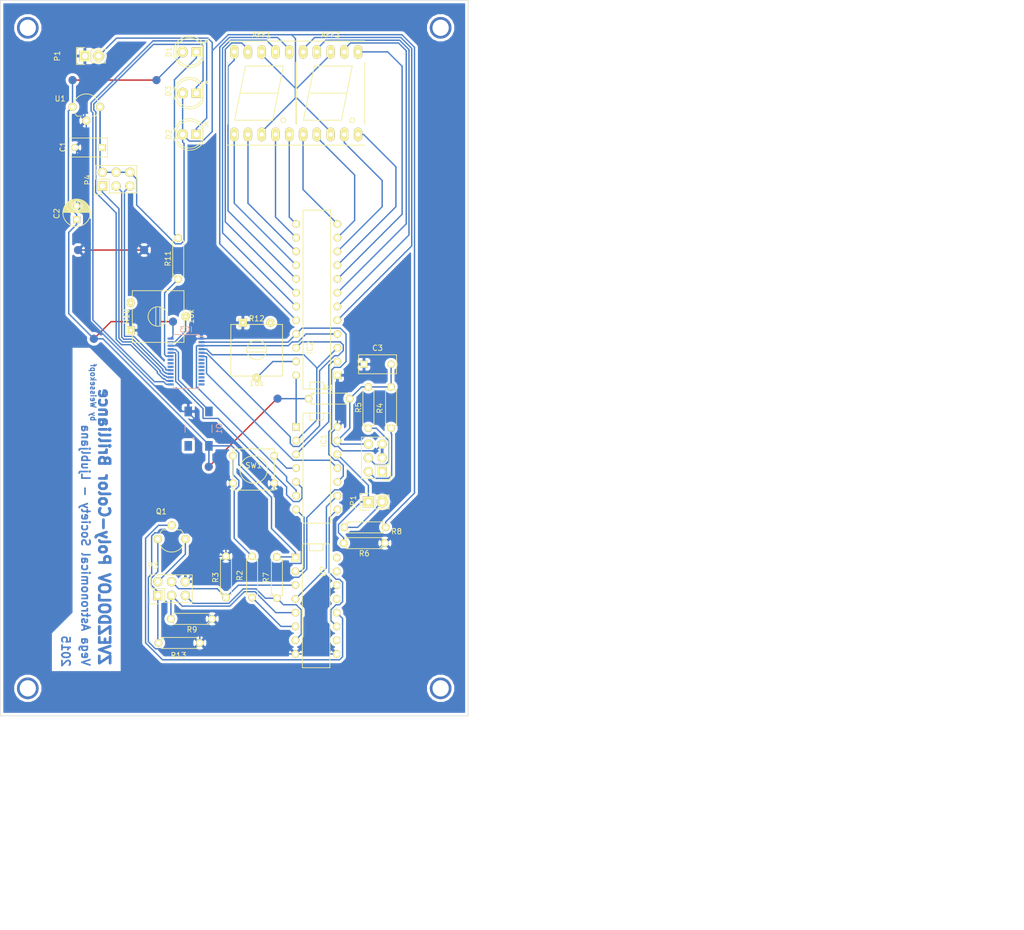
<source format=kicad_pcb>
(kicad_pcb (version 4) (host pcbnew "(2015-06-12 BZR 5735)-product")

  (general
    (links 115)
    (no_connects 1)
    (area 81.229999 22.809999 167.690001 154.990001)
    (thickness 1.6)
    (drawings 12)
    (tracks 559)
    (zones 0)
    (modules 46)
    (nets 53)
  )

  (page A4)
  (layers
    (0 F.Cu signal)
    (31 B.Cu signal)
    (32 B.Adhes user)
    (33 F.Adhes user)
    (34 B.Paste user)
    (35 F.Paste user)
    (36 B.SilkS user)
    (37 F.SilkS user)
    (38 B.Mask user)
    (39 F.Mask user)
    (40 Dwgs.User user)
    (41 Cmts.User user)
    (42 Eco1.User user)
    (43 Eco2.User user)
    (44 Edge.Cuts user)
    (45 Margin user)
    (46 B.CrtYd user)
    (47 F.CrtYd user)
    (48 B.Fab user)
    (49 F.Fab user)
  )

  (setup
    (last_trace_width 0.254)
    (trace_clearance 0.254)
    (zone_clearance 0.508)
    (zone_45_only yes)
    (trace_min 0.254)
    (segment_width 0.2)
    (edge_width 0.1)
    (via_size 0.889)
    (via_drill 0)
    (via_min_size 0.889)
    (via_min_drill 0)
    (uvia_size 0.508)
    (uvia_drill 0)
    (uvias_allowed no)
    (uvia_min_size 0.508)
    (uvia_min_drill 0)
    (pcb_text_width 0.3)
    (pcb_text_size 1.5 1.5)
    (mod_edge_width 0.15)
    (mod_text_size 1 1)
    (mod_text_width 0.15)
    (pad_size 1.5 1.5)
    (pad_drill 0)
    (pad_to_mask_clearance 0)
    (aux_axis_origin 0 0)
    (visible_elements FFFFFF7F)
    (pcbplotparams
      (layerselection 0x00000_80000000)
      (usegerberextensions false)
      (excludeedgelayer false)
      (linewidth 0.100000)
      (plotframeref false)
      (viasonmask false)
      (mode 1)
      (useauxorigin false)
      (hpglpennumber 1)
      (hpglpenspeed 20)
      (hpglpendiameter 15)
      (hpglpenoverlay 2)
      (psnegative false)
      (psa4output true)
      (plotreference false)
      (plotvalue false)
      (plotinvisibletext false)
      (padsonsilk false)
      (subtractmaskfromsilk false)
      (outputformat 2)
      (mirror true)
      (drillshape 2)
      (scaleselection 1)
      (outputdirectory plot/))
  )

  (net 0 "")
  (net 1 /7S1P5)
  (net 2 /7S1P4)
  (net 3 VCC)
  (net 4 /7S1P3)
  (net 5 /7S1P8)
  (net 6 /7S1P2)
  (net 7 /7S1P1)
  (net 8 /7S1P6)
  (net 9 /7S1P7)
  (net 10 /7S2P5)
  (net 11 /7S2P4)
  (net 12 /7S2P3)
  (net 13 /7S2P8)
  (net 14 /7S2P2)
  (net 15 /7S2P1)
  (net 16 /7S2P6)
  (net 17 /7S2P7)
  (net 18 GND)
  (net 19 /RESET)
  (net 20 /LAT)
  (net 21 /MOSI)
  (net 22 /MISO)
  (net 23 /SCK)
  (net 24 /BLANK)
  (net 25 /BCSEL)
  (net 26 /DO)
  (net 27 /USCK)
  (net 28 "Net-(IC2-Pad23)")
  (net 29 "Net-(IC3-Pad17)")
  (net 30 "Net-(IC3-Pad18)")
  (net 31 "Net-(IC3-Pad19)")
  (net 32 "Net-(IC3-Pad23)")
  (net 33 /DI)
  (net 34 "Net-(IC3-Pad27)")
  (net 35 /SIN)
  (net 36 +9V)
  (net 37 "Net-(IC1-Pad4)")
  (net 38 "Net-(IC1-Pad12)")
  (net 39 "Net-(IC3-Pad25)")
  (net 40 "Net-(P2-Pad2)")
  (net 41 "Net-(P2-Pad4)")
  (net 42 "Net-(P3-Pad1)")
  (net 43 "Net-(P3-Pad2)")
  (net 44 "Net-(P3-Pad3)")
  (net 45 "Net-(P3-Pad4)")
  (net 46 "Net-(P3-Pad5)")
  (net 47 "Net-(JP1-Pad2)")
  (net 48 "Net-(D1-Pad1)")
  (net 49 "Net-(D2-Pad1)")
  (net 50 "Net-(D3-Pad1)")
  (net 51 "Net-(Q1-Pad2)")
  (net 52 "Net-(C3-Pad2)")

  (net_class Default "This is the default net class."
    (clearance 0.254)
    (trace_width 0.254)
    (via_dia 0.889)
    (via_drill 0)
    (uvia_dia 0.508)
    (uvia_drill 0)
    (add_net +9V)
    (add_net /7S1P1)
    (add_net /7S1P2)
    (add_net /7S1P3)
    (add_net /7S1P4)
    (add_net /7S1P5)
    (add_net /7S1P6)
    (add_net /7S1P7)
    (add_net /7S1P8)
    (add_net /7S2P1)
    (add_net /7S2P2)
    (add_net /7S2P3)
    (add_net /7S2P4)
    (add_net /7S2P5)
    (add_net /7S2P6)
    (add_net /7S2P7)
    (add_net /7S2P8)
    (add_net /BCSEL)
    (add_net /BLANK)
    (add_net /DI)
    (add_net /DO)
    (add_net /LAT)
    (add_net /MISO)
    (add_net /MOSI)
    (add_net /RESET)
    (add_net /SCK)
    (add_net /SIN)
    (add_net /USCK)
    (add_net GND)
    (add_net "Net-(C3-Pad2)")
    (add_net "Net-(D1-Pad1)")
    (add_net "Net-(D2-Pad1)")
    (add_net "Net-(D3-Pad1)")
    (add_net "Net-(IC1-Pad12)")
    (add_net "Net-(IC1-Pad4)")
    (add_net "Net-(IC2-Pad23)")
    (add_net "Net-(IC3-Pad17)")
    (add_net "Net-(IC3-Pad18)")
    (add_net "Net-(IC3-Pad19)")
    (add_net "Net-(IC3-Pad23)")
    (add_net "Net-(IC3-Pad25)")
    (add_net "Net-(IC3-Pad27)")
    (add_net "Net-(JP1-Pad2)")
    (add_net "Net-(P2-Pad2)")
    (add_net "Net-(P2-Pad4)")
    (add_net "Net-(P3-Pad1)")
    (add_net "Net-(P3-Pad2)")
    (add_net "Net-(P3-Pad3)")
    (add_net "Net-(P3-Pad4)")
    (add_net "Net-(P3-Pad5)")
    (add_net "Net-(Q1-Pad2)")
    (add_net VCC)
  )

  (module zvezdolov:TRIM (layer F.Cu) (tedit 5501BE4C) (tstamp 5585498A)
    (at 110.4138 83.7692 90)
    (path /5501B1FC)
    (fp_text reference R10 (at 2.54 -5.842 90) (layer F.SilkS)
      (effects (font (size 1 1) (thickness 0.15)))
    )
    (fp_text value 10k (at 2.54 6.096 90) (layer F.SilkS)
      (effects (font (size 1 1) (thickness 0.15)))
    )
    (fp_line (start 0.84 -0.4295) (end 4.24 -0.4295) (layer F.SilkS) (width 0.15))
    (fp_line (start 0.84 0.3305) (end 4.24 0.3305) (layer F.SilkS) (width 0.15))
    (fp_line (start -2.225 -4.765) (end 7.305 -4.765) (layer F.SilkS) (width 0.15))
    (fp_line (start 7.305 -4.765) (end 7.305 4.765) (layer F.SilkS) (width 0.15))
    (fp_line (start 7.305 4.765) (end -2.225 4.765) (layer F.SilkS) (width 0.15))
    (fp_line (start -2.225 4.765) (end -2.225 -4.765) (layer F.SilkS) (width 0.15))
    (fp_circle (center 2.54 -0.0495) (end 4.115 0.8255) (layer F.SilkS) (width 0.15))
    (pad 3 thru_hole circle (at 5.08 -5.08 90) (size 1.51 1.51) (drill 0.51) (layers *.Mask B.Cu F.SilkS))
    (pad 1 thru_hole rect (at 0 -5.08 90) (size 1.51 1.51) (drill 0.51) (layers *.Mask B.Cu F.SilkS)
      (net 18 GND))
    (pad 2 thru_hole circle (at 2.54 5.08 90) (size 1.51 1.51) (drill 0.51) (layers *.Mask B.Cu F.SilkS)
      (net 34 "Net-(IC3-Pad27)"))
  )

  (module Sockets_DIP:DIP-24__300 (layer F.Cu) (tedit 0) (tstamp 55854913)
    (at 139.7 78.105 90)
    (descr "24 pins DIL package, round pads")
    (tags DIL)
    (path /54FC7426)
    (fp_text reference IC2 (at -8.89 -1.27 90) (layer F.SilkS)
      (effects (font (size 1 1) (thickness 0.15)))
    )
    (fp_text value DM13A (at 6.35 1.27 90) (layer F.Fab)
      (effects (font (size 1 1) (thickness 0.15)))
    )
    (fp_line (start -16.51 -1.27) (end -15.24 -1.27) (layer F.SilkS) (width 0.15))
    (fp_line (start -15.24 -1.27) (end -15.24 1.27) (layer F.SilkS) (width 0.15))
    (fp_line (start -15.24 1.27) (end -16.51 1.27) (layer F.SilkS) (width 0.15))
    (fp_line (start -16.51 1.27) (end -16.51 1.27) (layer F.SilkS) (width 0.15))
    (fp_line (start -16.51 -2.54) (end 16.51 -2.54) (layer F.SilkS) (width 0.15))
    (fp_line (start 16.51 -2.54) (end 16.51 2.54) (layer F.SilkS) (width 0.15))
    (fp_line (start 16.51 2.54) (end -16.51 2.54) (layer F.SilkS) (width 0.15))
    (fp_line (start -16.51 2.54) (end -16.51 -2.54) (layer F.SilkS) (width 0.15))
    (pad 1 thru_hole rect (at -13.97 3.81 90) (size 1.397 1.397) (drill 0.8128) (layers *.Cu *.Mask F.SilkS)
      (net 18 GND))
    (pad 2 thru_hole circle (at -11.43 3.81 90) (size 1.397 1.397) (drill 0.8128) (layers *.Cu *.Mask F.SilkS)
      (net 26 /DO))
    (pad 3 thru_hole circle (at -8.89 3.81 90) (size 1.397 1.397) (drill 0.8128) (layers *.Cu *.Mask F.SilkS)
      (net 27 /USCK))
    (pad 4 thru_hole circle (at -6.35 3.81 90) (size 1.397 1.397) (drill 0.8128) (layers *.Cu *.Mask F.SilkS)
      (net 20 /LAT))
    (pad 5 thru_hole circle (at -3.81 3.81 90) (size 1.397 1.397) (drill 0.8128) (layers *.Cu *.Mask F.SilkS)
      (net 15 /7S2P1))
    (pad 6 thru_hole circle (at -1.27 3.81 90) (size 1.397 1.397) (drill 0.8128) (layers *.Cu *.Mask F.SilkS)
      (net 14 /7S2P2))
    (pad 7 thru_hole circle (at 1.27 3.81 90) (size 1.397 1.397) (drill 0.8128) (layers *.Cu *.Mask F.SilkS)
      (net 12 /7S2P3))
    (pad 8 thru_hole circle (at 3.81 3.81 90) (size 1.397 1.397) (drill 0.8128) (layers *.Cu *.Mask F.SilkS)
      (net 11 /7S2P4))
    (pad 9 thru_hole circle (at 6.35 3.81 90) (size 1.397 1.397) (drill 0.8128) (layers *.Cu *.Mask F.SilkS)
      (net 10 /7S2P5))
    (pad 10 thru_hole circle (at 8.89 3.81 90) (size 1.397 1.397) (drill 0.8128) (layers *.Cu *.Mask F.SilkS)
      (net 16 /7S2P6))
    (pad 11 thru_hole circle (at 11.43 3.81 90) (size 1.397 1.397) (drill 0.8128) (layers *.Cu *.Mask F.SilkS)
      (net 17 /7S2P7))
    (pad 12 thru_hole circle (at 13.97 3.81 90) (size 1.397 1.397) (drill 0.8128) (layers *.Cu *.Mask F.SilkS)
      (net 13 /7S2P8))
    (pad 13 thru_hole circle (at 13.97 -3.81 90) (size 1.397 1.397) (drill 0.8128) (layers *.Cu *.Mask F.SilkS)
      (net 7 /7S1P1))
    (pad 14 thru_hole circle (at 11.43 -3.81 90) (size 1.397 1.397) (drill 0.8128) (layers *.Cu *.Mask F.SilkS)
      (net 6 /7S1P2))
    (pad 15 thru_hole circle (at 8.89 -3.81 90) (size 1.397 1.397) (drill 0.8128) (layers *.Cu *.Mask F.SilkS)
      (net 4 /7S1P3))
    (pad 16 thru_hole circle (at 6.35 -3.81 90) (size 1.397 1.397) (drill 0.8128) (layers *.Cu *.Mask F.SilkS)
      (net 2 /7S1P4))
    (pad 17 thru_hole circle (at 3.81 -3.81 90) (size 1.397 1.397) (drill 0.8128) (layers *.Cu *.Mask F.SilkS)
      (net 1 /7S1P5))
    (pad 18 thru_hole circle (at 1.27 -3.81 90) (size 1.397 1.397) (drill 0.8128) (layers *.Cu *.Mask F.SilkS)
      (net 8 /7S1P6))
    (pad 19 thru_hole circle (at -1.27 -3.81 90) (size 1.397 1.397) (drill 0.8128) (layers *.Cu *.Mask F.SilkS)
      (net 9 /7S1P7))
    (pad 20 thru_hole circle (at -3.81 -3.81 90) (size 1.397 1.397) (drill 0.8128) (layers *.Cu *.Mask F.SilkS)
      (net 5 /7S1P8))
    (pad 21 thru_hole circle (at -6.35 -3.81 90) (size 1.397 1.397) (drill 0.8128) (layers *.Cu *.Mask F.SilkS)
      (net 24 /BLANK))
    (pad 22 thru_hole circle (at -8.89 -3.81 90) (size 1.397 1.397) (drill 0.8128) (layers *.Cu *.Mask F.SilkS)
      (net 35 /SIN))
    (pad 23 thru_hole circle (at -11.43 -3.81 90) (size 1.397 1.397) (drill 0.8128) (layers *.Cu *.Mask F.SilkS)
      (net 28 "Net-(IC2-Pad23)"))
    (pad 24 thru_hole circle (at -13.97 -3.81 90) (size 1.397 1.397) (drill 0.8128) (layers *.Cu *.Mask F.SilkS)
      (net 3 VCC))
    (model Sockets_DIP.3dshapes/DIP-24__300.wrl
      (at (xyz 0 0 0))
      (scale (xyz 1 1 1))
      (rotate (xyz 0 0 0))
    )
  )

  (module Sockets_DIP:DIP-14__300 (layer F.Cu) (tedit 0) (tstamp 558548EF)
    (at 139.7 109.22 270)
    (descr "14 pins DIL package, round pads")
    (tags DIL)
    (path /54FC2970)
    (fp_text reference IC1 (at -5.08 -1.27 270) (layer F.SilkS)
      (effects (font (size 1 1) (thickness 0.15)))
    )
    (fp_text value ATTINY84A-P (at 1.27 1.27 270) (layer F.Fab)
      (effects (font (size 1 1) (thickness 0.15)))
    )
    (fp_line (start -10.16 -2.54) (end 10.16 -2.54) (layer F.SilkS) (width 0.15))
    (fp_line (start 10.16 2.54) (end -10.16 2.54) (layer F.SilkS) (width 0.15))
    (fp_line (start -10.16 2.54) (end -10.16 -2.54) (layer F.SilkS) (width 0.15))
    (fp_line (start -10.16 -1.27) (end -8.89 -1.27) (layer F.SilkS) (width 0.15))
    (fp_line (start -8.89 -1.27) (end -8.89 1.27) (layer F.SilkS) (width 0.15))
    (fp_line (start -8.89 1.27) (end -10.16 1.27) (layer F.SilkS) (width 0.15))
    (fp_line (start 10.16 -2.54) (end 10.16 2.54) (layer F.SilkS) (width 0.15))
    (pad 1 thru_hole rect (at -7.62 3.81 270) (size 1.397 1.397) (drill 0.8128) (layers *.Cu *.Mask F.SilkS)
      (net 3 VCC))
    (pad 2 thru_hole circle (at -5.08 3.81 270) (size 1.397 1.397) (drill 0.8128) (layers *.Cu *.Mask F.SilkS)
      (net 27 /USCK))
    (pad 3 thru_hole circle (at -2.54 3.81 270) (size 1.397 1.397) (drill 0.8128) (layers *.Cu *.Mask F.SilkS)
      (net 26 /DO))
    (pad 4 thru_hole circle (at 0 3.81 270) (size 1.397 1.397) (drill 0.8128) (layers *.Cu *.Mask F.SilkS)
      (net 37 "Net-(IC1-Pad4)"))
    (pad 5 thru_hole circle (at 2.54 3.81 270) (size 1.397 1.397) (drill 0.8128) (layers *.Cu *.Mask F.SilkS)
      (net 33 /DI))
    (pad 6 thru_hole circle (at 5.08 3.81 270) (size 1.397 1.397) (drill 0.8128) (layers *.Cu *.Mask F.SilkS)
      (net 20 /LAT))
    (pad 7 thru_hole circle (at 7.62 3.81 270) (size 1.397 1.397) (drill 0.8128) (layers *.Cu *.Mask F.SilkS)
      (net 21 /MOSI))
    (pad 8 thru_hole circle (at 7.62 -3.81 270) (size 1.397 1.397) (drill 0.8128) (layers *.Cu *.Mask F.SilkS)
      (net 22 /MISO))
    (pad 9 thru_hole circle (at 5.08 -3.81 270) (size 1.397 1.397) (drill 0.8128) (layers *.Cu *.Mask F.SilkS)
      (net 23 /SCK))
    (pad 10 thru_hole circle (at 2.54 -3.81 270) (size 1.397 1.397) (drill 0.8128) (layers *.Cu *.Mask F.SilkS)
      (net 24 /BLANK))
    (pad 11 thru_hole circle (at 0 -3.81 270) (size 1.397 1.397) (drill 0.8128) (layers *.Cu *.Mask F.SilkS)
      (net 25 /BCSEL))
    (pad 12 thru_hole circle (at -2.54 -3.81 270) (size 1.397 1.397) (drill 0.8128) (layers *.Cu *.Mask F.SilkS)
      (net 38 "Net-(IC1-Pad12)"))
    (pad 13 thru_hole circle (at -5.08 -3.81 270) (size 1.397 1.397) (drill 0.8128) (layers *.Cu *.Mask F.SilkS)
      (net 52 "Net-(C3-Pad2)"))
    (pad 14 thru_hole circle (at -7.62 -3.81 270) (size 1.397 1.397) (drill 0.8128) (layers *.Cu *.Mask F.SilkS)
      (net 18 GND))
    (model Sockets_DIP.3dshapes/DIP-14__300.wrl
      (at (xyz 0 0 0))
      (scale (xyz 1 1 1))
      (rotate (xyz 0 0 0))
    )
  )

  (module Displays_7-Segment:7SegmentLED_LTS6760_LTS6780 (layer F.Cu) (tedit 0) (tstamp 55854892)
    (at 129.54 40.005)
    (path /54FE1A44)
    (fp_text reference AFF1 (at 0 -10.795) (layer F.SilkS)
      (effects (font (size 1 1) (thickness 0.15)))
    )
    (fp_text value 7SEGMENTS (at -0.4 12) (layer F.Fab)
      (effects (font (size 1 1) (thickness 0.15)))
    )
    (fp_circle (center 4 5) (end 4.4 5.2) (layer F.SilkS) (width 0.15))
    (fp_line (start -3 -5) (end -4 0) (layer F.SilkS) (width 0.15))
    (fp_line (start -4 0) (end -5 5) (layer F.SilkS) (width 0.15))
    (fp_line (start -5 5) (end 2 5) (layer F.SilkS) (width 0.15))
    (fp_line (start 2 5) (end 3 0) (layer F.SilkS) (width 0.15))
    (fp_line (start 4 -5) (end 3 0) (layer F.SilkS) (width 0.15))
    (fp_line (start 3 0) (end -4 0) (layer F.SilkS) (width 0.15))
    (fp_line (start -3 -5) (end 4 -5) (layer F.SilkS) (width 0.15))
    (fp_line (start 6.3 9.6) (end -6.3 9.6) (layer F.SilkS) (width 0.15))
    (fp_line (start -6.3 -5.7) (end -6.3 5.7) (layer F.SilkS) (width 0.15))
    (fp_line (start 6.3 -5.7) (end 6.3 5.7) (layer F.SilkS) (width 0.15))
    (fp_line (start -6.3 -9.6) (end 6.3 -9.6) (layer F.SilkS) (width 0.15))
    (pad 1 thru_hole oval (at -5.08 7.62) (size 1.524 2.524) (drill 0.8) (layers *.Cu *.Mask F.SilkS)
      (net 2 /7S1P4))
    (pad 2 thru_hole oval (at -2.54 7.62) (size 1.524 2.524) (drill 0.8) (layers *.Cu *.Mask F.SilkS)
      (net 4 /7S1P3))
    (pad 3 thru_hole oval (at 0 7.62) (size 1.524 2.524) (drill 0.8) (layers *.Cu *.Mask F.SilkS)
      (net 36 +9V))
    (pad 4 thru_hole oval (at 2.54 7.62) (size 1.524 2.524) (drill 0.8) (layers *.Cu *.Mask F.SilkS)
      (net 6 /7S1P2))
    (pad 5 thru_hole oval (at 5.08 7.62) (size 1.524 2.524) (drill 0.8) (layers *.Cu *.Mask F.SilkS)
      (net 7 /7S1P1))
    (pad 6 thru_hole oval (at 5.08 -7.62) (size 1.524 2.524) (drill 0.8) (layers *.Cu *.Mask F.SilkS)
      (net 5 /7S1P8))
    (pad 7 thru_hole oval (at 2.54 -7.62) (size 1.524 2.524) (drill 0.8) (layers *.Cu *.Mask F.SilkS)
      (net 9 /7S1P7))
    (pad 8 thru_hole oval (at 0 -7.62) (size 1.524 2.524) (drill 0.8) (layers *.Cu *.Mask F.SilkS)
      (net 36 +9V))
    (pad 9 thru_hole oval (at -2.54 -7.62) (size 1.524 2.524) (drill 0.8) (layers *.Cu *.Mask F.SilkS)
      (net 8 /7S1P6))
    (pad 10 thru_hole oval (at -5.08 -7.62) (size 1.524 2.524) (drill 0.8) (layers *.Cu *.Mask F.SilkS)
      (net 1 /7S1P5))
    (model Displays_7-Segment.3dshapes/7SegmentLED_LTS6760_LTS6780.wrl
      (at (xyz 0 0 0))
      (scale (xyz 0.3937 0.3937 0.3937))
      (rotate (xyz 0 0 0))
    )
  )

  (module Displays_7-Segment:7SegmentLED_LTS6760_LTS6780 (layer F.Cu) (tedit 0) (tstamp 558548AC)
    (at 142.24 40.005)
    (path /54FE1AB9)
    (fp_text reference AFF2 (at 0 -10.795) (layer F.SilkS)
      (effects (font (size 1 1) (thickness 0.15)))
    )
    (fp_text value 7SEGMENTS (at -0.4 12) (layer F.Fab)
      (effects (font (size 1 1) (thickness 0.15)))
    )
    (fp_circle (center 4 5) (end 4.4 5.2) (layer F.SilkS) (width 0.15))
    (fp_line (start -3 -5) (end -4 0) (layer F.SilkS) (width 0.15))
    (fp_line (start -4 0) (end -5 5) (layer F.SilkS) (width 0.15))
    (fp_line (start -5 5) (end 2 5) (layer F.SilkS) (width 0.15))
    (fp_line (start 2 5) (end 3 0) (layer F.SilkS) (width 0.15))
    (fp_line (start 4 -5) (end 3 0) (layer F.SilkS) (width 0.15))
    (fp_line (start 3 0) (end -4 0) (layer F.SilkS) (width 0.15))
    (fp_line (start -3 -5) (end 4 -5) (layer F.SilkS) (width 0.15))
    (fp_line (start 6.3 9.6) (end -6.3 9.6) (layer F.SilkS) (width 0.15))
    (fp_line (start -6.3 -5.7) (end -6.3 5.7) (layer F.SilkS) (width 0.15))
    (fp_line (start 6.3 -5.7) (end 6.3 5.7) (layer F.SilkS) (width 0.15))
    (fp_line (start -6.3 -9.6) (end 6.3 -9.6) (layer F.SilkS) (width 0.15))
    (pad 1 thru_hole oval (at -5.08 7.62) (size 1.524 2.524) (drill 0.8) (layers *.Cu *.Mask F.SilkS)
      (net 13 /7S2P8))
    (pad 2 thru_hole oval (at -2.54 7.62) (size 1.524 2.524) (drill 0.8) (layers *.Cu *.Mask F.SilkS)
      (net 17 /7S2P7))
    (pad 3 thru_hole oval (at 0 7.62) (size 1.524 2.524) (drill 0.8) (layers *.Cu *.Mask F.SilkS)
      (net 36 +9V))
    (pad 4 thru_hole oval (at 2.54 7.62) (size 1.524 2.524) (drill 0.8) (layers *.Cu *.Mask F.SilkS)
      (net 16 /7S2P6))
    (pad 5 thru_hole oval (at 5.08 7.62) (size 1.524 2.524) (drill 0.8) (layers *.Cu *.Mask F.SilkS)
      (net 10 /7S2P5))
    (pad 6 thru_hole oval (at 5.08 -7.62) (size 1.524 2.524) (drill 0.8) (layers *.Cu *.Mask F.SilkS)
      (net 11 /7S2P4))
    (pad 7 thru_hole oval (at 2.54 -7.62) (size 1.524 2.524) (drill 0.8) (layers *.Cu *.Mask F.SilkS)
      (net 12 /7S2P3))
    (pad 8 thru_hole oval (at 0 -7.62) (size 1.524 2.524) (drill 0.8) (layers *.Cu *.Mask F.SilkS)
      (net 36 +9V))
    (pad 9 thru_hole oval (at -2.54 -7.62) (size 1.524 2.524) (drill 0.8) (layers *.Cu *.Mask F.SilkS)
      (net 14 /7S2P2))
    (pad 10 thru_hole oval (at -5.08 -7.62) (size 1.524 2.524) (drill 0.8) (layers *.Cu *.Mask F.SilkS)
      (net 15 /7S2P1))
    (model Displays_7-Segment.3dshapes/7SegmentLED_LTS6760_LTS6780.wrl
      (at (xyz 0 0 0))
      (scale (xyz 0.3937 0.3937 0.3937))
      (rotate (xyz 0 0 0))
    )
  )

  (module LEDs:LED-5MM (layer F.Cu) (tedit 5538E0D0) (tstamp 558548BA)
    (at 117.475 32.385 180)
    (descr "LED vertical 5mm")
    (tags "LED-5MM LED 5mm")
    (path /54FD4CBB)
    (fp_text reference D1 (at 5.07866 0 270) (layer F.SilkS)
      (effects (font (size 1 1) (thickness 0.15)))
    )
    (fp_text value ERR (at -2.54134 0 270) (layer F.Fab)
      (effects (font (size 1 1) (thickness 0.15)))
    )
    (fp_line (start 4.4 -3.15) (end 4.4 3.15) (layer F.CrtYd) (width 0.05))
    (fp_line (start -1.5 -3.15) (end -1.5 3.15) (layer F.CrtYd) (width 0.05))
    (fp_line (start -1.5 3.15) (end 4.4 3.15) (layer F.CrtYd) (width 0.05))
    (fp_line (start -1.5 -3.15) (end 4.4 -3.15) (layer F.CrtYd) (width 0.05))
    (fp_arc (start 1.26866 0) (end -1.23134 -1.5) (angle 297.5) (layer F.SilkS) (width 0.15))
    (fp_line (start -1.23134 1.5) (end -1.23134 -1.5) (layer F.SilkS) (width 0.15))
    (fp_circle (center 1.26866 0) (end 0.96866 -2.5) (layer F.SilkS) (width 0.15))
    (fp_text user K (at -1.90634 1.905 180) (layer F.SilkS)
      (effects (font (size 1 1) (thickness 0.15)))
    )
    (pad 1 thru_hole rect (at -0.00134 0 270) (size 1.69926 1.69926) (drill 1.00076) (layers *.Cu *.Mask F.SilkS)
      (net 48 "Net-(D1-Pad1)"))
    (pad 2 thru_hole circle (at 2.53866 0 180) (size 1.99898 1.99898) (drill 1.00076) (layers *.Cu *.Mask F.SilkS)
      (net 3 VCC))
    (model LEDs.3dshapes/LED-5MM.wrl
      (at (xyz 0.05 0 -0.012))
      (scale (xyz 1 1 1))
      (rotate (xyz 0 0 180))
    )
  )

  (module LEDs:LED-5MM (layer F.Cu) (tedit 5538E0D0) (tstamp 558548C8)
    (at 117.475 47.625 180)
    (descr "LED vertical 5mm")
    (tags "LED-5MM LED 5mm")
    (path /54FEE3FC)
    (fp_text reference D2 (at 5.07866 0 270) (layer F.SilkS)
      (effects (font (size 1 1) (thickness 0.15)))
    )
    (fp_text value BATT (at -2.54134 0 270) (layer F.Fab)
      (effects (font (size 1 1) (thickness 0.15)))
    )
    (fp_line (start 4.4 -3.15) (end 4.4 3.15) (layer F.CrtYd) (width 0.05))
    (fp_line (start -1.5 -3.15) (end -1.5 3.15) (layer F.CrtYd) (width 0.05))
    (fp_line (start -1.5 3.15) (end 4.4 3.15) (layer F.CrtYd) (width 0.05))
    (fp_line (start -1.5 -3.15) (end 4.4 -3.15) (layer F.CrtYd) (width 0.05))
    (fp_arc (start 1.26866 0) (end -1.23134 -1.5) (angle 297.5) (layer F.SilkS) (width 0.15))
    (fp_line (start -1.23134 1.5) (end -1.23134 -1.5) (layer F.SilkS) (width 0.15))
    (fp_circle (center 1.26866 0) (end 0.96866 -2.5) (layer F.SilkS) (width 0.15))
    (fp_text user K (at -1.90634 1.905 180) (layer F.SilkS)
      (effects (font (size 1 1) (thickness 0.15)))
    )
    (pad 1 thru_hole rect (at -0.00134 0 270) (size 1.69926 1.69926) (drill 1.00076) (layers *.Cu *.Mask F.SilkS)
      (net 49 "Net-(D2-Pad1)"))
    (pad 2 thru_hole circle (at 2.53866 0 180) (size 1.99898 1.99898) (drill 1.00076) (layers *.Cu *.Mask F.SilkS)
      (net 36 +9V))
    (model LEDs.3dshapes/LED-5MM.wrl
      (at (xyz 0.05 0 -0.012))
      (scale (xyz 1 1 1))
      (rotate (xyz 0 0 180))
    )
  )

  (module LEDs:LED-5MM (layer F.Cu) (tedit 5538E0D0) (tstamp 558548D6)
    (at 117.475 40.005 180)
    (descr "LED vertical 5mm")
    (tags "LED-5MM LED 5mm")
    (path /54FDFF4E)
    (fp_text reference D3 (at 5.175999 0.386 270) (layer F.SilkS)
      (effects (font (size 1 1) (thickness 0.15)))
    )
    (fp_text value MODE (at -2.444001 -0.249 270) (layer F.Fab)
      (effects (font (size 1 1) (thickness 0.15)))
    )
    (fp_line (start 4.4 -3.15) (end 4.4 3.15) (layer F.CrtYd) (width 0.05))
    (fp_line (start -1.5 -3.15) (end -1.5 3.15) (layer F.CrtYd) (width 0.05))
    (fp_line (start -1.5 3.15) (end 4.4 3.15) (layer F.CrtYd) (width 0.05))
    (fp_line (start -1.5 -3.15) (end 4.4 -3.15) (layer F.CrtYd) (width 0.05))
    (fp_arc (start 1.26866 0) (end -1.23134 -1.5) (angle 297.5) (layer F.SilkS) (width 0.15))
    (fp_line (start -1.23134 1.5) (end -1.23134 -1.5) (layer F.SilkS) (width 0.15))
    (fp_circle (center 1.26866 0) (end 0.96866 -2.5) (layer F.SilkS) (width 0.15))
    (fp_text user K (at -1.90634 1.905 180) (layer F.SilkS)
      (effects (font (size 1 1) (thickness 0.15)))
    )
    (pad 1 thru_hole rect (at -0.00134 0 270) (size 1.69926 1.69926) (drill 1.00076) (layers *.Cu *.Mask F.SilkS)
      (net 50 "Net-(D3-Pad1)"))
    (pad 2 thru_hole circle (at 2.53866 0 180) (size 1.99898 1.99898) (drill 1.00076) (layers *.Cu *.Mask F.SilkS)
      (net 36 +9V))
    (model LEDs.3dshapes/LED-5MM.wrl
      (at (xyz 0.05 0 -0.012))
      (scale (xyz 1 1 1))
      (rotate (xyz 0 0 180))
    )
  )

  (module Housings_SSOP:TSSOP-28_4.4x9.7mm_Pitch0.65mm (layer B.Cu) (tedit 54130A77) (tstamp 5585493E)
    (at 115.57 89.535 180)
    (descr "TSSOP28: plastic thin shrink small outline package; 28 leads; body width 4.4 mm; (see NXP SSOP-TSSOP-VSO-REFLOW.pdf and sot361-1_po.pdf)")
    (tags "SSOP 0.65")
    (path /54FCA73B)
    (clearance 0.127)
    (attr smd)
    (fp_text reference IC3 (at 0 5.9 180) (layer B.SilkS)
      (effects (font (size 1 1) (thickness 0.15)) (justify mirror))
    )
    (fp_text value TLC5943 (at 0 -5.9 180) (layer B.Fab)
      (effects (font (size 1 1) (thickness 0.15)) (justify mirror))
    )
    (fp_line (start -3.65 5.15) (end -3.65 -5.15) (layer B.CrtYd) (width 0.05))
    (fp_line (start 3.65 5.15) (end 3.65 -5.15) (layer B.CrtYd) (width 0.05))
    (fp_line (start -3.65 5.15) (end 3.65 5.15) (layer B.CrtYd) (width 0.05))
    (fp_line (start -3.65 -5.15) (end 3.65 -5.15) (layer B.CrtYd) (width 0.05))
    (fp_line (start -2.325 4.975) (end -2.325 4.65) (layer B.SilkS) (width 0.15))
    (fp_line (start 2.325 4.975) (end 2.325 4.65) (layer B.SilkS) (width 0.15))
    (fp_line (start 2.325 -4.975) (end 2.325 -4.65) (layer B.SilkS) (width 0.15))
    (fp_line (start -2.325 -4.975) (end -2.325 -4.65) (layer B.SilkS) (width 0.15))
    (fp_line (start -2.325 4.975) (end 2.325 4.975) (layer B.SilkS) (width 0.15))
    (fp_line (start -2.325 -4.975) (end 2.325 -4.975) (layer B.SilkS) (width 0.15))
    (fp_line (start -2.325 4.65) (end -3.4 4.65) (layer B.SilkS) (width 0.15))
    (pad 1 smd rect (at -2.85 4.225 180) (size 1.1 0.4) (layers B.Cu B.Paste B.Mask)
      (net 18 GND))
    (pad 2 smd rect (at -2.85 3.575 180) (size 1.1 0.4) (layers B.Cu B.Paste B.Mask)
      (net 24 /BLANK))
    (pad 3 smd rect (at -2.85 2.925 180) (size 1.1 0.4) (layers B.Cu B.Paste B.Mask)
      (net 20 /LAT))
    (pad 4 smd rect (at -2.85 2.275 180) (size 1.1 0.4) (layers B.Cu B.Paste B.Mask)
      (net 27 /USCK))
    (pad 5 smd rect (at -2.85 1.625 180) (size 1.1 0.4) (layers B.Cu B.Paste B.Mask)
      (net 35 /SIN))
    (pad 6 smd rect (at -2.85 0.975 180) (size 1.1 0.4) (layers B.Cu B.Paste B.Mask)
      (net 25 /BCSEL))
    (pad 7 smd rect (at -2.85 0.325 180) (size 1.1 0.4) (layers B.Cu B.Paste B.Mask))
    (pad 8 smd rect (at -2.85 -0.325 180) (size 1.1 0.4) (layers B.Cu B.Paste B.Mask))
    (pad 9 smd rect (at -2.85 -0.975 180) (size 1.1 0.4) (layers B.Cu B.Paste B.Mask))
    (pad 10 smd rect (at -2.85 -1.625 180) (size 1.1 0.4) (layers B.Cu B.Paste B.Mask))
    (pad 11 smd rect (at -2.85 -2.275 180) (size 1.1 0.4) (layers B.Cu B.Paste B.Mask))
    (pad 12 smd rect (at -2.85 -2.925 180) (size 1.1 0.4) (layers B.Cu B.Paste B.Mask))
    (pad 13 smd rect (at -2.85 -3.575 180) (size 1.1 0.4) (layers B.Cu B.Paste B.Mask))
    (pad 14 smd rect (at -2.85 -4.225 180) (size 1.1 0.4) (layers B.Cu B.Paste B.Mask))
    (pad 15 smd rect (at 2.85 -4.225 180) (size 1.1 0.4) (layers B.Cu B.Paste B.Mask)
      (net 49 "Net-(D2-Pad1)"))
    (pad 16 smd rect (at 2.85 -3.575 180) (size 1.1 0.4) (layers B.Cu B.Paste B.Mask)
      (net 50 "Net-(D3-Pad1)"))
    (pad 17 smd rect (at 2.85 -2.925 180) (size 1.1 0.4) (layers B.Cu B.Paste B.Mask)
      (net 29 "Net-(IC3-Pad17)"))
    (pad 18 smd rect (at 2.85 -2.275 180) (size 1.1 0.4) (layers B.Cu B.Paste B.Mask)
      (net 30 "Net-(IC3-Pad18)"))
    (pad 19 smd rect (at 2.85 -1.625 180) (size 1.1 0.4) (layers B.Cu B.Paste B.Mask)
      (net 31 "Net-(IC3-Pad19)"))
    (pad 20 smd rect (at 2.85 -0.975 180) (size 1.1 0.4) (layers B.Cu B.Paste B.Mask))
    (pad 21 smd rect (at 2.85 -0.325 180) (size 1.1 0.4) (layers B.Cu B.Paste B.Mask))
    (pad 22 smd rect (at 2.85 0.325 180) (size 1.1 0.4) (layers B.Cu B.Paste B.Mask))
    (pad 23 smd rect (at 2.85 0.975 180) (size 1.1 0.4) (layers B.Cu B.Paste B.Mask)
      (net 32 "Net-(IC3-Pad23)"))
    (pad 24 smd rect (at 2.85 1.625 180) (size 1.1 0.4) (layers B.Cu B.Paste B.Mask)
      (net 33 /DI))
    (pad 25 smd rect (at 2.85 2.275 180) (size 1.1 0.4) (layers B.Cu B.Paste B.Mask)
      (net 39 "Net-(IC3-Pad25)"))
    (pad 26 smd rect (at 2.85 2.925 180) (size 1.1 0.4) (layers B.Cu B.Paste B.Mask)
      (net 18 GND))
    (pad 27 smd rect (at 2.85 3.575 180) (size 1.1 0.4) (layers B.Cu B.Paste B.Mask)
      (net 34 "Net-(IC3-Pad27)"))
    (pad 28 smd rect (at 2.85 4.225 180) (size 1.1 0.4) (layers B.Cu B.Paste B.Mask)
      (net 3 VCC))
    (model Housings_SSOP.3dshapes/TSSOP-28_4.4x9.7mm_Pitch0.65mm.wrl
      (at (xyz 0 0 0))
      (scale (xyz 1 1 1))
      (rotate (xyz 0 0 0))
    )
  )

  (module Discret:R3 (layer F.Cu) (tedit 55858434) (tstamp 55854998)
    (at 114.1222 70.5358 90)
    (descr "Resitance 3 pas")
    (tags R)
    (path /54FDA0CA)
    (fp_text reference R11 (at 0 -1.905 90) (layer F.SilkS)
      (effects (font (size 1 1) (thickness 0.15)))
    )
    (fp_text value 1.2k (at 0 0.127 90) (layer F.Fab)
      (effects (font (size 1 1) (thickness 0.15)))
    )
    (fp_line (start -3.81 0) (end -3.302 0) (layer F.SilkS) (width 0.15))
    (fp_line (start 3.81 0) (end 3.302 0) (layer F.SilkS) (width 0.15))
    (fp_line (start 3.302 0) (end 3.302 -1.016) (layer F.SilkS) (width 0.15))
    (fp_line (start 3.302 -1.016) (end -3.302 -1.016) (layer F.SilkS) (width 0.15))
    (fp_line (start -3.302 -1.016) (end -3.302 1.016) (layer F.SilkS) (width 0.15))
    (fp_line (start -3.302 1.016) (end 3.302 1.016) (layer F.SilkS) (width 0.15))
    (fp_line (start 3.302 1.016) (end 3.302 0) (layer F.SilkS) (width 0.15))
    (fp_line (start -3.302 -0.508) (end -2.794 -1.016) (layer F.SilkS) (width 0.15))
    (pad 1 thru_hole circle (at -3.81 0 90) (size 1.397 1.397) (drill 0.8128) (layers *.Cu *.Mask F.SilkS)
      (net 32 "Net-(IC3-Pad23)"))
    (pad 2 thru_hole circle (at 3.81 0 90) (size 1.397 1.397) (drill 0.8128) (layers *.Cu *.Mask F.SilkS)
      (net 48 "Net-(D1-Pad1)"))
    (model Discret.3dshapes/R3.wrl
      (at (xyz 0 0 0))
      (scale (xyz 0.3 0.3 0.3))
      (rotate (xyz 0 0 0))
    )
  )

  (module zvezdolov:TRIM (layer F.Cu) (tedit 5501BE4C) (tstamp 558549A6)
    (at 126.0602 87.4522)
    (path /5501B219)
    (fp_text reference R12 (at 2.54 -5.842) (layer F.SilkS)
      (effects (font (size 1 1) (thickness 0.15)))
    )
    (fp_text value 10k (at 2.54 6.096) (layer F.SilkS)
      (effects (font (size 1 1) (thickness 0.15)))
    )
    (fp_line (start 0.84 -0.4295) (end 4.24 -0.4295) (layer F.SilkS) (width 0.15))
    (fp_line (start 0.84 0.3305) (end 4.24 0.3305) (layer F.SilkS) (width 0.15))
    (fp_line (start -2.225 -4.765) (end 7.305 -4.765) (layer F.SilkS) (width 0.15))
    (fp_line (start 7.305 -4.765) (end 7.305 4.765) (layer F.SilkS) (width 0.15))
    (fp_line (start 7.305 4.765) (end -2.225 4.765) (layer F.SilkS) (width 0.15))
    (fp_line (start -2.225 4.765) (end -2.225 -4.765) (layer F.SilkS) (width 0.15))
    (fp_circle (center 2.54 -0.0495) (end 4.115 0.8255) (layer F.SilkS) (width 0.15))
    (pad 3 thru_hole circle (at 5.08 -5.08) (size 1.51 1.51) (drill 0.51) (layers *.Mask B.Cu F.SilkS))
    (pad 1 thru_hole rect (at 0 -5.08) (size 1.51 1.51) (drill 0.51) (layers *.Mask B.Cu F.SilkS)
      (net 18 GND))
    (pad 2 thru_hole circle (at 2.54 5.08) (size 1.51 1.51) (drill 0.51) (layers *.Mask B.Cu F.SilkS)
      (net 28 "Net-(IC2-Pad23)"))
  )

  (module Capacitors_ThroughHole:C_Rect_L7_W3.5_P5 (layer F.Cu) (tedit 0) (tstamp 55858705)
    (at 100.076 50.038 180)
    (descr "Film Capacitor Length 7mm x Width 3.5mm, Pitch 5mm")
    (tags Capacitor)
    (path /557C916E)
    (fp_text reference C1 (at 7.239 0.127 270) (layer F.SilkS)
      (effects (font (size 1 1) (thickness 0.15)))
    )
    (fp_text value 0.1u (at -2.159 0.127 270) (layer F.Fab)
      (effects (font (size 1 1) (thickness 0.15)))
    )
    (fp_line (start -1.25 -2) (end 6.25 -2) (layer F.CrtYd) (width 0.05))
    (fp_line (start 6.25 -2) (end 6.25 2) (layer F.CrtYd) (width 0.05))
    (fp_line (start 6.25 2) (end -1.25 2) (layer F.CrtYd) (width 0.05))
    (fp_line (start -1.25 2) (end -1.25 -2) (layer F.CrtYd) (width 0.05))
    (fp_line (start -1 -1.75) (end 6 -1.75) (layer F.SilkS) (width 0.15))
    (fp_line (start 6 -1.75) (end 6 1.75) (layer F.SilkS) (width 0.15))
    (fp_line (start 6 1.75) (end -1 1.75) (layer F.SilkS) (width 0.15))
    (fp_line (start -1 1.75) (end -1 -1.75) (layer F.SilkS) (width 0.15))
    (pad 1 thru_hole rect (at 0 0 180) (size 1.3 1.3) (drill 0.8) (layers *.Cu *.Mask F.SilkS)
      (net 36 +9V))
    (pad 2 thru_hole circle (at 5 0 180) (size 1.3 1.3) (drill 0.8) (layers *.Cu *.Mask F.SilkS)
      (net 18 GND))
  )

  (module Pin_Headers:Pin_Header_Straight_1x02 (layer F.Cu) (tedit 5585E075) (tstamp 5585873E)
    (at 149.225 115.443 90)
    (descr "Through hole pin header")
    (tags "pin header")
    (path /557E60A4)
    (fp_text reference JP1 (at -0.127 -2.794 90) (layer F.SilkS)
      (effects (font (size 1 1) (thickness 0.15)))
    )
    (fp_text value JUMPER (at -2.54 1.143 180) (layer F.Fab)
      (effects (font (size 1 1) (thickness 0.15)))
    )
    (fp_line (start 1.27 1.27) (end 1.27 3.81) (layer F.SilkS) (width 0.15))
    (fp_line (start 1.55 -1.55) (end 1.55 0) (layer F.SilkS) (width 0.15))
    (fp_line (start -1.75 -1.75) (end -1.75 4.3) (layer F.CrtYd) (width 0.05))
    (fp_line (start 1.75 -1.75) (end 1.75 4.3) (layer F.CrtYd) (width 0.05))
    (fp_line (start -1.75 -1.75) (end 1.75 -1.75) (layer F.CrtYd) (width 0.05))
    (fp_line (start -1.75 4.3) (end 1.75 4.3) (layer F.CrtYd) (width 0.05))
    (fp_line (start 1.27 1.27) (end -1.27 1.27) (layer F.SilkS) (width 0.15))
    (fp_line (start -1.55 0) (end -1.55 -1.55) (layer F.SilkS) (width 0.15))
    (fp_line (start -1.55 -1.55) (end 1.55 -1.55) (layer F.SilkS) (width 0.15))
    (fp_line (start -1.27 1.27) (end -1.27 3.81) (layer F.SilkS) (width 0.15))
    (fp_line (start -1.27 3.81) (end 1.27 3.81) (layer F.SilkS) (width 0.15))
    (pad 1 thru_hole rect (at 0 0 90) (size 2.032 2.032) (drill 1.016) (layers *.Cu *.Mask F.SilkS)
      (net 38 "Net-(IC1-Pad12)"))
    (pad 2 thru_hole oval (at 0 2.54 90) (size 2.032 2.032) (drill 1.016) (layers *.Cu *.Mask F.SilkS)
      (net 47 "Net-(JP1-Pad2)"))
    (model Pin_Headers.3dshapes/Pin_Header_Straight_1x02.wrl
      (at (xyz 0 -0.05 0))
      (scale (xyz 1 1 1))
      (rotate (xyz 0 0 90))
    )
  )

  (module zvezdolov:Oscillator_SMD_7x5 (layer B.Cu) (tedit 55852FAD) (tstamp 5585874B)
    (at 117.8814 101.9302 90)
    (descr "Oscillator, SMD, 7x5")
    (tags "Crystal, Quarz, Oscillator, SMD")
    (path /557D9C15)
    (attr smd)
    (fp_text reference O1 (at 0 3.81 90) (layer B.SilkS)
      (effects (font (size 1 1) (thickness 0.15)) (justify mirror))
    )
    (fp_text value 33Mhz (at 0 -3.81 90) (layer B.Fab)
      (effects (font (size 1 1) (thickness 0.15)) (justify mirror))
    )
    (fp_circle (center 0 0) (end 0.50038 0) (layer B.Adhes) (width 0.381))
    (fp_circle (center 0 0) (end 0.14986 0) (layer B.Adhes) (width 0.381))
    (fp_circle (center -1.77038 -0.94996) (end -1.66878 -1.04902) (layer B.SilkS) (width 0.15))
    (fp_line (start 0.70104 -2.48412) (end -0.70104 -2.48412) (layer B.SilkS) (width 0.15))
    (fp_line (start -0.70104 2.48412) (end 0.70104 2.48412) (layer B.SilkS) (width 0.15))
    (pad 1 smd rect (at -3.175 -1.905 90) (size 1.80086 1.39954) (layers B.Cu B.Paste B.Mask))
    (pad 2 smd rect (at 3.175 -1.905 90) (size 1.80086 1.39954) (layers B.Cu B.Paste B.Mask)
      (net 18 GND))
    (pad 3 smd rect (at 3.175 1.905 90) (size 1.80086 1.39954) (layers B.Cu B.Paste B.Mask)
      (net 39 "Net-(IC3-Pad25)"))
    (pad 4 smd rect (at -3.175 1.905 90) (size 1.80086 1.39954) (layers B.Cu B.Paste B.Mask)
      (net 3 VCC))
  )

  (module Discret:R3 (layer F.Cu) (tedit 0) (tstamp 55858769)
    (at 141.986 96.393)
    (descr "Resitance 3 pas")
    (tags R)
    (path /55846681)
    (fp_text reference R1 (at -0.0585 -1.948001) (layer F.SilkS)
      (effects (font (size 1 1) (thickness 0.15)))
    )
    (fp_text value 10k (at 0 0.127) (layer F.Fab)
      (effects (font (size 1 1) (thickness 0.15)))
    )
    (fp_line (start -3.81 0) (end -3.302 0) (layer F.SilkS) (width 0.15))
    (fp_line (start 3.81 0) (end 3.302 0) (layer F.SilkS) (width 0.15))
    (fp_line (start 3.302 0) (end 3.302 -1.016) (layer F.SilkS) (width 0.15))
    (fp_line (start 3.302 -1.016) (end -3.302 -1.016) (layer F.SilkS) (width 0.15))
    (fp_line (start -3.302 -1.016) (end -3.302 1.016) (layer F.SilkS) (width 0.15))
    (fp_line (start -3.302 1.016) (end 3.302 1.016) (layer F.SilkS) (width 0.15))
    (fp_line (start 3.302 1.016) (end 3.302 0) (layer F.SilkS) (width 0.15))
    (fp_line (start -3.302 -0.508) (end -2.794 -1.016) (layer F.SilkS) (width 0.15))
    (pad 1 thru_hole circle (at -3.81 0) (size 1.397 1.397) (drill 0.8128) (layers *.Cu *.Mask F.SilkS)
      (net 3 VCC))
    (pad 2 thru_hole circle (at 3.81 0) (size 1.397 1.397) (drill 0.8128) (layers *.Cu *.Mask F.SilkS)
      (net 52 "Net-(C3-Pad2)"))
    (model Discret.3dshapes/R3.wrl
      (at (xyz 0 0 0))
      (scale (xyz 0.3 0.3 0.3))
      (rotate (xyz 0 0 0))
    )
  )

  (module Discret:R3 (layer F.Cu) (tedit 5585E482) (tstamp 55858777)
    (at 127.762 129.286 270)
    (descr "Resitance 3 pas")
    (tags R)
    (path /55805F0D)
    (fp_text reference R2 (at -0.254 2.286 270) (layer F.SilkS)
      (effects (font (size 1 1) (thickness 0.15)))
    )
    (fp_text value 10k (at 0 0.127 270) (layer F.Fab)
      (effects (font (size 1 1) (thickness 0.15)))
    )
    (fp_line (start -3.81 0) (end -3.302 0) (layer F.SilkS) (width 0.15))
    (fp_line (start 3.81 0) (end 3.302 0) (layer F.SilkS) (width 0.15))
    (fp_line (start 3.302 0) (end 3.302 -1.016) (layer F.SilkS) (width 0.15))
    (fp_line (start 3.302 -1.016) (end -3.302 -1.016) (layer F.SilkS) (width 0.15))
    (fp_line (start -3.302 -1.016) (end -3.302 1.016) (layer F.SilkS) (width 0.15))
    (fp_line (start -3.302 1.016) (end 3.302 1.016) (layer F.SilkS) (width 0.15))
    (fp_line (start 3.302 1.016) (end 3.302 0) (layer F.SilkS) (width 0.15))
    (fp_line (start -3.302 -0.508) (end -2.794 -1.016) (layer F.SilkS) (width 0.15))
    (pad 1 thru_hole circle (at -3.81 0 270) (size 1.397 1.397) (drill 0.8128) (layers *.Cu *.Mask F.SilkS)
      (net 37 "Net-(IC1-Pad4)"))
    (pad 2 thru_hole circle (at 3.81 0 270) (size 1.397 1.397) (drill 0.8128) (layers *.Cu *.Mask F.SilkS)
      (net 19 /RESET))
    (model Discret.3dshapes/R3.wrl
      (at (xyz 0 0 0))
      (scale (xyz 0.3 0.3 0.3))
      (rotate (xyz 0 0 0))
    )
  )

  (module Discret:R3 (layer F.Cu) (tedit 0) (tstamp 55858785)
    (at 122.936 129.286 90)
    (descr "Resitance 3 pas")
    (tags R)
    (path /55857D0A)
    (fp_text reference R3 (at -0.1175 -1.917001 90) (layer F.SilkS)
      (effects (font (size 1 1) (thickness 0.15)))
    )
    (fp_text value 10k (at 0 0.127 90) (layer F.Fab)
      (effects (font (size 1 1) (thickness 0.15)))
    )
    (fp_line (start -3.81 0) (end -3.302 0) (layer F.SilkS) (width 0.15))
    (fp_line (start 3.81 0) (end 3.302 0) (layer F.SilkS) (width 0.15))
    (fp_line (start 3.302 0) (end 3.302 -1.016) (layer F.SilkS) (width 0.15))
    (fp_line (start 3.302 -1.016) (end -3.302 -1.016) (layer F.SilkS) (width 0.15))
    (fp_line (start -3.302 -1.016) (end -3.302 1.016) (layer F.SilkS) (width 0.15))
    (fp_line (start -3.302 1.016) (end 3.302 1.016) (layer F.SilkS) (width 0.15))
    (fp_line (start 3.302 1.016) (end 3.302 0) (layer F.SilkS) (width 0.15))
    (fp_line (start -3.302 -0.508) (end -2.794 -1.016) (layer F.SilkS) (width 0.15))
    (pad 1 thru_hole circle (at -3.81 0 90) (size 1.397 1.397) (drill 0.8128) (layers *.Cu *.Mask F.SilkS)
      (net 45 "Net-(P3-Pad4)"))
    (pad 2 thru_hole circle (at 3.81 0 90) (size 1.397 1.397) (drill 0.8128) (layers *.Cu *.Mask F.SilkS)
      (net 18 GND))
    (model Discret.3dshapes/R3.wrl
      (at (xyz 0 0 0))
      (scale (xyz 0.3 0.3 0.3))
      (rotate (xyz 0 0 0))
    )
  )

  (module Discret:R3 (layer F.Cu) (tedit 0) (tstamp 55858793)
    (at 153.416 98.044 90)
    (descr "Resitance 3 pas")
    (tags R)
    (path /5584662A)
    (fp_text reference R4 (at -0.1175 -2.067001 90) (layer F.SilkS)
      (effects (font (size 1 1) (thickness 0.15)))
    )
    (fp_text value 10k (at 0 0.127 90) (layer F.Fab)
      (effects (font (size 1 1) (thickness 0.15)))
    )
    (fp_line (start -3.81 0) (end -3.302 0) (layer F.SilkS) (width 0.15))
    (fp_line (start 3.81 0) (end 3.302 0) (layer F.SilkS) (width 0.15))
    (fp_line (start 3.302 0) (end 3.302 -1.016) (layer F.SilkS) (width 0.15))
    (fp_line (start 3.302 -1.016) (end -3.302 -1.016) (layer F.SilkS) (width 0.15))
    (fp_line (start -3.302 -1.016) (end -3.302 1.016) (layer F.SilkS) (width 0.15))
    (fp_line (start -3.302 1.016) (end 3.302 1.016) (layer F.SilkS) (width 0.15))
    (fp_line (start 3.302 1.016) (end 3.302 0) (layer F.SilkS) (width 0.15))
    (fp_line (start -3.302 -0.508) (end -2.794 -1.016) (layer F.SilkS) (width 0.15))
    (pad 1 thru_hole circle (at -3.81 0 90) (size 1.397 1.397) (drill 0.8128) (layers *.Cu *.Mask F.SilkS)
      (net 40 "Net-(P2-Pad2)"))
    (pad 2 thru_hole circle (at 3.81 0 90) (size 1.397 1.397) (drill 0.8128) (layers *.Cu *.Mask F.SilkS)
      (net 52 "Net-(C3-Pad2)"))
    (model Discret.3dshapes/R3.wrl
      (at (xyz 0 0 0))
      (scale (xyz 0.3 0.3 0.3))
      (rotate (xyz 0 0 0))
    )
  )

  (module Discret:R3 (layer F.Cu) (tedit 0) (tstamp 558587A1)
    (at 149.225 98.044 90)
    (descr "Resitance 3 pas")
    (tags R)
    (path /558466DA)
    (fp_text reference R5 (at 0.0095 -1.836001 90) (layer F.SilkS)
      (effects (font (size 1 1) (thickness 0.15)))
    )
    (fp_text value 22k (at 0 0.127 90) (layer F.Fab)
      (effects (font (size 1 1) (thickness 0.15)))
    )
    (fp_line (start -3.81 0) (end -3.302 0) (layer F.SilkS) (width 0.15))
    (fp_line (start 3.81 0) (end 3.302 0) (layer F.SilkS) (width 0.15))
    (fp_line (start 3.302 0) (end 3.302 -1.016) (layer F.SilkS) (width 0.15))
    (fp_line (start 3.302 -1.016) (end -3.302 -1.016) (layer F.SilkS) (width 0.15))
    (fp_line (start -3.302 -1.016) (end -3.302 1.016) (layer F.SilkS) (width 0.15))
    (fp_line (start -3.302 1.016) (end 3.302 1.016) (layer F.SilkS) (width 0.15))
    (fp_line (start 3.302 1.016) (end 3.302 0) (layer F.SilkS) (width 0.15))
    (fp_line (start -3.302 -0.508) (end -2.794 -1.016) (layer F.SilkS) (width 0.15))
    (pad 1 thru_hole circle (at -3.81 0 90) (size 1.397 1.397) (drill 0.8128) (layers *.Cu *.Mask F.SilkS)
      (net 41 "Net-(P2-Pad4)"))
    (pad 2 thru_hole circle (at 3.81 0 90) (size 1.397 1.397) (drill 0.8128) (layers *.Cu *.Mask F.SilkS)
      (net 52 "Net-(C3-Pad2)"))
    (model Discret.3dshapes/R3.wrl
      (at (xyz 0 0 0))
      (scale (xyz 0.3 0.3 0.3))
      (rotate (xyz 0 0 0))
    )
  )

  (module Discret:R3 (layer F.Cu) (tedit 55860830) (tstamp 558587AF)
    (at 148.463 123.063 180)
    (descr "Resitance 3 pas")
    (tags R)
    (path /557CA4E6)
    (fp_text reference R6 (at 0 -1.905 180) (layer F.SilkS)
      (effects (font (size 1 1) (thickness 0.15)))
    )
    (fp_text value 3.3k (at 0 0.127 180) (layer F.Fab)
      (effects (font (size 1 1) (thickness 0.15)))
    )
    (fp_line (start -3.81 0) (end -3.302 0) (layer F.SilkS) (width 0.15))
    (fp_line (start 3.81 0) (end 3.302 0) (layer F.SilkS) (width 0.15))
    (fp_line (start 3.302 0) (end 3.302 -1.016) (layer F.SilkS) (width 0.15))
    (fp_line (start 3.302 -1.016) (end -3.302 -1.016) (layer F.SilkS) (width 0.15))
    (fp_line (start -3.302 -1.016) (end -3.302 1.016) (layer F.SilkS) (width 0.15))
    (fp_line (start -3.302 1.016) (end 3.302 1.016) (layer F.SilkS) (width 0.15))
    (fp_line (start 3.302 1.016) (end 3.302 0) (layer F.SilkS) (width 0.15))
    (fp_line (start -3.302 -0.508) (end -2.794 -1.016) (layer F.SilkS) (width 0.15))
    (pad 1 thru_hole circle (at -3.81 0 180) (size 1.397 1.397) (drill 0.8128) (layers *.Cu *.Mask F.SilkS)
      (net 18 GND))
    (pad 2 thru_hole circle (at 3.81 0 180) (size 1.397 1.397) (drill 0.8128) (layers *.Cu *.Mask F.SilkS)
      (net 38 "Net-(IC1-Pad12)"))
    (model Discret.3dshapes/R3.wrl
      (at (xyz 0 0 0))
      (scale (xyz 0.3 0.3 0.3))
      (rotate (xyz 0 0 0))
    )
  )

  (module Discret:R3 (layer F.Cu) (tedit 0) (tstamp 558587BD)
    (at 132.334 129.413 90)
    (descr "Resitance 3 pas")
    (tags R)
    (path /55857E25)
    (fp_text reference R7 (at 0.0095 -1.986001 90) (layer F.SilkS)
      (effects (font (size 1 1) (thickness 0.15)))
    )
    (fp_text value 10k (at 0 0.127 90) (layer F.Fab)
      (effects (font (size 1 1) (thickness 0.15)))
    )
    (fp_line (start -3.81 0) (end -3.302 0) (layer F.SilkS) (width 0.15))
    (fp_line (start 3.81 0) (end 3.302 0) (layer F.SilkS) (width 0.15))
    (fp_line (start 3.302 0) (end 3.302 -1.016) (layer F.SilkS) (width 0.15))
    (fp_line (start 3.302 -1.016) (end -3.302 -1.016) (layer F.SilkS) (width 0.15))
    (fp_line (start -3.302 -1.016) (end -3.302 1.016) (layer F.SilkS) (width 0.15))
    (fp_line (start -3.302 1.016) (end 3.302 1.016) (layer F.SilkS) (width 0.15))
    (fp_line (start 3.302 1.016) (end 3.302 0) (layer F.SilkS) (width 0.15))
    (fp_line (start -3.302 -0.508) (end -2.794 -1.016) (layer F.SilkS) (width 0.15))
    (pad 1 thru_hole circle (at -3.81 0 90) (size 1.397 1.397) (drill 0.8128) (layers *.Cu *.Mask F.SilkS)
      (net 46 "Net-(P3-Pad5)"))
    (pad 2 thru_hole circle (at 3.81 0 90) (size 1.397 1.397) (drill 0.8128) (layers *.Cu *.Mask F.SilkS)
      (net 3 VCC))
    (model Discret.3dshapes/R3.wrl
      (at (xyz 0 0 0))
      (scale (xyz 0.3 0.3 0.3))
      (rotate (xyz 0 0 0))
    )
  )

  (module Discret:R3 (layer F.Cu) (tedit 55860840) (tstamp 558587CB)
    (at 148.59 120.142)
    (descr "Resitance 3 pas")
    (tags R)
    (path /557CA493)
    (fp_text reference R8 (at 5.842 0.762) (layer F.SilkS)
      (effects (font (size 1 1) (thickness 0.15)))
    )
    (fp_text value 15k (at 0 0.127) (layer F.Fab)
      (effects (font (size 1 1) (thickness 0.15)))
    )
    (fp_line (start -3.81 0) (end -3.302 0) (layer F.SilkS) (width 0.15))
    (fp_line (start 3.81 0) (end 3.302 0) (layer F.SilkS) (width 0.15))
    (fp_line (start 3.302 0) (end 3.302 -1.016) (layer F.SilkS) (width 0.15))
    (fp_line (start 3.302 -1.016) (end -3.302 -1.016) (layer F.SilkS) (width 0.15))
    (fp_line (start -3.302 -1.016) (end -3.302 1.016) (layer F.SilkS) (width 0.15))
    (fp_line (start -3.302 1.016) (end 3.302 1.016) (layer F.SilkS) (width 0.15))
    (fp_line (start 3.302 1.016) (end 3.302 0) (layer F.SilkS) (width 0.15))
    (fp_line (start -3.302 -0.508) (end -2.794 -1.016) (layer F.SilkS) (width 0.15))
    (pad 1 thru_hole circle (at -3.81 0) (size 1.397 1.397) (drill 0.8128) (layers *.Cu *.Mask F.SilkS)
      (net 47 "Net-(JP1-Pad2)"))
    (pad 2 thru_hole circle (at 3.81 0) (size 1.397 1.397) (drill 0.8128) (layers *.Cu *.Mask F.SilkS)
      (net 36 +9V))
    (model Discret.3dshapes/R3.wrl
      (at (xyz 0 0 0))
      (scale (xyz 0.3 0.3 0.3))
      (rotate (xyz 0 0 0))
    )
  )

  (module Discret:R3 (layer F.Cu) (tedit 5585E3C8) (tstamp 558587D9)
    (at 116.586 137.033 180)
    (descr "Resitance 3 pas")
    (tags R)
    (path /55857EAF)
    (fp_text reference R9 (at -0.0785 -1.981001 180) (layer F.SilkS)
      (effects (font (size 1 1) (thickness 0.15)))
    )
    (fp_text value 10k (at 0 0.127 360) (layer F.Fab)
      (effects (font (size 1 1) (thickness 0.15)))
    )
    (fp_line (start -3.81 0) (end -3.302 0) (layer F.SilkS) (width 0.15))
    (fp_line (start 3.81 0) (end 3.302 0) (layer F.SilkS) (width 0.15))
    (fp_line (start 3.302 0) (end 3.302 -1.016) (layer F.SilkS) (width 0.15))
    (fp_line (start 3.302 -1.016) (end -3.302 -1.016) (layer F.SilkS) (width 0.15))
    (fp_line (start -3.302 -1.016) (end -3.302 1.016) (layer F.SilkS) (width 0.15))
    (fp_line (start -3.302 1.016) (end 3.302 1.016) (layer F.SilkS) (width 0.15))
    (fp_line (start 3.302 1.016) (end 3.302 0) (layer F.SilkS) (width 0.15))
    (fp_line (start -3.302 -0.508) (end -2.794 -1.016) (layer F.SilkS) (width 0.15))
    (pad 1 thru_hole circle (at -3.81 0 180) (size 1.397 1.397) (drill 0.8128) (layers *.Cu *.Mask F.SilkS)
      (net 18 GND))
    (pad 2 thru_hole circle (at 3.81 0 180) (size 1.397 1.397) (drill 0.8128) (layers *.Cu *.Mask F.SilkS)
      (net 44 "Net-(P3-Pad3)"))
    (model Discret.3dshapes/R3.wrl
      (at (xyz 0 0 0))
      (scale (xyz 0.3 0.3 0.3))
      (rotate (xyz 0 0 0))
    )
  )

  (module Discret:R3 (layer F.Cu) (tedit 5585E4C0) (tstamp 558587E7)
    (at 114.3 141.478)
    (descr "Resitance 3 pas")
    (tags R)
    (path /55866CAC)
    (fp_text reference R13 (at -0.127 2.286) (layer F.SilkS)
      (effects (font (size 1 1) (thickness 0.15)))
    )
    (fp_text value 10k (at 0 0.127) (layer F.Fab)
      (effects (font (size 1 1) (thickness 0.15)))
    )
    (fp_line (start -3.81 0) (end -3.302 0) (layer F.SilkS) (width 0.15))
    (fp_line (start 3.81 0) (end 3.302 0) (layer F.SilkS) (width 0.15))
    (fp_line (start 3.302 0) (end 3.302 -1.016) (layer F.SilkS) (width 0.15))
    (fp_line (start 3.302 -1.016) (end -3.302 -1.016) (layer F.SilkS) (width 0.15))
    (fp_line (start -3.302 -1.016) (end -3.302 1.016) (layer F.SilkS) (width 0.15))
    (fp_line (start -3.302 1.016) (end 3.302 1.016) (layer F.SilkS) (width 0.15))
    (fp_line (start 3.302 1.016) (end 3.302 0) (layer F.SilkS) (width 0.15))
    (fp_line (start -3.302 -0.508) (end -2.794 -1.016) (layer F.SilkS) (width 0.15))
    (pad 1 thru_hole circle (at -3.81 0) (size 1.397 1.397) (drill 0.8128) (layers *.Cu *.Mask F.SilkS)
      (net 42 "Net-(P3-Pad1)"))
    (pad 2 thru_hole circle (at 3.81 0) (size 1.397 1.397) (drill 0.8128) (layers *.Cu *.Mask F.SilkS)
      (net 18 GND))
    (model Discret.3dshapes/R3.wrl
      (at (xyz 0 0 0))
      (scale (xyz 0.3 0.3 0.3))
      (rotate (xyz 0 0 0))
    )
  )

  (module Buttons_Switches_ThroughHole:SW_PUSH_SMALL (layer F.Cu) (tedit 0) (tstamp 558587F4)
    (at 128.0414 109.474)
    (path /5580DE50)
    (fp_text reference SW1 (at 0 -0.762) (layer F.SilkS)
      (effects (font (size 1 1) (thickness 0.15)))
    )
    (fp_text value SW_RESET (at 0 1.016) (layer F.Fab)
      (effects (font (size 1 1) (thickness 0.15)))
    )
    (fp_circle (center 0 0) (end 0 -2.54) (layer F.SilkS) (width 0.15))
    (fp_line (start -3.81 -3.81) (end 3.81 -3.81) (layer F.SilkS) (width 0.15))
    (fp_line (start 3.81 -3.81) (end 3.81 3.81) (layer F.SilkS) (width 0.15))
    (fp_line (start 3.81 3.81) (end -3.81 3.81) (layer F.SilkS) (width 0.15))
    (fp_line (start -3.81 -3.81) (end -3.81 3.81) (layer F.SilkS) (width 0.15))
    (pad 1 thru_hole circle (at 3.81 -2.54) (size 1.397 1.397) (drill 0.8128) (layers *.Cu *.Mask F.SilkS)
      (net 37 "Net-(IC1-Pad4)"))
    (pad 2 thru_hole circle (at 3.81 2.54) (size 1.397 1.397) (drill 0.8128) (layers *.Cu *.Mask F.SilkS)
      (net 18 GND))
    (pad 1 thru_hole circle (at -3.81 -2.54) (size 1.397 1.397) (drill 0.8128) (layers *.Cu *.Mask F.SilkS)
      (net 37 "Net-(IC1-Pad4)"))
    (pad 2 thru_hole circle (at -3.81 2.54) (size 1.397 1.397) (drill 0.8128) (layers *.Cu *.Mask F.SilkS)
      (net 18 GND))
  )

  (module Sockets_DIP:DIP-16__300 (layer F.Cu) (tedit 0) (tstamp 55858820)
    (at 139.573 134.62 270)
    (descr "16 pins DIL package, round pads")
    (tags DIL)
    (path /55851357)
    (fp_text reference U2 (at -6.35 -1.27 270) (layer F.SilkS)
      (effects (font (size 1 1) (thickness 0.15)))
    )
    (fp_text value 4050 (at 2.54 1.27 270) (layer F.Fab)
      (effects (font (size 1 1) (thickness 0.15)))
    )
    (fp_line (start -11.43 -1.27) (end -11.43 -1.27) (layer F.SilkS) (width 0.15))
    (fp_line (start -11.43 -1.27) (end -10.16 -1.27) (layer F.SilkS) (width 0.15))
    (fp_line (start -10.16 -1.27) (end -10.16 1.27) (layer F.SilkS) (width 0.15))
    (fp_line (start -10.16 1.27) (end -11.43 1.27) (layer F.SilkS) (width 0.15))
    (fp_line (start -11.43 -2.54) (end 11.43 -2.54) (layer F.SilkS) (width 0.15))
    (fp_line (start 11.43 -2.54) (end 11.43 2.54) (layer F.SilkS) (width 0.15))
    (fp_line (start 11.43 2.54) (end -11.43 2.54) (layer F.SilkS) (width 0.15))
    (fp_line (start -11.43 2.54) (end -11.43 -2.54) (layer F.SilkS) (width 0.15))
    (pad 1 thru_hole rect (at -8.89 3.81 270) (size 1.397 1.397) (drill 0.8128) (layers *.Cu *.Mask F.SilkS)
      (net 3 VCC))
    (pad 2 thru_hole circle (at -6.35 3.81 270) (size 1.397 1.397) (drill 0.8128) (layers *.Cu *.Mask F.SilkS)
      (net 21 /MOSI))
    (pad 3 thru_hole circle (at -3.81 3.81 270) (size 1.397 1.397) (drill 0.8128) (layers *.Cu *.Mask F.SilkS)
      (net 45 "Net-(P3-Pad4)"))
    (pad 4 thru_hole circle (at -1.27 3.81 270) (size 1.397 1.397) (drill 0.8128) (layers *.Cu *.Mask F.SilkS)
      (net 23 /SCK))
    (pad 5 thru_hole circle (at 1.27 3.81 270) (size 1.397 1.397) (drill 0.8128) (layers *.Cu *.Mask F.SilkS)
      (net 44 "Net-(P3-Pad3)"))
    (pad 6 thru_hole circle (at 3.81 3.81 270) (size 1.397 1.397) (drill 0.8128) (layers *.Cu *.Mask F.SilkS)
      (net 19 /RESET))
    (pad 7 thru_hole circle (at 6.35 3.81 270) (size 1.397 1.397) (drill 0.8128) (layers *.Cu *.Mask F.SilkS)
      (net 46 "Net-(P3-Pad5)"))
    (pad 8 thru_hole circle (at 8.89 3.81 270) (size 1.397 1.397) (drill 0.8128) (layers *.Cu *.Mask F.SilkS)
      (net 18 GND))
    (pad 9 thru_hole circle (at 8.89 -3.81 270) (size 1.397 1.397) (drill 0.8128) (layers *.Cu *.Mask F.SilkS)
      (net 18 GND))
    (pad 10 thru_hole circle (at 6.35 -3.81 270) (size 1.397 1.397) (drill 0.8128) (layers *.Cu *.Mask F.SilkS))
    (pad 11 thru_hole circle (at 3.81 -3.81 270) (size 1.397 1.397) (drill 0.8128) (layers *.Cu *.Mask F.SilkS)
      (net 22 /MISO))
    (pad 12 thru_hole circle (at 1.27 -3.81 270) (size 1.397 1.397) (drill 0.8128) (layers *.Cu *.Mask F.SilkS)
      (net 51 "Net-(Q1-Pad2)"))
    (pad 13 thru_hole circle (at -1.27 -3.81 270) (size 1.397 1.397) (drill 0.8128) (layers *.Cu *.Mask F.SilkS))
    (pad 14 thru_hole circle (at -3.81 -3.81 270) (size 1.397 1.397) (drill 0.8128) (layers *.Cu *.Mask F.SilkS)
      (net 18 GND))
    (pad 15 thru_hole circle (at -6.35 -3.81 270) (size 1.397 1.397) (drill 0.8128) (layers *.Cu *.Mask F.SilkS))
    (pad 16 thru_hole circle (at -8.89 -3.81 270) (size 1.397 1.397) (drill 0.8128) (layers *.Cu *.Mask F.SilkS))
    (model Sockets_DIP.3dshapes/DIP-16__300.wrl
      (at (xyz 0 0 0))
      (scale (xyz 1 1 1))
      (rotate (xyz 0 0 0))
    )
  )

  (module Pin_Headers:Pin_Header_Straight_1x02 (layer F.Cu) (tedit 54EA090C) (tstamp 5585931E)
    (at 96.901 33.147 90)
    (descr "Through hole pin header")
    (tags "pin header")
    (path /54FF1971)
    (fp_text reference P1 (at 0 -5.1 90) (layer F.SilkS)
      (effects (font (size 1 1) (thickness 0.15)))
    )
    (fp_text value PWR (at 0 -3.1 90) (layer F.Fab)
      (effects (font (size 1 1) (thickness 0.15)))
    )
    (fp_line (start 1.27 1.27) (end 1.27 3.81) (layer F.SilkS) (width 0.15))
    (fp_line (start 1.55 -1.55) (end 1.55 0) (layer F.SilkS) (width 0.15))
    (fp_line (start -1.75 -1.75) (end -1.75 4.3) (layer F.CrtYd) (width 0.05))
    (fp_line (start 1.75 -1.75) (end 1.75 4.3) (layer F.CrtYd) (width 0.05))
    (fp_line (start -1.75 -1.75) (end 1.75 -1.75) (layer F.CrtYd) (width 0.05))
    (fp_line (start -1.75 4.3) (end 1.75 4.3) (layer F.CrtYd) (width 0.05))
    (fp_line (start 1.27 1.27) (end -1.27 1.27) (layer F.SilkS) (width 0.15))
    (fp_line (start -1.55 0) (end -1.55 -1.55) (layer F.SilkS) (width 0.15))
    (fp_line (start -1.55 -1.55) (end 1.55 -1.55) (layer F.SilkS) (width 0.15))
    (fp_line (start -1.27 1.27) (end -1.27 3.81) (layer F.SilkS) (width 0.15))
    (fp_line (start -1.27 3.81) (end 1.27 3.81) (layer F.SilkS) (width 0.15))
    (pad 1 thru_hole rect (at 0 0 90) (size 2.032 2.032) (drill 1.016) (layers *.Cu *.Mask F.SilkS)
      (net 18 GND))
    (pad 2 thru_hole oval (at 0 2.54 90) (size 2.032 2.032) (drill 1.016) (layers *.Cu *.Mask F.SilkS)
      (net 36 +9V))
    (model Pin_Headers.3dshapes/Pin_Header_Straight_1x02.wrl
      (at (xyz 0 -0.05 0))
      (scale (xyz 1 1 1))
      (rotate (xyz 0 0 90))
    )
  )

  (module Pin_Headers:Pin_Header_Straight_2x03 (layer F.Cu) (tedit 54EA0A4B) (tstamp 5585932E)
    (at 151.765 109.855 180)
    (descr "Through hole pin header")
    (tags "pin header")
    (path /5585ABED)
    (fp_text reference P2 (at 0 -5.1 180) (layer F.SilkS)
      (effects (font (size 1 1) (thickness 0.15)))
    )
    (fp_text value ROTENC (at -3.048 2.794 270) (layer F.Fab)
      (effects (font (size 1 1) (thickness 0.15)))
    )
    (fp_line (start -1.27 1.27) (end -1.27 6.35) (layer F.SilkS) (width 0.15))
    (fp_line (start -1.55 -1.55) (end 0 -1.55) (layer F.SilkS) (width 0.15))
    (fp_line (start -1.75 -1.75) (end -1.75 6.85) (layer F.CrtYd) (width 0.05))
    (fp_line (start 4.3 -1.75) (end 4.3 6.85) (layer F.CrtYd) (width 0.05))
    (fp_line (start -1.75 -1.75) (end 4.3 -1.75) (layer F.CrtYd) (width 0.05))
    (fp_line (start -1.75 6.85) (end 4.3 6.85) (layer F.CrtYd) (width 0.05))
    (fp_line (start 1.27 -1.27) (end 1.27 1.27) (layer F.SilkS) (width 0.15))
    (fp_line (start 1.27 1.27) (end -1.27 1.27) (layer F.SilkS) (width 0.15))
    (fp_line (start -1.27 6.35) (end 3.81 6.35) (layer F.SilkS) (width 0.15))
    (fp_line (start 3.81 6.35) (end 3.81 1.27) (layer F.SilkS) (width 0.15))
    (fp_line (start -1.55 -1.55) (end -1.55 0) (layer F.SilkS) (width 0.15))
    (fp_line (start 3.81 -1.27) (end 1.27 -1.27) (layer F.SilkS) (width 0.15))
    (fp_line (start 3.81 1.27) (end 3.81 -1.27) (layer F.SilkS) (width 0.15))
    (pad 1 thru_hole rect (at 0 0 180) (size 1.7272 1.7272) (drill 1.016) (layers *.Cu *.Mask F.SilkS))
    (pad 2 thru_hole oval (at 2.54 0 180) (size 1.7272 1.7272) (drill 1.016) (layers *.Cu *.Mask F.SilkS)
      (net 40 "Net-(P2-Pad2)"))
    (pad 3 thru_hole oval (at 0 2.54 180) (size 1.7272 1.7272) (drill 1.016) (layers *.Cu *.Mask F.SilkS)
      (net 18 GND))
    (pad 4 thru_hole oval (at 2.54 2.54 180) (size 1.7272 1.7272) (drill 1.016) (layers *.Cu *.Mask F.SilkS)
      (net 41 "Net-(P2-Pad4)"))
    (pad 5 thru_hole oval (at 0 5.08 180) (size 1.7272 1.7272) (drill 1.016) (layers *.Cu *.Mask F.SilkS)
      (net 18 GND))
    (pad 6 thru_hole oval (at 2.54 5.08 180) (size 1.7272 1.7272) (drill 1.016) (layers *.Cu *.Mask F.SilkS)
      (net 52 "Net-(C3-Pad2)"))
    (model Pin_Headers.3dshapes/Pin_Header_Straight_2x03.wrl
      (at (xyz 0.05 -0.1 0))
      (scale (xyz 1 1 1))
      (rotate (xyz 0 0 90))
    )
  )

  (module Pin_Headers:Pin_Header_Straight_2x03 (layer F.Cu) (tedit 5585E4E0) (tstamp 55859344)
    (at 110.363 132.715 90)
    (descr "Through hole pin header")
    (tags "pin header")
    (path /54FC2A8A)
    (fp_text reference P3 (at 5.461 -0.889 180) (layer F.SilkS)
      (effects (font (size 1 1) (thickness 0.15)))
    )
    (fp_text value ICSP (at 5.207 5.207 180) (layer F.Fab)
      (effects (font (size 1 1) (thickness 0.15)))
    )
    (fp_line (start -1.27 1.27) (end -1.27 6.35) (layer F.SilkS) (width 0.15))
    (fp_line (start -1.55 -1.55) (end 0 -1.55) (layer F.SilkS) (width 0.15))
    (fp_line (start -1.75 -1.75) (end -1.75 6.85) (layer F.CrtYd) (width 0.05))
    (fp_line (start 4.3 -1.75) (end 4.3 6.85) (layer F.CrtYd) (width 0.05))
    (fp_line (start -1.75 -1.75) (end 4.3 -1.75) (layer F.CrtYd) (width 0.05))
    (fp_line (start -1.75 6.85) (end 4.3 6.85) (layer F.CrtYd) (width 0.05))
    (fp_line (start 1.27 -1.27) (end 1.27 1.27) (layer F.SilkS) (width 0.15))
    (fp_line (start 1.27 1.27) (end -1.27 1.27) (layer F.SilkS) (width 0.15))
    (fp_line (start -1.27 6.35) (end 3.81 6.35) (layer F.SilkS) (width 0.15))
    (fp_line (start 3.81 6.35) (end 3.81 1.27) (layer F.SilkS) (width 0.15))
    (fp_line (start -1.55 -1.55) (end -1.55 0) (layer F.SilkS) (width 0.15))
    (fp_line (start 3.81 -1.27) (end 1.27 -1.27) (layer F.SilkS) (width 0.15))
    (fp_line (start 3.81 1.27) (end 3.81 -1.27) (layer F.SilkS) (width 0.15))
    (pad 1 thru_hole rect (at 0 0 90) (size 1.7272 1.7272) (drill 1.016) (layers *.Cu *.Mask F.SilkS)
      (net 42 "Net-(P3-Pad1)"))
    (pad 2 thru_hole oval (at 2.54 0 90) (size 1.7272 1.7272) (drill 1.016) (layers *.Cu *.Mask F.SilkS)
      (net 43 "Net-(P3-Pad2)"))
    (pad 3 thru_hole oval (at 0 2.54 90) (size 1.7272 1.7272) (drill 1.016) (layers *.Cu *.Mask F.SilkS)
      (net 44 "Net-(P3-Pad3)"))
    (pad 4 thru_hole oval (at 2.54 2.54 90) (size 1.7272 1.7272) (drill 1.016) (layers *.Cu *.Mask F.SilkS)
      (net 45 "Net-(P3-Pad4)"))
    (pad 5 thru_hole oval (at 0 5.08 90) (size 1.7272 1.7272) (drill 1.016) (layers *.Cu *.Mask F.SilkS)
      (net 46 "Net-(P3-Pad5)"))
    (pad 6 thru_hole oval (at 2.54 5.08 90) (size 1.7272 1.7272) (drill 1.016) (layers *.Cu *.Mask F.SilkS)
      (net 18 GND))
    (model Pin_Headers.3dshapes/Pin_Header_Straight_2x03.wrl
      (at (xyz 0.05 -0.1 0))
      (scale (xyz 1 1 1))
      (rotate (xyz 0 0 90))
    )
  )

  (module Pin_Headers:Pin_Header_Straight_2x03 (layer F.Cu) (tedit 54EA0A4B) (tstamp 5585935A)
    (at 100.1268 57.15 90)
    (descr "Through hole pin header")
    (tags "pin header")
    (path /557EB09C)
    (fp_text reference P4 (at 1.143 -2.7178 90) (layer F.SilkS)
      (effects (font (size 1 1) (thickness 0.15)))
    )
    (fp_text value RGB (at 1.016 7.9502 90) (layer F.Fab)
      (effects (font (size 1 1) (thickness 0.15)))
    )
    (fp_line (start -1.27 1.27) (end -1.27 6.35) (layer F.SilkS) (width 0.15))
    (fp_line (start -1.55 -1.55) (end 0 -1.55) (layer F.SilkS) (width 0.15))
    (fp_line (start -1.75 -1.75) (end -1.75 6.85) (layer F.CrtYd) (width 0.05))
    (fp_line (start 4.3 -1.75) (end 4.3 6.85) (layer F.CrtYd) (width 0.05))
    (fp_line (start -1.75 -1.75) (end 4.3 -1.75) (layer F.CrtYd) (width 0.05))
    (fp_line (start -1.75 6.85) (end 4.3 6.85) (layer F.CrtYd) (width 0.05))
    (fp_line (start 1.27 -1.27) (end 1.27 1.27) (layer F.SilkS) (width 0.15))
    (fp_line (start 1.27 1.27) (end -1.27 1.27) (layer F.SilkS) (width 0.15))
    (fp_line (start -1.27 6.35) (end 3.81 6.35) (layer F.SilkS) (width 0.15))
    (fp_line (start 3.81 6.35) (end 3.81 1.27) (layer F.SilkS) (width 0.15))
    (fp_line (start -1.55 -1.55) (end -1.55 0) (layer F.SilkS) (width 0.15))
    (fp_line (start 3.81 -1.27) (end 1.27 -1.27) (layer F.SilkS) (width 0.15))
    (fp_line (start 3.81 1.27) (end 3.81 -1.27) (layer F.SilkS) (width 0.15))
    (pad 1 thru_hole rect (at 0 0 90) (size 1.7272 1.7272) (drill 1.016) (layers *.Cu *.Mask F.SilkS)
      (net 29 "Net-(IC3-Pad17)"))
    (pad 2 thru_hole oval (at 2.54 0 90) (size 1.7272 1.7272) (drill 1.016) (layers *.Cu *.Mask F.SilkS)
      (net 36 +9V))
    (pad 3 thru_hole oval (at 0 2.54 90) (size 1.7272 1.7272) (drill 1.016) (layers *.Cu *.Mask F.SilkS)
      (net 30 "Net-(IC3-Pad18)"))
    (pad 4 thru_hole oval (at 2.54 2.54 90) (size 1.7272 1.7272) (drill 1.016) (layers *.Cu *.Mask F.SilkS)
      (net 36 +9V))
    (pad 5 thru_hole oval (at 0 5.08 90) (size 1.7272 1.7272) (drill 1.016) (layers *.Cu *.Mask F.SilkS)
      (net 31 "Net-(IC3-Pad19)"))
    (pad 6 thru_hole oval (at 2.54 5.08 90) (size 1.7272 1.7272) (drill 1.016) (layers *.Cu *.Mask F.SilkS)
      (net 36 +9V))
    (model Pin_Headers.3dshapes/Pin_Header_Straight_2x03.wrl
      (at (xyz 0.05 -0.1 0))
      (scale (xyz 1 1 1))
      (rotate (xyz 0 0 90))
    )
  )

  (module Housings_TO-92:TO-92_Molded_Wide_Reverse (layer F.Cu) (tedit 5585E4E5) (tstamp 5585D188)
    (at 115.443 122.301 180)
    (descr "TO-92 leads molded, wide, reverse, drill 0.8mm (see NXP sot054_po.pdf)")
    (tags "to-92 sc-43 sc-43a sot54 PA33 transistor")
    (path /5585A74B)
    (fp_text reference Q1 (at 4.445 5.08 180) (layer F.SilkS)
      (effects (font (size 1 1) (thickness 0.15)))
    )
    (fp_text value BS170 (at 0 5 180) (layer F.Fab)
      (effects (font (size 1 1) (thickness 0.15)))
    )
    (fp_arc (start 2.54 0) (end 2.54 -2.4) (angle -65.05610531) (layer F.SilkS) (width 0.15))
    (fp_arc (start 2.54 0) (end 2.54 -2.4) (angle 65.05610531) (layer F.SilkS) (width 0.15))
    (fp_arc (start 2.54 0) (end 0.84 1.7) (angle 20.5) (layer F.SilkS) (width 0.15))
    (fp_arc (start 2.54 0) (end 4.24 1.7) (angle -20.5) (layer F.SilkS) (width 0.15))
    (fp_line (start -1 3.55) (end -1 -2.65) (layer F.CrtYd) (width 0.05))
    (fp_line (start -1 3.55) (end 6.1 3.55) (layer F.CrtYd) (width 0.05))
    (fp_line (start 3.39 1.7) (end 4.24 1.7) (layer F.SilkS) (width 0.15))
    (fp_line (start -1 -2.65) (end 6.1 -2.65) (layer F.CrtYd) (width 0.05))
    (fp_line (start 6.1 3.55) (end 6.1 -2.65) (layer F.CrtYd) (width 0.05))
    (fp_line (start 0.84 1.7) (end 1.69 1.7) (layer F.SilkS) (width 0.15))
    (pad 2 thru_hole circle (at 2.54 2.54 270) (size 1.524 1.524) (drill 0.8) (layers *.Cu *.Mask F.SilkS)
      (net 51 "Net-(Q1-Pad2)"))
    (pad 3 thru_hole circle (at 5.08 0 270) (size 1.524 1.524) (drill 0.8) (layers *.Cu *.Mask F.SilkS)
      (net 42 "Net-(P3-Pad1)"))
    (pad 1 thru_hole circle (at 0 0 270) (size 1.524 1.524) (drill 0.8) (layers *.Cu *.Mask F.SilkS)
      (net 43 "Net-(P3-Pad2)"))
    (model Housings_TO-92.3dshapes/TO-92_Molded_Wide_Reverse.wrl
      (at (xyz 0.1 0 0))
      (scale (xyz 1 1 1))
      (rotate (xyz 0 0 -90))
    )
  )

  (module Housings_TO-92:TO-92_Molded_Wide_Reverse (layer F.Cu) (tedit 558603FC) (tstamp 5585D18E)
    (at 94.615 42.545)
    (descr "TO-92 leads molded, wide, reverse, drill 0.8mm (see NXP sot054_po.pdf)")
    (tags "to-92 sc-43 sc-43a sot54 PA33 transistor")
    (path /557C1873)
    (fp_text reference U1 (at -2.286 -1.524) (layer F.SilkS)
      (effects (font (size 1 1) (thickness 0.15)))
    )
    (fp_text value LE33 (at 4.572 -3.937) (layer F.Fab)
      (effects (font (size 1 1) (thickness 0.15)))
    )
    (fp_arc (start 2.54 0) (end 2.54 -2.4) (angle -65.05610531) (layer F.SilkS) (width 0.15))
    (fp_arc (start 2.54 0) (end 2.54 -2.4) (angle 65.05610531) (layer F.SilkS) (width 0.15))
    (fp_arc (start 2.54 0) (end 0.84 1.7) (angle 20.5) (layer F.SilkS) (width 0.15))
    (fp_arc (start 2.54 0) (end 4.24 1.7) (angle -20.5) (layer F.SilkS) (width 0.15))
    (fp_line (start -1 3.55) (end -1 -2.65) (layer F.CrtYd) (width 0.05))
    (fp_line (start -1 3.55) (end 6.1 3.55) (layer F.CrtYd) (width 0.05))
    (fp_line (start 3.39 1.7) (end 4.24 1.7) (layer F.SilkS) (width 0.15))
    (fp_line (start -1 -2.65) (end 6.1 -2.65) (layer F.CrtYd) (width 0.05))
    (fp_line (start 6.1 3.55) (end 6.1 -2.65) (layer F.CrtYd) (width 0.05))
    (fp_line (start 0.84 1.7) (end 1.69 1.7) (layer F.SilkS) (width 0.15))
    (pad 2 thru_hole circle (at 2.54 2.54 90) (size 1.524 1.524) (drill 0.8) (layers *.Cu *.Mask F.SilkS)
      (net 18 GND))
    (pad 3 thru_hole circle (at 5.08 0 90) (size 1.524 1.524) (drill 0.8) (layers *.Cu *.Mask F.SilkS)
      (net 36 +9V))
    (pad 1 thru_hole circle (at 0 0 90) (size 1.524 1.524) (drill 0.8) (layers *.Cu *.Mask F.SilkS)
      (net 3 VCC))
    (model Housings_TO-92.3dshapes/TO-92_Molded_Wide_Reverse.wrl
      (at (xyz 0.1 0 0))
      (scale (xyz 1 1 1))
      (rotate (xyz 0 0 -90))
    )
  )

  (module Capacitors_ThroughHole:C_Radial_D5_L11_P2.5 (layer F.Cu) (tedit 0) (tstamp 5585ED04)
    (at 95.377 63.333 90)
    (descr "Radial Electrolytic Capacitor Diameter 5mm x Length 11mm, Pitch 2.5mm")
    (tags "Electrolytic Capacitor")
    (path /557C91D3)
    (fp_text reference C2 (at 1.103 -3.683 90) (layer F.SilkS)
      (effects (font (size 1 1) (thickness 0.15)))
    )
    (fp_text value 2.2u (at 1.25 3.8 90) (layer F.Fab)
      (effects (font (size 1 1) (thickness 0.15)))
    )
    (fp_line (start 1.325 -2.499) (end 1.325 2.499) (layer F.SilkS) (width 0.15))
    (fp_line (start 1.465 -2.491) (end 1.465 2.491) (layer F.SilkS) (width 0.15))
    (fp_line (start 1.605 -2.475) (end 1.605 -0.095) (layer F.SilkS) (width 0.15))
    (fp_line (start 1.605 0.095) (end 1.605 2.475) (layer F.SilkS) (width 0.15))
    (fp_line (start 1.745 -2.451) (end 1.745 -0.49) (layer F.SilkS) (width 0.15))
    (fp_line (start 1.745 0.49) (end 1.745 2.451) (layer F.SilkS) (width 0.15))
    (fp_line (start 1.885 -2.418) (end 1.885 -0.657) (layer F.SilkS) (width 0.15))
    (fp_line (start 1.885 0.657) (end 1.885 2.418) (layer F.SilkS) (width 0.15))
    (fp_line (start 2.025 -2.377) (end 2.025 -0.764) (layer F.SilkS) (width 0.15))
    (fp_line (start 2.025 0.764) (end 2.025 2.377) (layer F.SilkS) (width 0.15))
    (fp_line (start 2.165 -2.327) (end 2.165 -0.835) (layer F.SilkS) (width 0.15))
    (fp_line (start 2.165 0.835) (end 2.165 2.327) (layer F.SilkS) (width 0.15))
    (fp_line (start 2.305 -2.266) (end 2.305 -0.879) (layer F.SilkS) (width 0.15))
    (fp_line (start 2.305 0.879) (end 2.305 2.266) (layer F.SilkS) (width 0.15))
    (fp_line (start 2.445 -2.196) (end 2.445 -0.898) (layer F.SilkS) (width 0.15))
    (fp_line (start 2.445 0.898) (end 2.445 2.196) (layer F.SilkS) (width 0.15))
    (fp_line (start 2.585 -2.114) (end 2.585 -0.896) (layer F.SilkS) (width 0.15))
    (fp_line (start 2.585 0.896) (end 2.585 2.114) (layer F.SilkS) (width 0.15))
    (fp_line (start 2.725 -2.019) (end 2.725 -0.871) (layer F.SilkS) (width 0.15))
    (fp_line (start 2.725 0.871) (end 2.725 2.019) (layer F.SilkS) (width 0.15))
    (fp_line (start 2.865 -1.908) (end 2.865 -0.823) (layer F.SilkS) (width 0.15))
    (fp_line (start 2.865 0.823) (end 2.865 1.908) (layer F.SilkS) (width 0.15))
    (fp_line (start 3.005 -1.78) (end 3.005 -0.745) (layer F.SilkS) (width 0.15))
    (fp_line (start 3.005 0.745) (end 3.005 1.78) (layer F.SilkS) (width 0.15))
    (fp_line (start 3.145 -1.631) (end 3.145 -0.628) (layer F.SilkS) (width 0.15))
    (fp_line (start 3.145 0.628) (end 3.145 1.631) (layer F.SilkS) (width 0.15))
    (fp_line (start 3.285 -1.452) (end 3.285 -0.44) (layer F.SilkS) (width 0.15))
    (fp_line (start 3.285 0.44) (end 3.285 1.452) (layer F.SilkS) (width 0.15))
    (fp_line (start 3.425 -1.233) (end 3.425 1.233) (layer F.SilkS) (width 0.15))
    (fp_line (start 3.565 -0.944) (end 3.565 0.944) (layer F.SilkS) (width 0.15))
    (fp_line (start 3.705 -0.472) (end 3.705 0.472) (layer F.SilkS) (width 0.15))
    (fp_circle (center 2.5 0) (end 2.5 -0.9) (layer F.SilkS) (width 0.15))
    (fp_circle (center 1.25 0) (end 1.25 -2.5375) (layer F.SilkS) (width 0.15))
    (fp_circle (center 1.25 0) (end 1.25 -2.8) (layer F.CrtYd) (width 0.05))
    (pad 1 thru_hole rect (at 0 0 90) (size 1.3 1.3) (drill 0.8) (layers *.Cu *.Mask F.SilkS)
      (net 3 VCC))
    (pad 2 thru_hole circle (at 2.5 0 90) (size 1.3 1.3) (drill 0.8) (layers *.Cu *.Mask F.SilkS)
      (net 18 GND))
    (model Capacitors_ThroughHole.3dshapes/C_Radial_D5_L11_P2.5.wrl
      (at (xyz 0.049213 0 0))
      (scale (xyz 1 1 1))
      (rotate (xyz 0 0 90))
    )
  )

  (module zvezdolov:GPAD (layer F.Cu) (tedit 558602A3) (tstamp 55860283)
    (at 95.631 68.961)
    (fp_text reference "" (at 0 0.75) (layer F.SilkS) hide
      (effects (font (size 1.5 1.5) (thickness 0.15)))
    )
    (fp_text value "" (at 0 -0.75) (layer F.Fab) hide
      (effects (font (size 1.5 1.5) (thickness 0.15)))
    )
    (pad "" smd circle (at 0 0) (size 1.5 1.5) (layers *.Cu F.Paste F.Mask)
      (net 18 GND))
  )

  (module zvezdolov:GPAD (layer F.Cu) (tedit 5586029A) (tstamp 5586028C)
    (at 107.823 68.961)
    (fp_text reference "" (at 0 0.75) (layer F.SilkS) hide
      (effects (font (size 1.5 1.5) (thickness 0.15)))
    )
    (fp_text value "" (at 0 -0.75) (layer F.Fab) hide
      (effects (font (size 1.5 1.5) (thickness 0.15)))
    )
    (pad "" smd circle (at 0 0) (size 1.5 1.5) (layers *.Cu F.Paste F.Mask)
      (net 18 GND))
  )

  (module zvezdolov:GPAD (layer F.Cu) (tedit 5586034E) (tstamp 55860332)
    (at 98.552 85.344)
    (fp_text reference "" (at 0 0.75) (layer F.SilkS) hide
      (effects (font (size 1.5 1.5) (thickness 0.15)))
    )
    (fp_text value "" (at 0 -0.75) (layer F.Fab) hide
      (effects (font (size 1.5 1.5) (thickness 0.15)))
    )
    (pad "" smd circle (at 0 0) (size 1.5 1.5) (layers *.Cu F.Paste F.Mask)
      (net 3 VCC))
  )

  (module zvezdolov:GPAD (layer F.Cu) (tedit 55860344) (tstamp 5586033B)
    (at 113.157 82.169)
    (fp_text reference "" (at 0 0.75) (layer F.SilkS) hide
      (effects (font (size 1.5 1.5) (thickness 0.15)))
    )
    (fp_text value "" (at 0 -0.75) (layer F.Fab) hide
      (effects (font (size 1.5 1.5) (thickness 0.15)))
    )
    (pad "" smd circle (at 0 0) (size 1.5 1.5) (layers *.Cu F.Paste F.Mask)
      (net 3 VCC))
  )

  (module zvezdolov:GPAD (layer F.Cu) (tedit 558603A3) (tstamp 5586038A)
    (at 119.761 108.966)
    (fp_text reference "" (at 0 0.75) (layer F.SilkS) hide
      (effects (font (size 1.5 1.5) (thickness 0.15)))
    )
    (fp_text value "" (at 0 -0.75) (layer F.Fab) hide
      (effects (font (size 1.5 1.5) (thickness 0.15)))
    )
    (pad "" smd circle (at 0 0) (size 1.5 1.5) (layers *.Cu F.Paste F.Mask)
      (net 3 VCC))
  )

  (module zvezdolov:GPAD (layer F.Cu) (tedit 5586039D) (tstamp 55860393)
    (at 132.461 96.393)
    (fp_text reference "" (at 0 0.75) (layer F.SilkS) hide
      (effects (font (size 1.5 1.5) (thickness 0.15)))
    )
    (fp_text value "" (at 0 -0.75) (layer F.Fab) hide
      (effects (font (size 1.5 1.5) (thickness 0.15)))
    )
    (pad "" smd circle (at 0 0) (size 1.5 1.5) (layers *.Cu F.Paste F.Mask)
      (net 3 VCC))
  )

  (module zvezdolov:GPAD (layer F.Cu) (tedit 55860431) (tstamp 5586041C)
    (at 94.615 37.592)
    (fp_text reference "" (at 0 0.75) (layer F.SilkS) hide
      (effects (font (size 1.5 1.5) (thickness 0.15)))
    )
    (fp_text value "" (at 0 -0.75) (layer F.Fab) hide
      (effects (font (size 1.5 1.5) (thickness 0.15)))
    )
    (pad "" smd circle (at 0 0) (size 1.5 1.5) (layers *.Cu F.Paste F.Mask)
      (net 3 VCC))
  )

  (module zvezdolov:GPAD (layer F.Cu) (tedit 55860429) (tstamp 55860426)
    (at 110.109 37.592)
    (fp_text reference "" (at 0 0.75) (layer F.SilkS) hide
      (effects (font (size 1.5 1.5) (thickness 0.15)))
    )
    (fp_text value "" (at 0 -0.75) (layer F.Fab) hide
      (effects (font (size 1.5 1.5) (thickness 0.15)))
    )
    (pad "" smd circle (at 0 0) (size 1.5 1.5) (layers *.Cu F.Paste F.Mask)
      (net 3 VCC))
  )

  (module zvezdolov:MountingHole_3mm (layer F.Cu) (tedit 55860729) (tstamp 558607C0)
    (at 86.36 27.94)
    (descr "Mounting hole, Befestigungsbohrung, 3mm, No Annular, Kein Restring,")
    (tags "Mounting hole, Befestigungsbohrung, 3mm, No Annular, Kein Restring,")
    (fp_text reference "" (at 0 -4.0005) (layer F.SilkS) hide
      (effects (font (size 1 1) (thickness 0.15)))
    )
    (fp_text value MountingHole_3mm (at 1.00076 5.00126) (layer F.Fab) hide
      (effects (font (size 1 1) (thickness 0.15)))
    )
    (fp_circle (center 0 0) (end 3 0) (layer Cmts.User) (width 0.381))
    (pad "" thru_hole circle (at 0 0) (size 4 4) (drill 3) (layers B.Cu))
  )

  (module zvezdolov:MountingHole_3mm (layer F.Cu) (tedit 55860729) (tstamp 558607CB)
    (at 162.56 27.94)
    (descr "Mounting hole, Befestigungsbohrung, 3mm, No Annular, Kein Restring,")
    (tags "Mounting hole, Befestigungsbohrung, 3mm, No Annular, Kein Restring,")
    (fp_text reference "" (at 0 -4.0005) (layer F.SilkS) hide
      (effects (font (size 1 1) (thickness 0.15)))
    )
    (fp_text value MountingHole_3mm (at 1.00076 5.00126) (layer F.Fab) hide
      (effects (font (size 1 1) (thickness 0.15)))
    )
    (fp_circle (center 0 0) (end 3 0) (layer Cmts.User) (width 0.381))
    (pad "" thru_hole circle (at 0 0) (size 4 4) (drill 3) (layers B.Cu))
  )

  (module zvezdolov:MountingHole_3mm (layer F.Cu) (tedit 55860729) (tstamp 558607E8)
    (at 162.56 149.86)
    (descr "Mounting hole, Befestigungsbohrung, 3mm, No Annular, Kein Restring,")
    (tags "Mounting hole, Befestigungsbohrung, 3mm, No Annular, Kein Restring,")
    (fp_text reference "" (at 0 -4.0005) (layer F.SilkS) hide
      (effects (font (size 1 1) (thickness 0.15)))
    )
    (fp_text value MountingHole_3mm (at 1.00076 5.00126) (layer F.Fab) hide
      (effects (font (size 1 1) (thickness 0.15)))
    )
    (fp_circle (center 0 0) (end 3 0) (layer Cmts.User) (width 0.381))
    (pad "" thru_hole circle (at 0 0) (size 4 4) (drill 3) (layers B.Cu))
  )

  (module zvezdolov:MountingHole_3mm (layer F.Cu) (tedit 55860729) (tstamp 558607F3)
    (at 86.36 149.86)
    (descr "Mounting hole, Befestigungsbohrung, 3mm, No Annular, Kein Restring,")
    (tags "Mounting hole, Befestigungsbohrung, 3mm, No Annular, Kein Restring,")
    (fp_text reference "" (at 0 -4.0005) (layer F.SilkS) hide
      (effects (font (size 1 1) (thickness 0.15)))
    )
    (fp_text value MountingHole_3mm (at 1.00076 5.00126) (layer F.Fab) hide
      (effects (font (size 1 1) (thickness 0.15)))
    )
    (fp_circle (center 0 0) (end 3 0) (layer Cmts.User) (width 0.381))
    (pad "" thru_hole circle (at 0 0) (size 4 4) (drill 3) (layers B.Cu))
  )

  (module Capacitors_ThroughHole:C_Rect_L7_W3.5_P5 (layer F.Cu) (tedit 0) (tstamp 55867C79)
    (at 148.416 90.043)
    (descr "Film Capacitor Length 7mm x Width 3.5mm, Pitch 5mm")
    (tags Capacitor)
    (path /55868139)
    (fp_text reference C3 (at 2.5 -3) (layer F.SilkS)
      (effects (font (size 1 1) (thickness 0.15)))
    )
    (fp_text value 10n (at 2.5 3) (layer F.Fab)
      (effects (font (size 1 1) (thickness 0.15)))
    )
    (fp_line (start -1.25 -2) (end 6.25 -2) (layer F.CrtYd) (width 0.05))
    (fp_line (start 6.25 -2) (end 6.25 2) (layer F.CrtYd) (width 0.05))
    (fp_line (start 6.25 2) (end -1.25 2) (layer F.CrtYd) (width 0.05))
    (fp_line (start -1.25 2) (end -1.25 -2) (layer F.CrtYd) (width 0.05))
    (fp_line (start -1 -1.75) (end 6 -1.75) (layer F.SilkS) (width 0.15))
    (fp_line (start 6 -1.75) (end 6 1.75) (layer F.SilkS) (width 0.15))
    (fp_line (start 6 1.75) (end -1 1.75) (layer F.SilkS) (width 0.15))
    (fp_line (start -1 1.75) (end -1 -1.75) (layer F.SilkS) (width 0.15))
    (pad 1 thru_hole rect (at 0 0) (size 1.3 1.3) (drill 0.8) (layers *.Cu *.Mask F.SilkS)
      (net 18 GND))
    (pad 2 thru_hole circle (at 5 0) (size 1.3 1.3) (drill 0.8) (layers *.Cu *.Mask F.SilkS)
      (net 52 "Net-(C3-Pad2)"))
  )

  (gr_text 2015 (at 93.345 143.002 270) (layer B.Cu)
    (effects (font (size 1.5 1.5) (thickness 0.3)) (justify mirror))
  )
  (gr_text "by Weissekopf" (at 98.425 95.25 270) (layer B.Cu)
    (effects (font (size 1 1) (thickness 0.2)) (justify mirror))
  )
  (gr_text "Vega Astronomical Society - Ljubljana" (at 97.028 123.444 270) (layer B.Cu)
    (effects (font (size 1.5 1.5) (thickness 0.3)) (justify mirror))
  )
  (gr_text "ZVEZDOLOV Poly-Color Brilliance" (at 100.457 120.015 270) (layer B.Cu)
    (effects (font (size 2 2) (thickness 0.5)) (justify mirror))
  )
  (gr_line (start 81.28 154.94) (end 167.64 154.94) (angle 90) (layer Edge.Cuts) (width 0.1))
  (gr_line (start 81.28 22.86) (end 81.28 154.94) (angle 90) (layer Edge.Cuts) (width 0.1))
  (gr_line (start 167.64 22.86) (end 81.28 22.86) (angle 90) (layer Edge.Cuts) (width 0.1))
  (gr_line (start 167.64 154.94) (end 167.64 22.86) (angle 90) (layer Edge.Cuts) (width 0.1))
  (gr_line (start 95.885 73.406) (end 95.885 73.533) (angle 90) (layer Cmts.User) (width 0.2))
  (gr_text "Zvezdolov Poly-Color Brilliance" (at 212.217 189.357) (layer Cmts.User)
    (effects (font (size 2 2) (thickness 0.3)))
  )
  (gr_text "June 2015" (at 212.725 193.04) (layer Cmts.User)
    (effects (font (size 1.5 1.5) (thickness 0.3)))
  )
  (gr_text 2 (at 269.24 193.04) (layer Cmts.User)
    (effects (font (size 1.5 1.5) (thickness 0.3)))
  )

  (segment (start 135.89 74.295) (end 123.31699 61.72199) (width 0.254) (layer B.Cu) (net 1))
  (segment (start 123.31699 61.72199) (end 123.31699 35.04401) (width 0.254) (layer B.Cu) (net 1))
  (segment (start 124.46 33.901) (end 124.46 32.385) (width 0.254) (layer B.Cu) (net 1))
  (segment (start 123.31699 35.04401) (end 124.46 33.901) (width 0.254) (layer B.Cu) (net 1))
  (segment (start 135.89 71.755) (end 124.46 60.325) (width 0.254) (layer B.Cu) (net 2))
  (segment (start 124.46 60.325) (end 124.46 47.625) (width 0.254) (layer B.Cu) (net 2))
  (segment (start 95.377 63.333) (end 95.377 62.429) (width 0.254) (layer B.Cu) (net 3))
  (segment (start 95.377 62.429) (end 93.853001 60.905001) (width 0.254) (layer B.Cu) (net 3))
  (segment (start 93.853001 60.905001) (end 93.853001 43.306999) (width 0.254) (layer B.Cu) (net 3))
  (segment (start 93.853001 43.306999) (end 94.615 42.545) (width 0.254) (layer B.Cu) (net 3))
  (segment (start 132.334 125.603) (end 135.636 125.603) (width 0.254) (layer B.Cu) (net 3))
  (segment (start 135.636 125.603) (end 135.763 125.73) (width 0.254) (layer B.Cu) (net 3))
  (segment (start 135.89 96.393) (end 138.176 96.393) (width 0.254) (layer B.Cu) (net 3))
  (segment (start 135.89 92.075) (end 135.89 96.393) (width 0.254) (layer B.Cu) (net 3))
  (segment (start 135.89 96.393) (end 135.89 101.6) (width 0.254) (layer B.Cu) (net 3) (tstamp 5585E002))
  (segment (start 135.763 124.7775) (end 131.34339 120.35789) (width 0.254) (layer B.Cu) (net 3))
  (segment (start 135.763 125.73) (end 135.763 124.7775) (width 0.254) (layer B.Cu) (net 3))
  (segment (start 131.34339 120.35789) (end 131.34339 114.60733) (width 0.254) (layer B.Cu) (net 3))
  (segment (start 131.34339 114.60733) (end 125.310901 108.574841) (width 0.254) (layer B.Cu) (net 3))
  (segment (start 125.310901 108.574841) (end 125.310901 106.415839) (width 0.254) (layer B.Cu) (net 3))
  (segment (start 125.310901 106.415839) (end 124.000262 105.1052) (width 0.254) (layer B.Cu) (net 3))
  (segment (start 124.000262 105.1052) (end 120.74017 105.1052) (width 0.254) (layer B.Cu) (net 3))
  (segment (start 120.74017 105.1052) (end 119.7864 105.1052) (width 0.254) (layer B.Cu) (net 3))
  (segment (start 93.916499 80.708499) (end 98.552 85.344) (width 0.254) (layer B.Cu) (net 3))
  (segment (start 93.916499 65.697501) (end 93.916499 80.708499) (width 0.254) (layer B.Cu) (net 3))
  (via (at 98.552 85.344) (size 0.889) (drill 0) (layers F.Cu B.Cu) (net 3))
  (segment (start 95.377 64.237) (end 93.916499 65.697501) (width 0.254) (layer B.Cu) (net 3))
  (segment (start 95.377 63.333) (end 95.377 64.237) (width 0.254) (layer B.Cu) (net 3))
  (segment (start 98.552 85.344) (end 101.727 82.169) (width 0.254) (layer F.Cu) (net 3))
  (segment (start 113.07 85.31) (end 112.72 85.31) (width 0.254) (layer B.Cu) (net 3))
  (segment (start 119.7864 104.90454) (end 119.7864 105.1052) (width 0.254) (layer B.Cu) (net 3))
  (segment (start 100.22586 85.344) (end 119.7864 104.90454) (width 0.254) (layer B.Cu) (net 3))
  (segment (start 98.552 85.344) (end 100.22586 85.344) (width 0.254) (layer B.Cu) (net 3))
  (via (at 113.157 82.169) (size 0.889) (drill 0) (layers F.Cu B.Cu) (net 3))
  (segment (start 101.727 82.169) (end 113.157 82.169) (width 0.254) (layer F.Cu) (net 3))
  (segment (start 113.157 84.873) (end 112.72 85.31) (width 0.254) (layer B.Cu) (net 3))
  (segment (start 113.157 82.169) (end 113.157 84.873) (width 0.254) (layer B.Cu) (net 3))
  (segment (start 119.7864 108.9406) (end 119.761 108.966) (width 0.254) (layer B.Cu) (net 3) (tstamp 55860371))
  (via (at 119.761 108.966) (size 0.889) (layers F.Cu B.Cu) (net 3))
  (segment (start 119.761 108.966) (end 132.334 96.393) (width 0.254) (layer F.Cu) (net 3) (tstamp 55860376))
  (segment (start 132.334 96.393) (end 132.461 96.393) (width 0.254) (layer F.Cu) (net 3) (tstamp 55860377))
  (via (at 132.461 96.393) (size 0.889) (layers F.Cu B.Cu) (net 3))
  (segment (start 132.461 96.393) (end 135.89 96.393) (width 0.254) (layer B.Cu) (net 3) (tstamp 5586037D))
  (segment (start 119.7864 105.1052) (end 119.7864 108.9406) (width 0.254) (layer B.Cu) (net 3))
  (segment (start 114.93634 32.76466) (end 114.93634 32.385) (width 0.254) (layer B.Cu) (net 3) (tstamp 55860413))
  (via (at 94.615 37.592) (size 0.889) (layers F.Cu B.Cu) (net 3))
  (segment (start 94.615 37.592) (end 110.109 37.592) (width 0.254) (layer F.Cu) (net 3) (tstamp 5586040F))
  (via (at 110.109 37.592) (size 0.889) (layers F.Cu B.Cu) (net 3))
  (segment (start 110.109 37.592) (end 114.93634 32.76466) (width 0.254) (layer B.Cu) (net 3) (tstamp 55860412))
  (segment (start 94.615 42.545) (end 94.615 37.592) (width 0.254) (layer B.Cu) (net 3))
  (segment (start 135.89 69.215) (end 127 60.325) (width 0.254) (layer B.Cu) (net 4))
  (segment (start 127 47.625) (end 127 60.325) (width 0.254) (layer B.Cu) (net 4))
  (segment (start 135.89 81.915) (end 121.792961 67.817961) (width 0.254) (layer B.Cu) (net 5))
  (segment (start 121.792961 67.817961) (end 121.792962 31.49871) (width 0.254) (layer B.Cu) (net 5))
  (segment (start 121.792962 31.49871) (end 123.565702 29.72597) (width 0.254) (layer B.Cu) (net 5))
  (segment (start 123.565702 29.72597) (end 132.46097 29.72597) (width 0.254) (layer B.Cu) (net 5))
  (segment (start 134.62 31.885) (end 134.62 32.385) (width 0.254) (layer B.Cu) (net 5))
  (segment (start 132.46097 29.72597) (end 134.62 31.885) (width 0.254) (layer B.Cu) (net 5))
  (segment (start 135.89 66.675) (end 132.08 62.865) (width 0.254) (layer B.Cu) (net 6))
  (segment (start 132.08 47.625) (end 132.08 62.865) (width 0.254) (layer B.Cu) (net 6))
  (segment (start 134.62 62.865) (end 135.89 64.135) (width 0.254) (layer B.Cu) (net 7))
  (segment (start 134.62 47.625) (end 134.62 62.865) (width 0.254) (layer B.Cu) (net 7))
  (segment (start 125.85699 30.74199) (end 127 31.885) (width 0.254) (layer B.Cu) (net 8))
  (segment (start 123.98655 30.74199) (end 125.85699 30.74199) (width 0.254) (layer B.Cu) (net 8))
  (segment (start 122.80898 31.91956) (end 123.98655 30.74199) (width 0.254) (layer B.Cu) (net 8))
  (segment (start 122.80898 63.75398) (end 122.80898 31.91956) (width 0.254) (layer B.Cu) (net 8))
  (segment (start 127 31.885) (end 127 32.385) (width 0.254) (layer B.Cu) (net 8))
  (segment (start 135.89 76.835) (end 122.80898 63.75398) (width 0.254) (layer B.Cu) (net 8))
  (segment (start 135.89 79.375) (end 122.30097 65.78597) (width 0.254) (layer B.Cu) (net 9))
  (segment (start 122.30097 65.78597) (end 122.300971 31.709135) (width 0.254) (layer B.Cu) (net 9))
  (segment (start 122.300971 31.709135) (end 123.776126 30.23398) (width 0.254) (layer B.Cu) (net 9))
  (segment (start 123.776126 30.23398) (end 130.42898 30.23398) (width 0.254) (layer B.Cu) (net 9))
  (segment (start 132.08 31.885) (end 132.08 32.385) (width 0.254) (layer B.Cu) (net 9))
  (segment (start 130.42898 30.23398) (end 132.08 31.885) (width 0.254) (layer B.Cu) (net 9))
  (segment (start 143.51 71.755) (end 154.305 60.96) (width 0.254) (layer B.Cu) (net 10))
  (segment (start 154.305 53.594) (end 154.305 60.96) (width 0.254) (layer B.Cu) (net 10))
  (segment (start 148.336 47.625) (end 154.305 53.594) (width 0.254) (layer B.Cu) (net 10))
  (segment (start 147.32 47.625) (end 148.336 47.625) (width 0.254) (layer B.Cu) (net 10))
  (segment (start 146.685 31.885) (end 146.685 32.385) (width 0.254) (layer B.Cu) (net 11))
  (segment (start 143.51 74.295) (end 155.44801 62.35699) (width 0.254) (layer B.Cu) (net 11))
  (segment (start 155.44801 62.35699) (end 155.44801 35.04401) (width 0.254) (layer B.Cu) (net 11))
  (segment (start 152.789 32.385) (end 147.32 32.385) (width 0.254) (layer B.Cu) (net 11))
  (segment (start 155.44801 35.04401) (end 152.789 32.385) (width 0.254) (layer B.Cu) (net 11))
  (segment (start 144.145 31.885) (end 144.145 32.385) (width 0.254) (layer B.Cu) (net 12))
  (segment (start 144.78 31.885) (end 144.78 32.385) (width 0.254) (layer B.Cu) (net 12))
  (segment (start 145.92301 30.74199) (end 144.78 31.885) (width 0.254) (layer B.Cu) (net 12))
  (segment (start 154.77845 30.74199) (end 145.92301 30.74199) (width 0.254) (layer B.Cu) (net 12))
  (segment (start 156.21 32.17354) (end 154.77845 30.74199) (width 0.254) (layer B.Cu) (net 12))
  (segment (start 156.21 64.135) (end 156.21 32.17354) (width 0.254) (layer B.Cu) (net 12))
  (segment (start 143.51 76.835) (end 156.21 64.135) (width 0.254) (layer B.Cu) (net 12))
  (segment (start 137.16 57.785) (end 143.51 64.135) (width 0.254) (layer B.Cu) (net 13))
  (segment (start 137.16 47.625) (end 137.16 57.785) (width 0.254) (layer B.Cu) (net 13))
  (segment (start 139.7 31.885) (end 139.7 32.385) (width 0.254) (layer B.Cu) (net 14))
  (segment (start 154.988874 30.23398) (end 141.35102 30.23398) (width 0.254) (layer B.Cu) (net 14))
  (segment (start 141.35102 30.23398) (end 139.7 31.885) (width 0.254) (layer B.Cu) (net 14))
  (segment (start 156.718009 31.963115) (end 154.988874 30.23398) (width 0.254) (layer B.Cu) (net 14))
  (segment (start 156.718009 66.166991) (end 156.718009 31.963115) (width 0.254) (layer B.Cu) (net 14))
  (segment (start 143.51 79.375) (end 156.718009 66.166991) (width 0.254) (layer B.Cu) (net 14))
  (segment (start 137.16 31.885) (end 137.16 32.385) (width 0.254) (layer B.Cu) (net 15))
  (segment (start 155.199298 29.72597) (end 139.31903 29.72597) (width 0.254) (layer B.Cu) (net 15))
  (segment (start 139.31903 29.72597) (end 137.16 31.885) (width 0.254) (layer B.Cu) (net 15))
  (segment (start 157.226018 31.75269) (end 155.199298 29.72597) (width 0.254) (layer B.Cu) (net 15))
  (segment (start 157.226018 68.198982) (end 157.226018 31.75269) (width 0.254) (layer B.Cu) (net 15))
  (segment (start 143.51 81.915) (end 157.226018 68.198982) (width 0.254) (layer B.Cu) (net 15))
  (segment (start 143.51 69.215) (end 151.765 60.96) (width 0.254) (layer B.Cu) (net 16))
  (segment (start 151.765 56.126) (end 151.765 60.96) (width 0.254) (layer B.Cu) (net 16))
  (segment (start 144.78 49.141) (end 151.765 56.126) (width 0.254) (layer B.Cu) (net 16))
  (segment (start 144.78 47.625) (end 144.78 49.141) (width 0.254) (layer B.Cu) (net 16))
  (segment (start 143.51 66.675) (end 146.685 63.5) (width 0.254) (layer B.Cu) (net 17))
  (segment (start 146.685 55.11) (end 146.685 63.5) (width 0.254) (layer B.Cu) (net 17))
  (segment (start 139.7 48.125) (end 146.685 55.11) (width 0.254) (layer B.Cu) (net 17))
  (segment (start 139.7 47.625) (end 139.7 48.125) (width 0.254) (layer B.Cu) (net 17))
  (segment (start 95.377 60.833) (end 95.377 50.339) (width 0.254) (layer B.Cu) (net 18))
  (segment (start 95.377 50.339) (end 95.076 50.038) (width 0.254) (layer B.Cu) (net 18))
  (segment (start 97.155 45.085) (end 97.155 47.959) (width 0.254) (layer B.Cu) (net 18))
  (segment (start 97.155 47.959) (end 95.076 50.038) (width 0.254) (layer B.Cu) (net 18))
  (segment (start 96.901 33.147) (end 96.901 44.831) (width 0.254) (layer B.Cu) (net 18))
  (segment (start 96.901 44.831) (end 97.155 45.085) (width 0.254) (layer B.Cu) (net 18))
  (segment (start 124.2314 112.014) (end 122.936 113.3094) (width 0.254) (layer B.Cu) (net 18))
  (segment (start 122.936 113.3094) (end 122.936 125.476) (width 0.254) (layer B.Cu) (net 18))
  (segment (start 131.152901 111.315501) (end 131.8514 112.014) (width 0.254) (layer B.Cu) (net 18))
  (segment (start 121.61773 104.59719) (end 124.43459 104.59719) (width 0.254) (layer B.Cu) (net 18))
  (segment (start 115.9764 98.95586) (end 121.61773 104.59719) (width 0.254) (layer B.Cu) (net 18))
  (segment (start 115.9764 98.7552) (end 115.9764 98.95586) (width 0.254) (layer B.Cu) (net 18))
  (segment (start 124.43459 104.59719) (end 131.152901 111.315501) (width 0.254) (layer B.Cu) (net 18))
  (segment (start 108.610397 141.249397) (end 109.918501 142.557501) (width 0.254) (layer B.Cu) (net 18))
  (segment (start 117.030499 142.557501) (end 117.411501 142.176499) (width 0.254) (layer B.Cu) (net 18))
  (segment (start 109.918501 142.557501) (end 117.030499 142.557501) (width 0.254) (layer B.Cu) (net 18))
  (segment (start 117.411501 142.176499) (end 118.11 141.478) (width 0.254) (layer B.Cu) (net 18))
  (segment (start 120.142 125.476) (end 120.142 125.308358) (width 0.254) (layer B.Cu) (net 18))
  (segment (start 120.142 125.308358) (end 115.991641 121.157999) (width 0.254) (layer B.Cu) (net 18))
  (segment (start 109.219999 128.757557) (end 108.610389 129.367167) (width 0.254) (layer B.Cu) (net 18))
  (segment (start 108.610389 129.367167) (end 108.610397 141.249397) (width 0.254) (layer B.Cu) (net 18))
  (segment (start 109.814359 121.157999) (end 109.219999 121.752359) (width 0.254) (layer B.Cu) (net 18))
  (segment (start 115.991641 121.157999) (end 109.814359 121.157999) (width 0.254) (layer B.Cu) (net 18))
  (segment (start 109.219999 121.752359) (end 109.219999 128.757557) (width 0.254) (layer B.Cu) (net 18))
  (segment (start 115.443 130.175) (end 120.142 125.476) (width 0.254) (layer B.Cu) (net 18))
  (segment (start 120.142 125.476) (end 122.936 125.476) (width 0.254) (layer B.Cu) (net 18))
  (segment (start 118.11 141.478) (end 118.11 139.319) (width 0.254) (layer B.Cu) (net 18))
  (segment (start 118.11 139.319) (end 120.396 137.033) (width 0.254) (layer B.Cu) (net 18))
  (segment (start 135.763 143.51) (end 120.142 143.51) (width 0.254) (layer B.Cu) (net 18))
  (segment (start 120.142 143.51) (end 118.11 141.478) (width 0.254) (layer B.Cu) (net 18))
  (segment (start 135.763 143.51) (end 137.350511 141.922489) (width 0.254) (layer B.Cu) (net 18))
  (segment (start 137.350511 141.922489) (end 137.350511 136.842489) (width 0.254) (layer B.Cu) (net 18))
  (segment (start 137.350511 136.842489) (end 142.684501 131.508499) (width 0.254) (layer B.Cu) (net 18))
  (segment (start 142.684501 131.508499) (end 143.383 130.81) (width 0.254) (layer B.Cu) (net 18))
  (segment (start 135.763 143.51) (end 143.383 143.51) (width 0.254) (layer B.Cu) (net 18))
  (segment (start 143.51 92.075) (end 143.51 101.6) (width 0.254) (layer B.Cu) (net 18))
  (segment (start 118.42 85.31) (end 124.1314 85.31) (width 0.254) (layer B.Cu) (net 18))
  (segment (start 124.1314 85.31) (end 126.0602 83.3812) (width 0.254) (layer B.Cu) (net 18))
  (segment (start 126.0602 83.3812) (end 126.0602 82.3722) (width 0.254) (layer B.Cu) (net 18))
  (segment (start 112.72 86.61) (end 116.334198 86.61) (width 0.254) (layer B.Cu) (net 18))
  (segment (start 116.334198 86.61) (end 117.634198 85.31) (width 0.254) (layer B.Cu) (net 18))
  (segment (start 117.634198 85.31) (end 118.42 85.31) (width 0.254) (layer B.Cu) (net 18))
  (segment (start 113.524 86.61) (end 116.629801 83.504199) (width 0.254) (layer B.Cu) (net 18))
  (segment (start 116.629801 75.255739) (end 114.640361 73.266299) (width 0.254) (layer B.Cu) (net 18))
  (segment (start 116.629801 83.504199) (end 116.629801 75.255739) (width 0.254) (layer B.Cu) (net 18))
  (segment (start 114.640361 73.266299) (end 113.604039 73.266299) (width 0.254) (layer B.Cu) (net 18))
  (segment (start 112.72 86.61) (end 113.524 86.61) (width 0.254) (layer B.Cu) (net 18))
  (segment (start 113.604039 73.266299) (end 112.929669 73.940669) (width 0.254) (layer B.Cu) (net 18))
  (segment (start 105.3338 82.7602) (end 105.3338 83.7692) (width 0.254) (layer B.Cu) (net 18))
  (segment (start 112.929669 73.940669) (end 105.3338 81.536538) (width 0.254) (layer B.Cu) (net 18) (tstamp 5586027B))
  (segment (start 105.3338 81.536538) (end 105.3338 82.7602) (width 0.254) (layer B.Cu) (net 18))
  (segment (start 115.02263 98.7552) (end 115.9764 98.7552) (width 0.254) (layer B.Cu) (net 18))
  (segment (start 114.531817 98.7552) (end 115.02263 98.7552) (width 0.254) (layer B.Cu) (net 18))
  (segment (start 97.866164 82.089547) (end 114.531817 98.7552) (width 0.254) (layer B.Cu) (net 18))
  (segment (start 97.866164 68.961) (end 97.866164 82.089547) (width 0.254) (layer B.Cu) (net 18) (tstamp 5586026B))
  (segment (start 97.866164 67.894148) (end 97.866164 68.961) (width 0.254) (layer B.Cu) (net 18) (tstamp 55861C5B))
  (segment (start 97.866164 63.322164) (end 97.866164 67.894148) (width 0.254) (layer B.Cu) (net 18))
  (segment (start 95.377 60.833) (end 97.866164 63.322164) (width 0.254) (layer B.Cu) (net 18))
  (segment (start 131.8514 114.399062) (end 131.8514 113.001828) (width 0.254) (layer B.Cu) (net 18))
  (segment (start 136.842501 126.733301) (end 136.842501 119.390163) (width 0.254) (layer B.Cu) (net 18))
  (segment (start 136.842501 119.390163) (end 131.8514 114.399062) (width 0.254) (layer B.Cu) (net 18))
  (segment (start 122.936 125.476) (end 124.269501 126.809501) (width 0.254) (layer B.Cu) (net 18))
  (segment (start 131.8514 113.001828) (end 131.8514 112.014) (width 0.254) (layer B.Cu) (net 18))
  (segment (start 136.766301 126.809501) (end 136.842501 126.733301) (width 0.254) (layer B.Cu) (net 18))
  (segment (start 97.86618 67.894148) (end 97.866164 67.894148) (width 0.254) (layer B.Cu) (net 18) (tstamp 55861C5A))
  (segment (start 97.866164 67.894148) (end 97.86618 67.894148) (width 0.254) (layer B.Cu) (net 18) (tstamp 55861C59))
  (via (at 95.631 68.961) (size 0.889) (layers F.Cu B.Cu) (net 18))
  (segment (start 95.631 68.961) (end 107.823 68.961) (width 0.254) (layer F.Cu) (net 18) (tstamp 55860271))
  (via (at 107.823 68.961) (size 0.889) (layers F.Cu B.Cu) (net 18))
  (segment (start 107.823 68.961) (end 112.802669 73.940669) (width 0.254) (layer B.Cu) (net 18) (tstamp 55860276))
  (segment (start 112.802669 73.940669) (end 112.929669 73.940669) (width 0.254) (layer B.Cu) (net 18) (tstamp 55860277))
  (segment (start 97.866164 68.961) (end 95.631 68.961) (width 0.254) (layer B.Cu) (net 18))
  (segment (start 142.811501 102.298499) (end 143.51 101.6) (width 0.254) (layer B.Cu) (net 18))
  (segment (start 142.430499 102.679501) (end 142.811501 102.298499) (width 0.254) (layer B.Cu) (net 18))
  (segment (start 144.447263 106.019601) (end 143.647163 105.219501) (width 0.254) (layer B.Cu) (net 18))
  (segment (start 142.991839 105.219501) (end 142.430499 104.658161) (width 0.254) (layer B.Cu) (net 18))
  (segment (start 150.520399 106.019601) (end 144.447263 106.019601) (width 0.254) (layer B.Cu) (net 18))
  (segment (start 151.765 104.775) (end 150.520399 106.019601) (width 0.254) (layer B.Cu) (net 18))
  (segment (start 143.647163 105.219501) (end 142.991839 105.219501) (width 0.254) (layer B.Cu) (net 18))
  (segment (start 142.430499 104.658161) (end 142.430499 102.679501) (width 0.254) (layer B.Cu) (net 18))
  (segment (start 151.765 105.996314) (end 151.765 107.315) (width 0.254) (layer B.Cu) (net 18))
  (segment (start 151.765 104.775) (end 151.765 105.996314) (width 0.254) (layer B.Cu) (net 18))
  (segment (start 134.661075 128.765737) (end 134.661075 126.809501) (width 0.254) (layer B.Cu) (net 18))
  (segment (start 135.244839 129.349501) (end 134.661075 128.765737) (width 0.254) (layer B.Cu) (net 18))
  (segment (start 136.389761 129.349501) (end 135.244839 129.349501) (width 0.254) (layer B.Cu) (net 18))
  (segment (start 137.858519 127.880743) (end 136.389761 129.349501) (width 0.254) (layer B.Cu) (net 18))
  (segment (start 144.028161 113.220499) (end 142.991839 113.220499) (width 0.254) (layer B.Cu) (net 18))
  (segment (start 137.85852 118.353818) (end 137.858519 127.880743) (width 0.254) (layer B.Cu) (net 18))
  (segment (start 144.589501 113.781839) (end 144.028161 113.220499) (width 0.254) (layer B.Cu) (net 18))
  (segment (start 143.192489 118.755173) (end 144.589501 117.358161) (width 0.254) (layer B.Cu) (net 18))
  (segment (start 143.192489 123.200151) (end 143.192489 118.755173) (width 0.254) (layer B.Cu) (net 18))
  (segment (start 142.991839 113.220499) (end 137.85852 118.353818) (width 0.254) (layer B.Cu) (net 18))
  (segment (start 151.193499 124.142501) (end 144.134839 124.142501) (width 0.254) (layer B.Cu) (net 18))
  (segment (start 152.273 123.063) (end 151.193499 124.142501) (width 0.254) (layer B.Cu) (net 18))
  (segment (start 144.589501 117.358161) (end 144.589501 113.781839) (width 0.254) (layer B.Cu) (net 18))
  (segment (start 144.134839 124.142501) (end 143.192489 123.200151) (width 0.254) (layer B.Cu) (net 18))
  (segment (start 134.661075 126.809501) (end 136.766301 126.809501) (width 0.254) (layer B.Cu) (net 18))
  (segment (start 124.269501 126.809501) (end 134.661075 126.809501) (width 0.254) (layer B.Cu) (net 18))
  (segment (start 133.096 138.43) (end 134.775172 138.43) (width 0.254) (layer B.Cu) (net 19))
  (segment (start 127.762 133.096) (end 133.096 138.43) (width 0.254) (layer B.Cu) (net 19))
  (segment (start 134.775172 138.43) (end 135.763 138.43) (width 0.254) (layer B.Cu) (net 19))
  (segment (start 136.251067 85.915499) (end 137.711566 84.455) (width 0.254) (layer B.Cu) (net 20))
  (segment (start 134.453434 86.61) (end 135.147935 85.915499) (width 0.254) (layer B.Cu) (net 20))
  (segment (start 118.42 86.61) (end 134.453434 86.61) (width 0.254) (layer B.Cu) (net 20))
  (segment (start 135.147935 85.915499) (end 136.251067 85.915499) (width 0.254) (layer B.Cu) (net 20))
  (segment (start 137.711566 84.455) (end 142.522172 84.455) (width 0.254) (layer B.Cu) (net 20))
  (segment (start 142.522172 84.455) (end 143.51 84.455) (width 0.254) (layer B.Cu) (net 20))
  (segment (start 118.42 86.61) (end 117.616 86.61) (width 0.254) (layer B.Cu) (net 20))
  (segment (start 117.616 86.61) (end 117.488999 86.737001) (width 0.254) (layer B.Cu) (net 20))
  (segment (start 117.498717 94.341001) (end 117.658203 94.341001) (width 0.254) (layer B.Cu) (net 20))
  (segment (start 117.488999 86.737001) (end 117.488999 94.331283) (width 0.254) (layer B.Cu) (net 20))
  (segment (start 117.488999 94.331283) (end 117.498717 94.341001) (width 0.254) (layer B.Cu) (net 20))
  (segment (start 117.658203 94.341001) (end 134.1374 110.820198) (width 0.254) (layer B.Cu) (net 20))
  (segment (start 134.1374 110.820198) (end 134.1374 111.559572) (width 0.254) (layer B.Cu) (net 20))
  (segment (start 134.1374 111.559572) (end 135.89 113.312172) (width 0.254) (layer B.Cu) (net 20))
  (segment (start 135.89 113.312172) (end 135.89 114.3) (width 0.254) (layer B.Cu) (net 20))
  (segment (start 137.35051 118.30051) (end 136.588499 117.538499) (width 0.254) (layer B.Cu) (net 21))
  (segment (start 136.588499 117.538499) (end 135.89 116.84) (width 0.254) (layer B.Cu) (net 21))
  (segment (start 136.750828 128.27) (end 137.35051 127.670318) (width 0.254) (layer B.Cu) (net 21))
  (segment (start 137.35051 127.670318) (end 137.35051 118.30051) (width 0.254) (layer B.Cu) (net 21))
  (segment (start 135.763 128.27) (end 136.750828 128.27) (width 0.254) (layer B.Cu) (net 21))
  (segment (start 143.51 116.84) (end 141.98601 118.36399) (width 0.254) (layer B.Cu) (net 22))
  (segment (start 141.98601 118.36399) (end 141.98601 128.470672) (width 0.254) (layer B.Cu) (net 22))
  (segment (start 141.98601 128.470672) (end 143.245837 129.730499) (width 0.254) (layer B.Cu) (net 22))
  (segment (start 143.245837 129.730499) (end 143.901161 129.730499) (width 0.254) (layer B.Cu) (net 22))
  (segment (start 143.901161 129.730499) (end 144.462501 130.291839) (width 0.254) (layer B.Cu) (net 22))
  (segment (start 144.462501 130.291839) (end 144.462501 133.868161) (width 0.254) (layer B.Cu) (net 22))
  (segment (start 144.462501 133.868161) (end 143.901161 134.429501) (width 0.254) (layer B.Cu) (net 22))
  (segment (start 143.901161 134.429501) (end 143.245837 134.429501) (width 0.254) (layer B.Cu) (net 22))
  (segment (start 143.245837 134.429501) (end 142.303499 135.371839) (width 0.254) (layer B.Cu) (net 22))
  (segment (start 142.303499 135.371839) (end 142.303499 137.350499) (width 0.254) (layer B.Cu) (net 22))
  (segment (start 142.303499 137.350499) (end 142.684501 137.731501) (width 0.254) (layer B.Cu) (net 22))
  (segment (start 142.684501 137.731501) (end 143.383 138.43) (width 0.254) (layer B.Cu) (net 22))
  (segment (start 143.51 116.84) (end 143.51 117.274338) (width 0.254) (layer B.Cu) (net 22))
  (segment (start 135.763 133.35) (end 141.478 127.635) (width 0.254) (layer B.Cu) (net 23))
  (segment (start 141.478 127.635) (end 141.478 116.332) (width 0.254) (layer B.Cu) (net 23))
  (segment (start 141.478 116.332) (end 142.811501 114.998499) (width 0.254) (layer B.Cu) (net 23))
  (segment (start 142.811501 114.998499) (end 143.51 114.3) (width 0.254) (layer B.Cu) (net 23))
  (segment (start 118.42 85.96) (end 134.385 85.96) (width 0.254) (layer B.Cu) (net 24))
  (segment (start 134.385 85.96) (end 135.89 84.455) (width 0.254) (layer B.Cu) (net 24))
  (segment (start 142.430499 91.097101) (end 142.913099 90.614501) (width 0.254) (layer B.Cu) (net 24))
  (segment (start 136.588499 83.756501) (end 135.89 84.455) (width 0.254) (layer B.Cu) (net 24))
  (segment (start 144.028161 90.614501) (end 145.097511 89.545151) (width 0.254) (layer B.Cu) (net 24))
  (segment (start 136.969501 83.375499) (end 136.588499 83.756501) (width 0.254) (layer B.Cu) (net 24))
  (segment (start 142.430499 101.961067) (end 142.430499 91.097101) (width 0.254) (layer B.Cu) (net 24))
  (segment (start 144.028161 83.375499) (end 136.969501 83.375499) (width 0.254) (layer B.Cu) (net 24))
  (segment (start 144.589501 110.680499) (end 144.589501 108.701839) (width 0.254) (layer B.Cu) (net 24))
  (segment (start 143.51 111.76) (end 144.589501 110.680499) (width 0.254) (layer B.Cu) (net 24))
  (segment (start 143.647163 107.759501) (end 142.991839 107.759501) (width 0.254) (layer B.Cu) (net 24))
  (segment (start 142.991839 107.759501) (end 141.92249 106.690152) (width 0.254) (layer B.Cu) (net 24))
  (segment (start 141.92249 106.690152) (end 141.92249 102.469076) (width 0.254) (layer B.Cu) (net 24))
  (segment (start 145.097511 89.545151) (end 145.097511 84.444849) (width 0.254) (layer B.Cu) (net 24))
  (segment (start 141.92249 102.469076) (end 142.430499 101.961067) (width 0.254) (layer B.Cu) (net 24))
  (segment (start 144.589501 108.701839) (end 143.647163 107.759501) (width 0.254) (layer B.Cu) (net 24))
  (segment (start 142.913099 90.614501) (end 144.028161 90.614501) (width 0.254) (layer B.Cu) (net 24))
  (segment (start 145.097511 84.444849) (end 144.028161 83.375499) (width 0.254) (layer B.Cu) (net 24))
  (segment (start 142.811501 108.521501) (end 143.51 109.22) (width 0.254) (layer B.Cu) (net 25))
  (segment (start 142.049501 107.759501) (end 142.811501 108.521501) (width 0.254) (layer B.Cu) (net 25))
  (segment (start 135.371839 107.759501) (end 142.049501 107.759501) (width 0.254) (layer B.Cu) (net 25))
  (segment (start 119.351003 88.705201) (end 119.351003 91.738665) (width 0.254) (layer B.Cu) (net 25))
  (segment (start 119.274801 88.628999) (end 119.351003 88.705201) (width 0.254) (layer B.Cu) (net 25))
  (segment (start 118.42 88.56) (end 118.488999 88.628999) (width 0.254) (layer B.Cu) (net 25))
  (segment (start 119.351003 91.738665) (end 135.371839 107.759501) (width 0.254) (layer B.Cu) (net 25))
  (segment (start 118.488999 88.628999) (end 119.274801 88.628999) (width 0.254) (layer B.Cu) (net 25))
  (segment (start 135.89 106.68) (end 141.92249 100.64751) (width 0.254) (layer B.Cu) (net 26))
  (segment (start 141.92249 100.64751) (end 141.92249 90.243282) (width 0.254) (layer B.Cu) (net 26))
  (segment (start 141.92249 90.243282) (end 142.630772 89.535) (width 0.254) (layer B.Cu) (net 26))
  (segment (start 142.630772 89.535) (end 143.51 89.535) (width 0.254) (layer B.Cu) (net 26))
  (segment (start 119.224 87.26) (end 118.42 87.26) (width 0.254) (layer B.Cu) (net 27))
  (segment (start 139.763511 90.741489) (end 137.306372 88.28435) (width 0.254) (layer B.Cu) (net 27))
  (segment (start 137.306372 88.28435) (end 120.36702 88.28435) (width 0.254) (layer B.Cu) (net 27))
  (segment (start 120.36702 88.28435) (end 119.34267 87.26) (width 0.254) (layer B.Cu) (net 27))
  (segment (start 119.34267 87.26) (end 119.224 87.26) (width 0.254) (layer B.Cu) (net 27))
  (segment (start 139.69999 90.80501) (end 139.763511 90.741489) (width 0.254) (layer B.Cu) (net 27))
  (segment (start 135.89 104.14) (end 139.69999 100.33001) (width 0.254) (layer B.Cu) (net 27))
  (segment (start 139.69999 100.33001) (end 139.69999 90.80501) (width 0.254) (layer B.Cu) (net 27))
  (segment (start 142.811501 87.693499) (end 143.51 86.995) (width 0.254) (layer B.Cu) (net 27))
  (segment (start 139.763511 90.741489) (end 142.811501 87.693499) (width 0.254) (layer B.Cu) (net 27))
  (segment (start 131.5974 89.535) (end 134.902172 89.535) (width 0.254) (layer B.Cu) (net 28))
  (segment (start 134.902172 89.535) (end 135.89 89.535) (width 0.254) (layer B.Cu) (net 28))
  (segment (start 128.6002 92.5322) (end 131.5974 89.535) (width 0.254) (layer B.Cu) (net 28))
  (segment (start 103.181779 61.322579) (end 103.181779 85.249849) (width 0.254) (layer B.Cu) (net 29))
  (segment (start 111.512785 92.107021) (end 111.654775 92.249011) (width 0.254) (layer B.Cu) (net 29))
  (segment (start 110.772979 91.435649) (end 111.444351 92.107021) (width 0.254) (layer B.Cu) (net 29))
  (segment (start 103.181779 85.249849) (end 103.853151 85.921221) (width 0.254) (layer B.Cu) (net 29))
  (segment (start 112.052868 92.46) (end 112.72 92.46) (width 0.254) (layer B.Cu) (net 29))
  (segment (start 100.1268 57.15) (end 100.1268 58.2676) (width 0.254) (layer B.Cu) (net 29))
  (segment (start 100.1268 58.2676) (end 103.181779 61.322579) (width 0.254) (layer B.Cu) (net 29))
  (segment (start 103.853151 85.921221) (end 105.514089 85.921221) (width 0.254) (layer B.Cu) (net 29))
  (segment (start 111.654775 92.249011) (end 111.841879 92.249011) (width 0.254) (layer B.Cu) (net 29))
  (segment (start 111.841879 92.249011) (end 112.052868 92.46) (width 0.254) (layer B.Cu) (net 29))
  (segment (start 111.444351 92.107021) (end 111.512785 92.107021) (width 0.254) (layer B.Cu) (net 29))
  (segment (start 110.772979 91.180111) (end 110.772979 91.435649) (width 0.254) (layer B.Cu) (net 29))
  (segment (start 105.514089 85.921221) (end 110.772979 91.180111) (width 0.254) (layer B.Cu) (net 29))
  (segment (start 111.930989 91.741001) (end 111.788999 91.599011) (width 0.254) (layer B.Cu) (net 30))
  (segment (start 104.063575 85.413211) (end 103.689789 85.039425) (width 0.254) (layer B.Cu) (net 30))
  (segment (start 103.689789 85.039425) (end 103.689789 58.172989) (width 0.254) (layer B.Cu) (net 30))
  (segment (start 111.280989 91.225225) (end 111.280989 90.969687) (width 0.254) (layer B.Cu) (net 30))
  (segment (start 111.280989 90.969687) (end 105.724513 85.413211) (width 0.254) (layer B.Cu) (net 30))
  (segment (start 103.530399 58.013599) (end 102.6668 57.15) (width 0.254) (layer B.Cu) (net 30))
  (segment (start 111.788999 91.599011) (end 111.654775 91.599011) (width 0.254) (layer B.Cu) (net 30))
  (segment (start 103.689789 58.172989) (end 103.530399 58.013599) (width 0.254) (layer B.Cu) (net 30))
  (segment (start 112.651001 91.741001) (end 111.930989 91.741001) (width 0.254) (layer B.Cu) (net 30))
  (segment (start 111.654775 91.599011) (end 111.280989 91.225225) (width 0.254) (layer B.Cu) (net 30))
  (segment (start 105.724513 85.413211) (end 104.063575 85.413211) (width 0.254) (layer B.Cu) (net 30))
  (segment (start 112.72 91.81) (end 112.651001 91.741001) (width 0.254) (layer B.Cu) (net 30))
  (segment (start 104.273999 84.905201) (end 105.934937 84.905201) (width 0.254) (layer B.Cu) (net 31))
  (segment (start 112.651001 91.091001) (end 112.72 91.16) (width 0.254) (layer B.Cu) (net 31))
  (segment (start 111.788999 90.759263) (end 111.788999 91.014801) (width 0.254) (layer B.Cu) (net 31))
  (segment (start 111.788999 91.014801) (end 111.865199 91.091001) (width 0.254) (layer B.Cu) (net 31))
  (segment (start 105.2068 57.15) (end 104.197799 58.159001) (width 0.254) (layer B.Cu) (net 31))
  (segment (start 104.197799 58.159001) (end 104.197799 84.829001) (width 0.254) (layer B.Cu) (net 31))
  (segment (start 104.197799 84.829001) (end 104.273999 84.905201) (width 0.254) (layer B.Cu) (net 31))
  (segment (start 111.865199 91.091001) (end 112.651001 91.091001) (width 0.254) (layer B.Cu) (net 31))
  (segment (start 105.934937 84.905201) (end 111.788999 90.759263) (width 0.254) (layer B.Cu) (net 31))
  (segment (start 111.6076 76.8604) (end 111.6076 88.2516) (width 0.254) (layer B.Cu) (net 32))
  (segment (start 111.6076 88.2516) (end 111.916 88.56) (width 0.254) (layer B.Cu) (net 32))
  (segment (start 111.916 88.56) (end 112.72 88.56) (width 0.254) (layer B.Cu) (net 32))
  (segment (start 114.1222 74.3458) (end 111.6076 76.8604) (width 0.254) (layer B.Cu) (net 32))
  (segment (start 136.969501 114.818161) (end 136.969501 112.839501) (width 0.254) (layer B.Cu) (net 33))
  (segment (start 134.124699 114.132361) (end 135.371839 115.379501) (width 0.254) (layer B.Cu) (net 33))
  (segment (start 113.651001 93.192563) (end 118.705629 98.24719) (width 0.254) (layer B.Cu) (net 33))
  (segment (start 136.408161 115.379501) (end 136.969501 114.818161) (width 0.254) (layer B.Cu) (net 33))
  (segment (start 118.705629 98.24719) (end 118.705629 99.960431) (width 0.254) (layer B.Cu) (net 33))
  (segment (start 113.651001 88.055199) (end 113.651001 93.192563) (width 0.254) (layer B.Cu) (net 33))
  (segment (start 121.471693 100.036631) (end 134.124699 112.689637) (width 0.254) (layer B.Cu) (net 33))
  (segment (start 136.969501 112.839501) (end 136.588499 112.458499) (width 0.254) (layer B.Cu) (net 33))
  (segment (start 136.588499 112.458499) (end 135.89 111.76) (width 0.254) (layer B.Cu) (net 33))
  (segment (start 113.505802 87.91) (end 113.651001 88.055199) (width 0.254) (layer B.Cu) (net 33))
  (segment (start 118.781829 100.036631) (end 121.471693 100.036631) (width 0.254) (layer B.Cu) (net 33))
  (segment (start 112.72 87.91) (end 113.505802 87.91) (width 0.254) (layer B.Cu) (net 33))
  (segment (start 118.705629 99.960431) (end 118.781829 100.036631) (width 0.254) (layer B.Cu) (net 33))
  (segment (start 134.124699 112.689637) (end 134.124699 114.132361) (width 0.254) (layer B.Cu) (net 33))
  (segment (start 135.371839 115.379501) (end 136.408161 115.379501) (width 0.254) (layer B.Cu) (net 33))
  (segment (start 113.455566 85.96) (end 112.72 85.96) (width 0.254) (layer B.Cu) (net 34))
  (segment (start 115.4938 83.921766) (end 113.455566 85.96) (width 0.254) (layer B.Cu) (net 34))
  (segment (start 115.4938 81.2292) (end 115.4938 83.921766) (width 0.254) (layer B.Cu) (net 34))
  (segment (start 143.647163 88.455499) (end 144.589501 87.513161) (width 0.254) (layer B.Cu) (net 35))
  (segment (start 140.208 91.239338) (end 142.991839 88.455499) (width 0.254) (layer B.Cu) (net 35))
  (segment (start 142.991839 88.455499) (end 143.647163 88.455499) (width 0.254) (layer B.Cu) (net 35))
  (segment (start 144.589501 87.513161) (end 144.589501 86.476839) (width 0.254) (layer B.Cu) (net 35))
  (segment (start 144.589501 86.476839) (end 144.028161 85.915499) (width 0.254) (layer B.Cu) (net 35))
  (segment (start 144.028161 85.915499) (end 136.969501 85.915499) (width 0.254) (layer B.Cu) (net 35))
  (segment (start 136.969501 85.915499) (end 136.588499 86.296501) (width 0.254) (layer B.Cu) (net 35))
  (segment (start 136.588499 86.296501) (end 135.89 86.995) (width 0.254) (layer B.Cu) (net 35))
  (segment (start 134.810499 104.658161) (end 134.810499 103.446263) (width 0.254) (layer B.Cu) (net 35))
  (segment (start 119.343235 87.978999) (end 118.488999 87.978999) (width 0.254) (layer B.Cu) (net 35))
  (segment (start 140.208 91.239338) (end 140.208 101.419662) (width 0.254) (layer B.Cu) (net 35))
  (segment (start 135.371839 105.219501) (end 134.810499 104.658161) (width 0.254) (layer B.Cu) (net 35))
  (segment (start 140.208 101.419662) (end 136.408161 105.219501) (width 0.254) (layer B.Cu) (net 35))
  (segment (start 136.408161 105.219501) (end 135.371839 105.219501) (width 0.254) (layer B.Cu) (net 35))
  (segment (start 134.810499 103.446263) (end 119.343235 87.978999) (width 0.254) (layer B.Cu) (net 35))
  (segment (start 118.488999 87.978999) (end 118.42 87.91) (width 0.254) (layer B.Cu) (net 35))
  (segment (start 120.396029 32.177209) (end 120.396029 32.376372) (width 0.254) (layer B.Cu) (net 36))
  (segment (start 120.396029 32.376372) (end 120.396029 47.090373) (width 0.254) (layer B.Cu) (net 36))
  (segment (start 105.2068 54.61) (end 106.451401 55.854601) (width 0.254) (layer B.Cu) (net 36))
  (segment (start 106.451401 55.854601) (end 106.451401 60.652663) (width 0.254) (layer B.Cu) (net 36))
  (segment (start 114.640361 67.805301) (end 115.201701 67.243961) (width 0.254) (layer B.Cu) (net 36))
  (segment (start 106.451401 60.652663) (end 113.604039 67.805301) (width 0.254) (layer B.Cu) (net 36))
  (segment (start 113.604039 67.805301) (end 114.640361 67.805301) (width 0.254) (layer B.Cu) (net 36))
  (segment (start 115.201701 67.243961) (end 115.201701 49.303853) (width 0.254) (layer B.Cu) (net 36))
  (segment (start 115.201701 49.303853) (end 114.93634 49.038492) (width 0.254) (layer B.Cu) (net 36))
  (segment (start 114.93634 49.038492) (end 114.93634 47.625) (width 0.254) (layer B.Cu) (net 36))
  (segment (start 116.166971 48.855631) (end 115.935829 48.624489) (width 0.254) (layer B.Cu) (net 36))
  (segment (start 123.355277 29.217961) (end 120.396029 32.177209) (width 0.254) (layer B.Cu) (net 36))
  (segment (start 118.630771 48.855631) (end 116.166971 48.855631) (width 0.254) (layer B.Cu) (net 36))
  (segment (start 120.396029 47.090373) (end 118.630771 48.855631) (width 0.254) (layer B.Cu) (net 36))
  (segment (start 115.935829 48.624489) (end 114.93634 47.625) (width 0.254) (layer B.Cu) (net 36))
  (segment (start 114.93634 40.005) (end 114.93634 47.625) (width 0.254) (layer B.Cu) (net 36))
  (segment (start 99.695 33.401) (end 99.441 33.147) (width 0.254) (layer B.Cu) (net 36))
  (segment (start 99.695 42.545) (end 99.695 54.1782) (width 0.254) (layer B.Cu) (net 36))
  (segment (start 99.695 54.1782) (end 100.1268 54.61) (width 0.254) (layer B.Cu) (net 36))
  (segment (start 99.695 42.545) (end 99.695 49.657) (width 0.254) (layer B.Cu) (net 36))
  (segment (start 99.695 49.657) (end 100.076 50.038) (width 0.254) (layer B.Cu) (net 36))
  (segment (start 102.6668 54.61) (end 103.888114 54.61) (width 0.254) (layer B.Cu) (net 36))
  (segment (start 103.888114 54.61) (end 105.2068 54.61) (width 0.254) (layer B.Cu) (net 36))
  (segment (start 100.1268 54.61) (end 102.6668 54.61) (width 0.254) (layer B.Cu) (net 36))
  (segment (start 99.441 33.147) (end 102.74301 29.84499) (width 0.254) (layer B.Cu) (net 36))
  (segment (start 102.74301 29.84499) (end 119.590424 29.84499) (width 0.254) (layer B.Cu) (net 36))
  (segment (start 119.590424 29.84499) (end 120.396029 30.650595) (width 0.254) (layer B.Cu) (net 36))
  (segment (start 120.396029 30.650595) (end 120.396029 32.376372) (width 0.254) (layer B.Cu) (net 36))
  (segment (start 157.734027 31.542265) (end 155.409722 29.21796) (width 0.254) (layer B.Cu) (net 36))
  (segment (start 157.734027 113.820145) (end 157.734027 31.542265) (width 0.254) (layer B.Cu) (net 36))
  (segment (start 152.4 119.154172) (end 157.734027 113.820145) (width 0.254) (layer B.Cu) (net 36))
  (segment (start 152.4 120.142) (end 152.4 119.154172) (width 0.254) (layer B.Cu) (net 36))
  (segment (start 129.54 47.125) (end 129.54 47.625) (width 0.254) (layer B.Cu) (net 36))
  (segment (start 135.76301 40.90199) (end 129.54 47.125) (width 0.254) (layer B.Cu) (net 36))
  (segment (start 135.051005 29.217961) (end 135.76301 29.929966) (width 0.254) (layer B.Cu) (net 36))
  (segment (start 135.249653 29.217961) (end 135.051005 29.217961) (width 0.254) (layer B.Cu) (net 36))
  (segment (start 135.051005 29.217961) (end 123.355277 29.217961) (width 0.254) (layer B.Cu) (net 36))
  (segment (start 142.24 47.125) (end 142.24 47.625) (width 0.254) (layer B.Cu) (net 36))
  (segment (start 136.01699 40.90199) (end 142.24 47.125) (width 0.254) (layer B.Cu) (net 36))
  (segment (start 135.76301 40.90199) (end 136.01699 40.90199) (width 0.254) (layer B.Cu) (net 36))
  (segment (start 135.76301 39.10801) (end 135.76301 39.271589) (width 0.254) (layer B.Cu) (net 36))
  (segment (start 129.54 32.885) (end 135.76301 39.10801) (width 0.254) (layer B.Cu) (net 36))
  (segment (start 129.54 32.385) (end 129.54 32.885) (width 0.254) (layer B.Cu) (net 36))
  (segment (start 135.76301 39.271589) (end 135.76301 40.90199) (width 0.254) (layer B.Cu) (net 36))
  (segment (start 136.073565 39.051435) (end 135.76301 39.051435) (width 0.254) (layer B.Cu) (net 36))
  (segment (start 142.24 32.385) (end 142.24 32.885) (width 0.254) (layer B.Cu) (net 36))
  (segment (start 142.24 32.885) (end 136.073565 39.051435) (width 0.254) (layer B.Cu) (net 36))
  (segment (start 135.76301 39.051435) (end 135.76301 39.271589) (width 0.254) (layer B.Cu) (net 36))
  (segment (start 135.76301 29.929966) (end 135.76301 39.051435) (width 0.254) (layer B.Cu) (net 36))
  (segment (start 145.200126 29.217961) (end 145.200127 29.21796) (width 0.254) (layer B.Cu) (net 36))
  (segment (start 135.051005 29.217961) (end 145.200126 29.217961) (width 0.254) (layer B.Cu) (net 36))
  (segment (start 145.200127 29.21796) (end 144.869752 29.21796) (width 0.254) (layer B.Cu) (net 36))
  (segment (start 155.409722 29.21796) (end 145.200127 29.21796) (width 0.254) (layer B.Cu) (net 36))
  (segment (start 124.459991 122.173991) (end 124.459991 113.383071) (width 0.254) (layer B.Cu) (net 37))
  (segment (start 124.2314 107.921828) (end 124.2314 106.934) (width 0.254) (layer B.Cu) (net 37))
  (segment (start 125.310901 112.532161) (end 125.310901 111.495839) (width 0.254) (layer B.Cu) (net 37))
  (segment (start 125.310901 111.495839) (end 124.2314 110.416338) (width 0.254) (layer B.Cu) (net 37))
  (segment (start 127.762 125.476) (end 124.459991 122.173991) (width 0.254) (layer B.Cu) (net 37))
  (segment (start 124.459991 113.383071) (end 125.310901 112.532161) (width 0.254) (layer B.Cu) (net 37))
  (segment (start 124.2314 110.416338) (end 124.2314 107.921828) (width 0.254) (layer B.Cu) (net 37))
  (segment (start 131.8514 106.934) (end 134.1374 109.22) (width 0.254) (layer B.Cu) (net 37))
  (segment (start 134.1374 109.22) (end 135.89 109.22) (width 0.254) (layer B.Cu) (net 37))
  (segment (start 149.225 112.395) (end 149.225 115.443) (width 0.254) (layer B.Cu) (net 38))
  (segment (start 143.51 106.68) (end 149.225 112.395) (width 0.254) (layer B.Cu) (net 38))
  (segment (start 147.955 115.443) (end 149.225 115.443) (width 0.254) (layer B.Cu) (net 38))
  (segment (start 147.881338 115.443) (end 147.955 115.443) (width 0.254) (layer B.Cu) (net 38))
  (segment (start 143.700499 119.623839) (end 147.881338 115.443) (width 0.254) (layer B.Cu) (net 38))
  (segment (start 143.700499 121.122671) (end 143.700499 119.623839) (width 0.254) (layer B.Cu) (net 38))
  (segment (start 144.653 122.075172) (end 143.700499 121.122671) (width 0.254) (layer B.Cu) (net 38))
  (segment (start 144.653 123.063) (end 144.653 122.075172) (width 0.254) (layer B.Cu) (net 38))
  (segment (start 114.15901 87.844774) (end 113.643235 87.328999) (width 0.254) (layer B.Cu) (net 39))
  (segment (start 114.159011 92.927151) (end 114.15901 87.844774) (width 0.254) (layer B.Cu) (net 39))
  (segment (start 119.7864 98.7552) (end 119.7864 98.55454) (width 0.254) (layer B.Cu) (net 39))
  (segment (start 119.7864 98.55454) (end 114.159011 92.927151) (width 0.254) (layer B.Cu) (net 39))
  (segment (start 113.643235 87.328999) (end 112.72 87.328999) (width 0.254) (layer B.Cu) (net 39))
  (segment (start 112.72 87.328999) (end 112.72 87.26) (width 0.254) (layer B.Cu) (net 39))
  (segment (start 150.088599 110.718599) (end 149.225 109.855) (width 0.254) (layer B.Cu) (net 40))
  (segment (start 150.469601 111.099601) (end 150.088599 110.718599) (width 0.254) (layer B.Cu) (net 40))
  (segment (start 152.933401 111.099601) (end 150.469601 111.099601) (width 0.254) (layer B.Cu) (net 40))
  (segment (start 153.517611 110.515391) (end 152.933401 111.099601) (width 0.254) (layer B.Cu) (net 40))
  (segment (start 153.517611 102.943439) (end 153.517611 110.515391) (width 0.254) (layer B.Cu) (net 40))
  (segment (start 153.416 102.841828) (end 153.517611 102.943439) (width 0.254) (layer B.Cu) (net 40))
  (segment (start 153.416 101.854) (end 153.416 102.841828) (width 0.254) (layer B.Cu) (net 40))
  (segment (start 150.088599 108.178599) (end 149.225 107.315) (width 0.254) (layer B.Cu) (net 41))
  (segment (start 150.469601 108.559601) (end 150.088599 108.178599) (width 0.254) (layer B.Cu) (net 41))
  (segment (start 152.362409 108.559601) (end 150.469601 108.559601) (width 0.254) (layer B.Cu) (net 41))
  (segment (start 153.009601 107.912409) (end 152.362409 108.559601) (width 0.254) (layer B.Cu) (net 41))
  (segment (start 153.009601 104.177591) (end 153.009601 107.912409) (width 0.254) (layer B.Cu) (net 41))
  (segment (start 150.68601 101.854) (end 153.009601 104.177591) (width 0.254) (layer B.Cu) (net 41))
  (segment (start 149.225 101.854) (end 150.68601 101.854) (width 0.254) (layer B.Cu) (net 41))
  (segment (start 109.118399 130.772409) (end 110.363 132.01701) (width 0.254) (layer B.Cu) (net 42))
  (segment (start 109.118399 129.577591) (end 109.118399 130.772409) (width 0.254) (layer B.Cu) (net 42))
  (segment (start 110.363 132.01701) (end 110.363 132.715) (width 0.254) (layer B.Cu) (net 42))
  (segment (start 110.363 122.301) (end 110.363 128.33299) (width 0.254) (layer B.Cu) (net 42))
  (segment (start 110.363 128.33299) (end 109.118399 129.577591) (width 0.254) (layer B.Cu) (net 42))
  (segment (start 110.363 132.715) (end 110.363 141.351) (width 0.254) (layer B.Cu) (net 42))
  (segment (start 110.363 141.351) (end 110.49 141.478) (width 0.254) (layer B.Cu) (net 42))
  (segment (start 115.443 125.095) (end 115.443 123.37863) (width 0.254) (layer B.Cu) (net 43))
  (segment (start 110.363 130.175) (end 115.443 125.095) (width 0.254) (layer B.Cu) (net 43))
  (segment (start 115.443 123.37863) (end 115.443 122.301) (width 0.254) (layer B.Cu) (net 43))
  (segment (start 113.766599 133.578599) (end 112.903 132.715) (width 0.254) (layer B.Cu) (net 44))
  (segment (start 114.87151 134.68351) (end 113.766599 133.578599) (width 0.254) (layer B.Cu) (net 44))
  (segment (start 126.331597 132.016499) (end 123.664585 134.683511) (width 0.254) (layer B.Cu) (net 44))
  (segment (start 128.280161 132.016499) (end 126.331597 132.016499) (width 0.254) (layer B.Cu) (net 44))
  (segment (start 132.153662 135.89) (end 128.280161 132.016499) (width 0.254) (layer B.Cu) (net 44))
  (segment (start 135.763 135.89) (end 132.153662 135.89) (width 0.254) (layer B.Cu) (net 44))
  (segment (start 123.664585 134.683511) (end 114.87151 134.68351) (width 0.254) (layer B.Cu) (net 44))
  (segment (start 112.776 137.033) (end 112.776 132.842) (width 0.254) (layer B.Cu) (net 44))
  (segment (start 112.776 132.842) (end 112.903 132.715) (width 0.254) (layer B.Cu) (net 44))
  (segment (start 112.903 136.906) (end 112.776 137.033) (width 0.254) (layer B.Cu) (net 44))
  (segment (start 112.903 130.175) (end 114.198399 131.470399) (width 0.254) (layer B.Cu) (net 45))
  (segment (start 121.310399 131.470399) (end 122.237501 132.397501) (width 0.254) (layer B.Cu) (net 45))
  (segment (start 114.198399 131.470399) (end 121.310399 131.470399) (width 0.254) (layer B.Cu) (net 45))
  (segment (start 122.237501 132.397501) (end 122.936 133.096) (width 0.254) (layer B.Cu) (net 45))
  (segment (start 122.936 133.096) (end 125.222 130.81) (width 0.254) (layer B.Cu) (net 45))
  (segment (start 125.222 130.81) (end 135.763 130.81) (width 0.254) (layer B.Cu) (net 45))
  (segment (start 128.490586 131.50849) (end 130.205096 133.223) (width 0.254) (layer B.Cu) (net 46))
  (segment (start 130.205096 133.223) (end 132.334 133.223) (width 0.254) (layer B.Cu) (net 46))
  (segment (start 116.903501 134.175501) (end 123.454161 134.175501) (width 0.254) (layer B.Cu) (net 46))
  (segment (start 126.121173 131.508489) (end 128.490586 131.50849) (width 0.254) (layer B.Cu) (net 46))
  (segment (start 115.443 132.715) (end 116.903501 134.175501) (width 0.254) (layer B.Cu) (net 46))
  (segment (start 123.454161 134.175501) (end 126.121173 131.508489) (width 0.254) (layer B.Cu) (net 46))
  (segment (start 132.334 133.223) (end 133.540501 134.429501) (width 0.254) (layer B.Cu) (net 46))
  (segment (start 133.540501 134.429501) (end 135.900163 134.429501) (width 0.254) (layer B.Cu) (net 46))
  (segment (start 135.900163 134.429501) (end 136.842501 135.371839) (width 0.254) (layer B.Cu) (net 46))
  (segment (start 136.842501 135.371839) (end 136.842501 139.890499) (width 0.254) (layer B.Cu) (net 46))
  (segment (start 136.842501 139.890499) (end 136.461499 140.271501) (width 0.254) (layer B.Cu) (net 46))
  (segment (start 136.461499 140.271501) (end 135.763 140.97) (width 0.254) (layer B.Cu) (net 46))
  (segment (start 145.767828 120.142) (end 144.78 120.142) (width 0.254) (layer B.Cu) (net 47))
  (segment (start 147.243802 120.142) (end 145.767828 120.142) (width 0.254) (layer B.Cu) (net 47))
  (segment (start 150.749001 116.636801) (end 147.243802 120.142) (width 0.254) (layer B.Cu) (net 47))
  (segment (start 150.749001 116.458999) (end 150.749001 116.636801) (width 0.254) (layer B.Cu) (net 47))
  (segment (start 151.765 115.443) (end 150.749001 116.458999) (width 0.254) (layer B.Cu) (net 47))
  (segment (start 114.1222 66.7258) (end 113.423701 66.027301) (width 0.254) (layer B.Cu) (net 48))
  (segment (start 113.423701 66.027301) (end 113.423701 37.541269) (width 0.254) (layer B.Cu) (net 48))
  (segment (start 113.423701 37.541269) (end 117.47634 33.48863) (width 0.254) (layer B.Cu) (net 48))
  (segment (start 117.47634 33.48863) (end 117.47634 32.385) (width 0.254) (layer B.Cu) (net 48))
  (segment (start 111.916 93.76) (end 112.72 93.76) (width 0.254) (layer B.Cu) (net 49))
  (segment (start 111.421031 93.265031) (end 111.916 93.76) (width 0.254) (layer B.Cu) (net 49))
  (segment (start 109.760072 93.265022) (end 111.421031 93.265031) (width 0.254) (layer B.Cu) (net 49))
  (segment (start 98.043989 43.304065) (end 98.374197 43.634273) (width 0.254) (layer B.Cu) (net 49))
  (segment (start 98.04399 41.785934) (end 98.043989 43.304065) (width 0.254) (layer B.Cu) (net 49))
  (segment (start 119.38 30.353) (end 109.476924 30.353) (width 0.254) (layer B.Cu) (net 49))
  (segment (start 119.38 44.61771) (end 119.38 30.353) (width 0.254) (layer B.Cu) (net 49))
  (segment (start 98.374173 81.879102) (end 109.760072 93.265022) (width 0.254) (layer B.Cu) (net 49))
  (segment (start 98.374197 43.634273) (end 98.374173 81.879102) (width 0.254) (layer B.Cu) (net 49))
  (segment (start 117.47634 46.52137) (end 119.38 44.61771) (width 0.254) (layer B.Cu) (net 49))
  (segment (start 109.476924 30.353) (end 98.04399 41.785934) (width 0.254) (layer B.Cu) (net 49))
  (segment (start 117.47634 47.625) (end 117.47634 46.52137) (width 0.254) (layer B.Cu) (net 49))
  (segment (start 118.706971 37.670739) (end 118.706971 31.230569) (width 0.254) (layer B.Cu) (net 50))
  (segment (start 98.551999 43.093641) (end 98.93301 43.474652) (width 0.254) (layer B.Cu) (net 50))
  (segment (start 98.551999 41.996359) (end 98.551999 43.093641) (width 0.254) (layer B.Cu) (net 50))
  (segment (start 98.882199 55.981599) (end 98.882199 58.318401) (width 0.254) (layer B.Cu) (net 50))
  (segment (start 98.93301 55.930788) (end 98.882199 55.981599) (width 0.254) (layer B.Cu) (net 50))
  (segment (start 118.706971 31.230569) (end 118.480911 31.004509) (width 0.254) (layer B.Cu) (net 50))
  (segment (start 98.882199 58.318401) (end 102.673769 62.109971) (width 0.254) (layer B.Cu) (net 50))
  (segment (start 105.303665 86.429231) (end 110.264969 91.390535) (width 0.254) (layer B.Cu) (net 50))
  (segment (start 98.882199 55.207409) (end 98.93301 55.25822) (width 0.254) (layer B.Cu) (net 50))
  (segment (start 109.543849 31.004509) (end 98.551999 41.996359) (width 0.254) (layer B.Cu) (net 50))
  (segment (start 117.47634 38.90137) (end 118.706971 37.670739) (width 0.254) (layer B.Cu) (net 50))
  (segment (start 98.93301 43.474652) (end 98.93301 53.96178) (width 0.254) (layer B.Cu) (net 50))
  (segment (start 98.882199 54.012591) (end 98.882199 55.207409) (width 0.254) (layer B.Cu) (net 50))
  (segment (start 98.93301 55.25822) (end 98.93301 55.930788) (width 0.254) (layer B.Cu) (net 50))
  (segment (start 102.673769 62.109971) (end 102.67377 85.460274) (width 0.254) (layer B.Cu) (net 50))
  (segment (start 110.264969 91.390535) (end 110.26497 91.646074) (width 0.254) (layer B.Cu) (net 50))
  (segment (start 118.480911 31.004509) (end 109.543849 31.004509) (width 0.254) (layer B.Cu) (net 50))
  (segment (start 98.93301 53.96178) (end 98.882199 54.012591) (width 0.254) (layer B.Cu) (net 50))
  (segment (start 110.26497 91.646074) (end 111.233927 92.615031) (width 0.254) (layer B.Cu) (net 50))
  (segment (start 102.67377 85.460274) (end 103.642727 86.429231) (width 0.254) (layer B.Cu) (net 50))
  (segment (start 117.47634 40.005) (end 117.47634 38.90137) (width 0.254) (layer B.Cu) (net 50))
  (segment (start 111.233927 92.615031) (end 111.302361 92.615031) (width 0.254) (layer B.Cu) (net 50))
  (segment (start 103.642727 86.429231) (end 105.303665 86.429231) (width 0.254) (layer B.Cu) (net 50))
  (segment (start 111.302361 92.615031) (end 111.444351 92.757021) (width 0.254) (layer B.Cu) (net 50))
  (segment (start 111.444351 92.757021) (end 111.631455 92.757021) (width 0.254) (layer B.Cu) (net 50))
  (segment (start 111.631455 92.757021) (end 111.984434 93.11) (width 0.254) (layer B.Cu) (net 50))
  (segment (start 111.984434 93.11) (end 112.72 93.11) (width 0.254) (layer B.Cu) (net 50))
  (segment (start 112.903 119.761) (end 110.492924 119.761) (width 0.254) (layer B.Cu) (net 51))
  (segment (start 110.492924 119.761) (end 108.102388 122.151536) (width 0.254) (layer B.Cu) (net 51))
  (segment (start 108.102388 122.151536) (end 108.102388 141.459822) (width 0.254) (layer B.Cu) (net 51))
  (segment (start 108.102388 141.459822) (end 111.232067 144.589501) (width 0.254) (layer B.Cu) (net 51))
  (segment (start 111.232067 144.589501) (end 143.901161 144.589501) (width 0.254) (layer B.Cu) (net 51))
  (segment (start 143.901161 144.589501) (end 144.462501 144.028161) (width 0.254) (layer B.Cu) (net 51))
  (segment (start 144.462501 144.028161) (end 144.462501 136.969501) (width 0.254) (layer B.Cu) (net 51))
  (segment (start 144.462501 136.969501) (end 144.081499 136.588499) (width 0.254) (layer B.Cu) (net 51))
  (segment (start 144.081499 136.588499) (end 143.383 135.89) (width 0.254) (layer B.Cu) (net 51))
  (segment (start 153.416 94.234) (end 153.416 90.043) (width 0.254) (layer B.Cu) (net 52))
  (segment (start 143.51 104.14) (end 143.637 104.14) (width 0.254) (layer B.Cu) (net 52))
  (segment (start 144.145 104.775) (end 143.51 104.14) (width 0.254) (layer B.Cu) (net 52))
  (segment (start 149.225 104.775) (end 144.145 104.775) (width 0.254) (layer B.Cu) (net 52))
  (segment (start 145.796 101.854) (end 145.796 96.393) (width 0.254) (layer B.Cu) (net 52))
  (segment (start 143.51 104.14) (end 145.796 101.854) (width 0.254) (layer B.Cu) (net 52))
  (segment (start 147.955 94.234) (end 149.225 94.234) (width 0.254) (layer B.Cu) (net 52))
  (segment (start 145.796 96.393) (end 147.955 94.234) (width 0.254) (layer B.Cu) (net 52))
  (segment (start 149.225 94.234) (end 153.416 94.234) (width 0.254) (layer B.Cu) (net 52))

  (zone (net 18) (net_name GND) (layer B.Cu) (tstamp 0) (hatch edge 0.508)
    (connect_pads (clearance 0.508))
    (min_thickness 0.254)
    (fill yes (arc_segments 16) (thermal_gap 0.508) (thermal_bridge_width 0.508))
    (polygon
      (pts
        (xy 167.64 154.94) (xy 81.28 154.94) (xy 81.28 22.86) (xy 167.64 22.86)
      )
    )
    (polygon
      (pts        (xy 103.505 146.685) (xy 103.505 93.345) (xy 103.505 92.71) (xy 97.79 86.995) (xy 97.155 86.995)
        (xy 94.615 86.995) (xy 94.615 135.89) (xy 90.805 139.7) (xy 90.805 146.685)
      )
    )
    (filled_polygon
      (pts
        (xy 135.471446 83.185093) (xy 135.13562 83.323854) (xy 134.760173 83.698647) (xy 134.556732 84.188587) (xy 134.556275 84.711093)
        (xy 134.069369 85.198) (xy 132.530441 85.198) (xy 132.530441 82.096925) (xy 132.319272 81.585857) (xy 131.9286 81.194502)
        (xy 131.417901 80.982442) (xy 130.864925 80.981959) (xy 130.353857 81.193128) (xy 129.962502 81.5838) (xy 129.750442 82.094499)
        (xy 129.749959 82.647475) (xy 129.961128 83.158543) (xy 130.3518 83.549898) (xy 130.862499 83.761958) (xy 131.415475 83.762441)
        (xy 131.926543 83.551272) (xy 132.317898 83.1606) (xy 132.529958 82.649901) (xy 132.530441 82.096925) (xy 132.530441 85.198)
        (xy 127.4502 85.198) (xy 127.4502 83.25351) (xy 127.4502 83.000891) (xy 127.4502 82.65795) (xy 127.4502 82.08645)
        (xy 127.4502 81.743509) (xy 127.4502 81.49089) (xy 127.353527 81.257501) (xy 127.174898 81.078873) (xy 126.941509 80.9822)
        (xy 126.34595 80.9822) (xy 126.1872 81.14095) (xy 126.1872 82.2452) (xy 127.29145 82.2452) (xy 127.4502 82.08645)
        (xy 127.4502 82.65795) (xy 127.29145 82.4992) (xy 126.1872 82.4992) (xy 126.1872 83.60345) (xy 126.34595 83.7622)
        (xy 126.941509 83.7622) (xy 127.174898 83.665527) (xy 127.353527 83.486899) (xy 127.4502 83.25351) (xy 127.4502 85.198)
        (xy 125.9332 85.198) (xy 125.9332 83.60345) (xy 125.9332 82.4992) (xy 125.9332 82.2452) (xy 125.9332 81.14095)
        (xy 125.77445 80.9822) (xy 125.178891 80.9822) (xy 124.945502 81.078873) (xy 124.766873 81.257501) (xy 124.6702 81.49089)
        (xy 124.6702 81.743509) (xy 124.6702 82.08645) (xy 124.82895 82.2452) (xy 125.9332 82.2452) (xy 125.9332 82.4992)
        (xy 124.82895 82.4992) (xy 124.6702 82.65795) (xy 124.6702 83.000891) (xy 124.6702 83.25351) (xy 124.766873 83.486899)
        (xy 124.945502 83.665527) (xy 125.178891 83.7622) (xy 125.77445 83.7622) (xy 125.9332 83.60345) (xy 125.9332 85.198)
        (xy 119.605 85.198) (xy 119.605 85.182998) (xy 119.473252 85.182998) (xy 119.605 85.05125) (xy 119.605 84.98369)
        (xy 119.508327 84.750301) (xy 119.329698 84.571673) (xy 119.096309 84.475) (xy 118.70575 84.475) (xy 118.547 84.63375)
        (xy 118.547 85.11256) (xy 118.293 85.11256) (xy 118.293 84.63375) (xy 118.13425 84.475) (xy 117.743691 84.475)
        (xy 117.510302 84.571673) (xy 117.331673 84.750301) (xy 117.235 84.98369) (xy 117.235 85.05125) (xy 117.39375 85.21)
        (xy 117.551056 85.21) (xy 117.415073 85.299327) (xy 117.272623 85.51036) (xy 117.267413 85.536336) (xy 117.235 85.56875)
        (xy 117.235 85.63631) (xy 117.243331 85.656423) (xy 117.22256 85.76) (xy 117.22256 85.974047) (xy 117.077185 86.071184)
        (xy 116.950184 86.198186) (xy 116.785003 86.445396) (xy 116.726999 86.737001) (xy 116.726999 94.331283) (xy 116.748409 94.438919)
        (xy 114.92101 92.61152) (xy 114.92101 87.844774) (xy 114.863006 87.55317) (xy 114.863006 87.553169) (xy 114.697825 87.305959)
        (xy 114.18205 86.790184) (xy 113.93484 86.625003) (xy 113.835192 86.605181) (xy 113.994381 86.498815) (xy 116.032615 84.460581)
        (xy 116.197796 84.213371) (xy 116.255799 83.921766) (xy 116.2558 83.921766) (xy 116.2558 82.41833) (xy 116.280143 82.408272)
        (xy 116.671498 82.0176) (xy 116.883558 81.506901) (xy 116.884041 80.953925) (xy 116.672872 80.442857) (xy 116.2822 80.051502)
        (xy 115.771501 79.839442) (xy 115.218525 79.838959) (xy 114.707457 80.050128) (xy 114.316102 80.4408) (xy 114.104042 80.951499)
        (xy 114.103862 81.157118) (xy 113.942564 80.995539) (xy 113.433702 80.784241) (xy 112.882715 80.78376) (xy 112.373485 80.994169)
        (xy 112.3696 80.998047) (xy 112.3696 77.17603) (xy 113.866553 75.679077) (xy 114.386286 75.679531) (xy 114.87658 75.476946)
        (xy 115.252027 75.102153) (xy 115.455468 74.612213) (xy 115.455931 74.081714) (xy 115.253346 73.59142) (xy 114.878553 73.215973)
        (xy 114.388613 73.012532) (xy 113.858114 73.012069) (xy 113.36782 73.214654) (xy 112.992373 73.589447) (xy 112.788932 74.079387)
        (xy 112.788475 74.601893) (xy 111.068785 76.321585) (xy 110.903604 76.568795) (xy 110.8456 76.8604) (xy 110.8456 88.2516)
        (xy 110.903604 88.543205) (xy 111.068785 88.790415) (xy 111.377184 89.098815) (xy 111.377185 89.098815) (xy 111.52256 89.195952)
        (xy 111.52256 89.41) (xy 111.52381 89.416444) (xy 109.220201 87.112835) (xy 109.220201 69.165829) (xy 109.19223 68.615552)
        (xy 109.03546 68.237077) (xy 108.794517 68.169088) (xy 108.614912 68.348693) (xy 108.614912 67.989483) (xy 108.546923 67.74854)
        (xy 108.027829 67.563799) (xy 107.477552 67.59177) (xy 107.099077 67.74854) (xy 107.031088 67.989483) (xy 107.823 68.781395)
        (xy 108.614912 67.989483) (xy 108.614912 68.348693) (xy 108.002605 68.961) (xy 108.794517 69.752912) (xy 109.03546 69.684923)
        (xy 109.220201 69.165829) (xy 109.220201 87.112835) (xy 108.614912 86.507546) (xy 108.614912 69.932517) (xy 107.823 69.140605)
        (xy 107.643395 69.32021) (xy 107.643395 68.961) (xy 106.851483 68.169088) (xy 106.61054 68.237077) (xy 106.425799 68.756171)
        (xy 106.45377 69.306448) (xy 106.61054 69.684923) (xy 106.851483 69.752912) (xy 107.643395 68.961) (xy 107.643395 69.32021)
        (xy 107.031088 69.932517) (xy 107.099077 70.17346) (xy 107.618171 70.358201) (xy 108.168448 70.33023) (xy 108.546923 70.17346)
        (xy 108.614912 69.932517) (xy 108.614912 86.507546) (xy 106.7238 84.616434) (xy 106.7238 84.05495) (xy 106.7238 83.48345)
        (xy 106.7238 82.887891) (xy 106.627127 82.654502) (xy 106.448499 82.475873) (xy 106.21511 82.3792) (xy 105.962491 82.3792)
        (xy 105.61955 82.3792) (xy 105.4608 82.53795) (xy 105.4608 83.6422) (xy 106.56505 83.6422) (xy 106.7238 83.48345)
        (xy 106.7238 84.05495) (xy 106.56505 83.8962) (xy 105.4608 83.8962) (xy 105.4608 83.9162) (xy 105.2068 83.9162)
        (xy 105.2068 83.8962) (xy 105.1868 83.8962) (xy 105.1868 83.6422) (xy 105.2068 83.6422) (xy 105.2068 82.53795)
        (xy 105.04805 82.3792) (xy 104.959799 82.3792) (xy 104.959799 80.03897) (xy 105.056099 80.078958) (xy 105.609075 80.079441)
        (xy 106.120143 79.868272) (xy 106.511498 79.4776) (xy 106.723558 78.966901) (xy 106.724041 78.413925) (xy 106.512872 77.902857)
        (xy 106.1222 77.511502) (xy 105.611501 77.299442) (xy 105.058525 77.298959) (xy 104.959799 77.339751) (xy 104.959799 58.628827)
        (xy 105.2068 58.677959) (xy 105.689401 58.581963) (xy 105.689401 60.652663) (xy 105.747405 60.944268) (xy 105.912586 61.191478)
        (xy 113.065224 68.344117) (xy 113.213415 68.443135) (xy 113.312434 68.509297) (xy 113.312435 68.509297) (xy 113.604039 68.567301)
        (xy 114.640361 68.567301) (xy 114.640361 68.5673) (xy 114.931965 68.509297) (xy 114.931966 68.509297) (xy 115.179176 68.344116)
        (xy 115.740516 67.782776) (xy 115.740517 67.782776) (xy 115.839535 67.634584) (xy 115.905697 67.535566) (xy 115.905697 67.535565)
        (xy 115.963701 67.243961) (xy 115.963701 49.577197) (xy 116.166971 49.617631) (xy 118.630771 49.617631) (xy 118.630771 49.61763)
        (xy 118.922375 49.559627) (xy 118.922376 49.559627) (xy 119.169586 49.394446) (xy 120.934844 47.629188) (xy 120.934845 47.629188)
        (xy 121.030961 47.485338) (xy 121.030961 67.817961) (xy 121.088965 68.109566) (xy 121.254146 68.356776) (xy 134.556722 81.659353)
        (xy 134.556269 82.179086) (xy 134.758854 82.66938) (xy 135.133647 83.044827) (xy 135.471446 83.185093)
      )
    )
    (filled_polygon
      (pts
        (xy 136.58851 124.40953) (xy 136.4615 124.38406) (xy 136.398952 124.38406) (xy 136.301815 124.238685) (xy 136.301815 124.238684)
        (xy 132.605983 120.542852) (xy 132.605983 112.948188) (xy 131.8514 112.193605) (xy 131.671795 112.37321) (xy 131.671795 112.014)
        (xy 130.917212 111.259417) (xy 130.6816 111.321071) (xy 130.505473 111.82148) (xy 130.534252 112.351199) (xy 130.6816 112.706929)
        (xy 130.917212 112.768583) (xy 131.671795 112.014) (xy 131.671795 112.37321) (xy 131.096817 112.948188) (xy 131.158471 113.1838)
        (xy 131.65888 113.359927) (xy 132.188599 113.331148) (xy 132.544329 113.1838) (xy 132.605983 112.948188) (xy 132.605983 120.542852)
        (xy 132.10539 120.042259) (xy 132.10539 114.60733) (xy 132.047386 114.315726) (xy 132.047386 114.315725) (xy 131.981224 114.216706)
        (xy 131.882206 114.068515) (xy 126.072901 108.25921) (xy 126.072901 106.415839) (xy 126.014897 106.124234) (xy 125.849716 105.877024)
        (xy 125.849716 105.877023) (xy 124.539077 104.566385) (xy 124.291867 104.401204) (xy 124.000262 104.3432) (xy 121.13361 104.3432)
        (xy 121.13361 104.20477) (xy 121.086633 103.962647) (xy 120.946843 103.749843) (xy 120.73581 103.607393) (xy 120.48617 103.55733)
        (xy 119.516819 103.55733) (xy 117.31117 101.35168) (xy 116.103402 100.143912) (xy 116.103402 100.131882) (xy 116.26215 100.29063)
        (xy 116.549861 100.29063) (xy 116.80248 100.29063) (xy 117.035869 100.193957) (xy 117.214497 100.015328) (xy 117.31117 99.781939)
        (xy 117.31117 99.04095) (xy 117.15242 98.8822) (xy 116.1034 98.8822) (xy 116.1034 98.9022) (xy 115.8494 98.9022)
        (xy 115.8494 98.8822) (xy 115.8294 98.8822) (xy 115.8294 98.6282) (xy 115.8494 98.6282) (xy 115.8494 97.37852)
        (xy 115.69065 97.21977) (xy 115.402939 97.21977) (xy 115.15032 97.21977) (xy 114.916931 97.316443) (xy 114.738303 97.495072)
        (xy 114.64163 97.728461) (xy 114.64163 98.46945) (xy 114.800378 98.628198) (xy 114.64163 98.628198) (xy 114.64163 98.68214)
        (xy 109.986513 94.027023) (xy 111.105399 94.027029) (xy 111.377185 94.298815) (xy 111.624395 94.463996) (xy 111.624396 94.463996)
        (xy 111.847875 94.508449) (xy 111.92036 94.557377) (xy 112.17 94.60744) (xy 113.27 94.60744) (xy 113.512123 94.560463)
        (xy 113.724927 94.420673) (xy 113.755777 94.374969) (xy 116.600578 97.21977) (xy 116.549861 97.21977) (xy 116.26215 97.21977)
        (xy 116.1034 97.37852) (xy 116.1034 98.6282) (xy 117.15242 98.6282) (xy 117.31117 98.46945) (xy 117.31117 97.930362)
        (xy 117.943629 98.562821) (xy 117.943629 99.960431) (xy 118.001633 100.252036) (xy 118.166814 100.499246) (xy 118.243014 100.575446)
        (xy 118.490224 100.740627) (xy 118.781829 100.798631) (xy 121.156062 100.798631) (xy 131.188989 110.831558) (xy 131.158471 110.8442)
        (xy 131.096817 111.079812) (xy 131.8514 111.834395) (xy 131.865542 111.820252) (xy 132.045147 111.999857) (xy 132.031005 112.014)
        (xy 132.785588 112.768583) (xy 133.0212 112.706929) (xy 133.032436 112.675005) (xy 133.362699 113.005267) (xy 133.362699 114.132361)
        (xy 133.420703 114.423966) (xy 133.585884 114.671176) (xy 134.833023 115.918316) (xy 134.833024 115.918316) (xy 134.888595 115.955447)
        (xy 134.888595 115.955448) (xy 134.760173 116.083647) (xy 134.556732 116.573587) (xy 134.556269 117.104086) (xy 134.758854 117.59438)
        (xy 135.133647 117.969827) (xy 135.623587 118.173268) (xy 136.146093 118.173724) (xy 136.58851 118.61614) (xy 136.58851 124.40953)
      )
    )
    (filled_polygon
      (pts
        (xy 143.576747 143.524142) (xy 143.397142 143.703747) (xy 143.383 143.689605) (xy 143.368857 143.703747) (xy 143.189252 143.524142)
        (xy 143.203395 143.51) (xy 142.448812 142.755417) (xy 142.2132 142.817071) (xy 142.037073 143.31748) (xy 142.064781 143.827501)
        (xy 137.064937 143.827501) (xy 137.108927 143.70252) (xy 137.080148 143.172801) (xy 136.9328 142.817071) (xy 136.697188 142.755417)
        (xy 135.942605 143.51) (xy 135.956747 143.524142) (xy 135.777142 143.703747) (xy 135.763 143.689605) (xy 135.748857 143.703747)
        (xy 135.569252 143.524142) (xy 135.583395 143.51) (xy 134.828812 142.755417) (xy 134.5932 142.817071) (xy 134.417073 143.31748)
        (xy 134.444781 143.827501) (xy 121.741927 143.827501) (xy 121.741927 137.22552) (xy 121.713148 136.695801) (xy 121.5658 136.340071)
        (xy 121.330188 136.278417) (xy 121.150583 136.458022) (xy 121.150583 136.098812) (xy 121.088929 135.8632) (xy 120.58852 135.687073)
        (xy 120.058801 135.715852) (xy 119.703071 135.8632) (xy 119.641417 136.098812) (xy 120.396 136.853395) (xy 121.150583 136.098812)
        (xy 121.150583 136.458022) (xy 120.575605 137.033) (xy 121.330188 137.787583) (xy 121.5658 137.725929) (xy 121.741927 137.22552)
        (xy 121.741927 143.827501) (xy 121.150583 143.827501) (xy 121.150583 137.967188) (xy 120.396 137.212605) (xy 120.216395 137.39221)
        (xy 120.216395 137.033) (xy 119.461812 136.278417) (xy 119.2262 136.340071) (xy 119.050073 136.84048) (xy 119.078852 137.370199)
        (xy 119.2262 137.725929) (xy 119.461812 137.787583) (xy 120.216395 137.033) (xy 120.216395 137.39221) (xy 119.641417 137.967188)
        (xy 119.703071 138.2028) (xy 120.20348 138.378927) (xy 120.733199 138.350148) (xy 121.088929 138.2028) (xy 121.150583 137.967188)
        (xy 121.150583 143.827501) (xy 119.455927 143.827501) (xy 119.455927 141.67052) (xy 119.427148 141.140801) (xy 119.2798 140.785071)
        (xy 119.044188 140.723417) (xy 118.864583 140.903022) (xy 118.864583 140.543812) (xy 118.802929 140.3082) (xy 118.30252 140.132073)
        (xy 117.772801 140.160852) (xy 117.417071 140.3082) (xy 117.355417 140.543812) (xy 118.11 141.298395) (xy 118.864583 140.543812)
        (xy 118.864583 140.903022) (xy 118.289605 141.478) (xy 119.044188 142.232583) (xy 119.2798 142.170929) (xy 119.455927 141.67052)
        (xy 119.455927 143.827501) (xy 118.864583 143.827501) (xy 118.864583 142.412188) (xy 118.11 141.657605) (xy 117.930395 141.83721)
        (xy 117.930395 141.478) (xy 117.175812 140.723417) (xy 116.9402 140.785071) (xy 116.764073 141.28548) (xy 116.792852 141.815199)
        (xy 116.9402 142.170929) (xy 117.175812 142.232583) (xy 117.930395 141.478) (xy 117.930395 141.83721) (xy 117.355417 142.412188)
        (xy 117.417071 142.6478) (xy 117.91748 142.823927) (xy 118.447199 142.795148) (xy 118.802929 142.6478) (xy 118.864583 142.412188)
        (xy 118.864583 143.827501) (xy 111.547697 143.827501) (xy 110.531733 142.811536) (xy 110.754086 142.811731) (xy 111.24438 142.609146)
        (xy 111.619827 142.234353) (xy 111.823268 141.744413) (xy 111.823731 141.213914) (xy 111.621146 140.72362) (xy 111.246353 140.348173)
        (xy 111.125 140.297782) (xy 111.125 134.22604) (xy 111.2266 134.22604) (xy 111.468723 134.179063) (xy 111.681527 134.039273)
        (xy 111.823977 133.82824) (xy 111.832179 133.78734) (xy 111.84333 133.804029) (xy 112.014 133.918067) (xy 112.014 135.90946)
        (xy 111.646173 136.276647) (xy 111.442732 136.766587) (xy 111.442269 137.297086) (xy 111.644854 137.78738) (xy 112.019647 138.162827)
        (xy 112.509587 138.366268) (xy 113.040086 138.366731) (xy 113.53038 138.164146) (xy 113.905827 137.789353) (xy 114.109268 137.299413)
        (xy 114.109731 136.768914) (xy 113.907146 136.27862) (xy 113.538 135.908829) (xy 113.538 134.42763) (xy 114.332695 135.222325)
        (xy 114.579905 135.387506) (xy 114.87151 135.44551) (xy 123.664585 135.445511) (xy 123.664585 135.44551) (xy 123.956189 135.387507)
        (xy 123.95619 135.387507) (xy 124.2034 135.222326) (xy 126.428585 132.997141) (xy 126.428269 133.360086) (xy 126.630854 133.85038)
        (xy 127.005647 134.225827) (xy 127.495587 134.429268) (xy 128.018094 134.429724) (xy 132.557185 138.968815) (xy 132.804395 139.133996)
        (xy 133.096 139.192) (xy 134.63946 139.192) (xy 135.006647 139.559827) (xy 135.344446 139.700093) (xy 135.00862 139.838854)
        (xy 134.633173 140.213647) (xy 134.429732 140.703587) (xy 134.429269 141.234086) (xy 134.631854 141.72438) (xy 135.006647 142.099827)
        (xy 135.328118 142.233313) (xy 135.070071 142.3402) (xy 135.008417 142.575812) (xy 135.763 143.330395) (xy 136.517583 142.575812)
        (xy 136.455929 142.3402) (xy 136.176688 142.241916) (xy 136.51738 142.101146) (xy 136.892827 141.726353) (xy 137.096268 141.236413)
        (xy 137.096724 140.713906) (xy 137.381316 140.429315) (xy 137.381316 140.429314) (xy 137.546497 140.182104) (xy 137.6045 139.890499)
        (xy 137.604501 139.890499) (xy 137.604501 135.371839) (xy 137.546497 135.080234) (xy 137.381316 134.833024) (xy 136.773632 134.22534)
        (xy 136.892827 134.106353) (xy 137.096268 133.616413) (xy 137.096724 133.093906) (xy 141.340629 128.850001) (xy 141.447195 129.009487)
        (xy 142.355712 129.918005) (xy 142.333555 129.940163) (xy 142.448809 130.055417) (xy 142.2132 130.117071) (xy 142.037073 130.61748)
        (xy 142.065852 131.147199) (xy 142.2132 131.502929) (xy 142.448812 131.564583) (xy 143.203395 130.81) (xy 143.189252 130.795857)
        (xy 143.368857 130.616252) (xy 143.383 130.630395) (xy 143.397142 130.616252) (xy 143.576747 130.795857) (xy 143.562605 130.81)
        (xy 143.576747 130.824142) (xy 143.397142 131.003747) (xy 143.383 130.989605) (xy 143.203395 131.16921) (xy 142.628417 131.744188)
        (xy 142.690071 131.9798) (xy 142.969311 132.078083) (xy 142.62862 132.218854) (xy 142.253173 132.593647) (xy 142.049732 133.083587)
        (xy 142.049269 133.614086) (xy 142.251854 134.10438) (xy 142.372485 134.225222) (xy 141.764684 134.833024) (xy 141.599503 135.080234)
        (xy 141.541499 135.371839) (xy 141.541499 137.350499) (xy 141.599503 137.642104) (xy 141.764684 137.889314) (xy 142.049722 138.174353)
        (xy 142.049269 138.694086) (xy 142.251854 139.18438) (xy 142.626647 139.559827) (xy 142.964446 139.700093) (xy 142.62862 139.838854)
        (xy 142.253173 140.213647) (xy 142.049732 140.703587) (xy 142.049269 141.234086) (xy 142.251854 141.72438) (xy 142.626647 142.099827)
        (xy 142.948118 142.233313) (xy 142.690071 142.3402) (xy 142.628417 142.575812) (xy 143.383 143.330395) (xy 143.397142 143.316252)
        (xy 143.576747 143.495857) (xy 143.562605 143.51) (xy 143.576747 143.524142)
      )
    )
    (filled_polygon
      (pts
        (xy 151.011312 106.045) (xy 150.87651 106.108179) (xy 150.494992 106.52616) (xy 150.314029 106.25533) (xy 149.999248 106.045)
        (xy 150.314029 105.83467) (xy 150.494992 105.563839) (xy 150.87651 105.981821) (xy 151.011312 106.045)
      )
    )
    (filled_polygon
      (pts
        (xy 151.912 107.442) (xy 151.892 107.442) (xy 151.892 107.462) (xy 151.638 107.462) (xy 151.638 107.442)
        (xy 151.618 107.442) (xy 151.618 107.188) (xy 151.638 107.188) (xy 151.638 106.109469) (xy 151.638 105.980531)
        (xy 151.638 104.902) (xy 151.618 104.902) (xy 151.618 104.648) (xy 151.638 104.648) (xy 151.638 104.628)
        (xy 151.892 104.628) (xy 151.892 104.648) (xy 151.912 104.648) (xy 151.912 104.902) (xy 151.892 104.902)
        (xy 151.892 105.980531) (xy 151.892 106.109469) (xy 151.892 107.188) (xy 151.912 107.188) (xy 151.912 107.442)
      )
    )
    (filled_polygon
      (pts
        (xy 166.955 154.255) (xy 165.195457 154.255) (xy 165.195457 149.338166) (xy 165.195457 27.418166) (xy 164.795147 26.449342)
        (xy 164.054557 25.707458) (xy 163.086433 25.305458) (xy 162.038166 25.304543) (xy 161.069342 25.704853) (xy 160.327458 26.445443)
        (xy 159.925458 27.413567) (xy 159.924543 28.461834) (xy 160.324853 29.430658) (xy 161.065443 30.172542) (xy 162.033567 30.574542)
        (xy 163.081834 30.575457) (xy 164.050658 30.175147) (xy 164.792542 29.434557) (xy 165.194542 28.466433) (xy 165.195457 27.418166)
        (xy 165.195457 149.338166) (xy 164.795147 148.369342) (xy 164.054557 147.627458) (xy 163.086433 147.225458) (xy 162.038166 147.224543)
        (xy 161.069342 147.624853) (xy 160.327458 148.365443) (xy 159.925458 149.333567) (xy 159.924543 150.381834) (xy 160.324853 151.350658)
        (xy 161.065443 152.092542) (xy 162.033567 152.494542) (xy 163.081834 152.495457) (xy 164.050658 152.095147) (xy 164.792542 151.354557)
        (xy 165.194542 150.386433) (xy 165.195457 149.338166) (xy 165.195457 154.255) (xy 158.496027 154.255) (xy 158.496027 113.820145)
        (xy 158.496027 31.542265) (xy 158.438023 31.250661) (xy 158.438023 31.25066) (xy 158.371861 31.151641) (xy 158.272843 31.00345)
        (xy 155.948537 28.679145) (xy 155.701327 28.513964) (xy 155.409722 28.45596) (xy 145.200127 28.45596) (xy 144.869752 28.45596)
        (xy 144.869746 28.455961) (xy 135.249653 28.455961) (xy 135.051005 28.455961) (xy 123.355277 28.455961) (xy 123.063672 28.513965)
        (xy 122.964653 28.580126) (xy 122.816462 28.679145) (xy 121.106096 30.38951) (xy 121.100026 30.358991) (xy 121.100025 30.35899)
        (xy 120.934845 30.11178) (xy 120.129239 29.306175) (xy 119.882029 29.140994) (xy 119.590424 29.08299) (xy 102.74301 29.08299)
        (xy 102.451405 29.140994) (xy 102.204194 29.306175) (xy 99.94622 31.564149) (xy 99.441 31.463655) (xy 98.80919 31.58933)
        (xy 98.472998 31.813965) (xy 98.455327 31.771302) (xy 98.276699 31.592673) (xy 98.04331 31.496) (xy 97.790691 31.496)
        (xy 97.18675 31.496) (xy 97.028 31.65475) (xy 97.028 33.02) (xy 97.048 33.02) (xy 97.048 33.274)
        (xy 97.028 33.274) (xy 97.028 34.63925) (xy 97.18675 34.798) (xy 97.790691 34.798) (xy 98.04331 34.798)
        (xy 98.276699 34.701327) (xy 98.455327 34.522698) (xy 98.472998 34.480034) (xy 98.80919 34.70467) (xy 99.441 34.830345)
        (xy 100.07281 34.70467) (xy 100.608433 34.346778) (xy 100.966325 33.811155) (xy 101.092 33.179345) (xy 101.092 33.114655)
        (xy 101.002238 32.663392) (xy 103.05864 30.60699) (xy 108.145303 30.60699) (xy 97.505175 41.247119) (xy 97.339994 41.494329)
        (xy 97.28199 41.785933) (xy 97.281989 43.304064) (xy 97.339993 43.59567) (xy 97.403235 43.690318) (xy 97.362698 43.675856)
        (xy 96.807632 43.703638) (xy 96.774 43.717568) (xy 96.774 34.63925) (xy 96.774 33.274) (xy 96.774 33.02)
        (xy 96.774 31.65475) (xy 96.61525 31.496) (xy 96.011309 31.496) (xy 95.75869 31.496) (xy 95.525301 31.592673)
        (xy 95.346673 31.771302) (xy 95.25 32.004691) (xy 95.25 32.86125) (xy 95.40875 33.02) (xy 96.774 33.02)
        (xy 96.774 33.274) (xy 95.40875 33.274) (xy 95.25 33.43275) (xy 95.25 34.289309) (xy 95.346673 34.522698)
        (xy 95.525301 34.701327) (xy 95.75869 34.798) (xy 96.011309 34.798) (xy 96.61525 34.798) (xy 96.774 34.63925)
        (xy 96.774 43.717568) (xy 96.423857 43.862603) (xy 96.354392 44.104787) (xy 97.155 44.905395) (xy 97.169142 44.891252)
        (xy 97.348747 45.070857) (xy 97.334605 45.085) (xy 97.348747 45.099142) (xy 97.169142 45.278747) (xy 97.155 45.264605)
        (xy 96.975395 45.44421) (xy 96.975395 45.085) (xy 96.174787 44.284392) (xy 95.932603 44.353857) (xy 95.745856 44.877302)
        (xy 95.773638 45.432368) (xy 95.932603 45.816143) (xy 96.174787 45.885608) (xy 96.975395 45.085) (xy 96.975395 45.44421)
        (xy 96.354392 46.065213) (xy 96.423857 46.307397) (xy 96.947302 46.494144) (xy 97.502368 46.466362) (xy 97.612195 46.42087)
        (xy 97.612173 81.879102) (xy 97.670177 82.170707) (xy 97.736338 82.269725) (xy 97.835357 82.417917) (xy 99.999436 84.582)
        (xy 99.73572 84.582) (xy 99.726831 84.560485) (xy 99.337564 84.170539) (xy 98.828702 83.959241) (xy 98.277715 83.95876)
        (xy 98.254134 83.968503) (xy 97.028201 82.74257) (xy 97.028201 69.165829) (xy 97.00023 68.615552) (xy 96.84346 68.237077)
        (xy 96.674622 68.189434) (xy 96.674622 61.013922) (xy 96.645083 60.503572) (xy 96.506611 60.169271) (xy 96.373622 60.137158)
        (xy 96.373622 50.218922) (xy 96.344083 49.708572) (xy 96.205611 49.374271) (xy 95.975016 49.31859) (xy 95.255605 50.038)
        (xy 95.975016 50.75741) (xy 96.205611 50.701729) (xy 96.373622 50.218922) (xy 96.373622 60.137158) (xy 96.276016 60.11359)
        (xy 96.09641 60.293195) (xy 95.556605 60.833) (xy 96.276016 61.55241) (xy 96.506611 61.496729) (xy 96.674622 61.013922)
        (xy 96.674622 68.189434) (xy 96.602517 68.169088) (xy 96.422912 68.348693) (xy 95.810605 68.961) (xy 96.602517 69.752912)
        (xy 96.84346 69.684923) (xy 97.028201 69.165829) (xy 97.028201 82.74257) (xy 96.422912 82.137281) (xy 94.678499 80.392868)
        (xy 94.678499 70.002039) (xy 94.724034 70.047574) (xy 94.839088 69.932519) (xy 94.907077 70.17346) (xy 95.426171 70.358201)
        (xy 95.976448 70.33023) (xy 96.354923 70.17346) (xy 96.422912 69.932517) (xy 95.631 69.140605) (xy 95.616857 69.154747)
        (xy 95.437252 68.975142) (xy 95.451395 68.961) (xy 95.437252 68.946857) (xy 95.616857 68.767252) (xy 95.631 68.781395)
        (xy 96.422912 67.989483) (xy 96.354923 67.74854) (xy 95.835829 67.563799) (xy 95.285552 67.59177) (xy 94.907077 67.74854)
        (xy 94.839088 67.98948) (xy 94.724034 67.874426) (xy 94.678499 67.919961) (xy 94.678499 66.013131) (xy 95.915815 64.775816)
        (xy 95.915815 64.775815) (xy 96.012951 64.63044) (xy 96.012952 64.63044) (xy 96.027 64.63044) (xy 96.269123 64.583463)
        (xy 96.481927 64.443673) (xy 96.624377 64.23264) (xy 96.67444 63.983) (xy 96.67444 62.683) (xy 96.627463 62.440877)
        (xy 96.487673 62.228073) (xy 96.27664 62.085623) (xy 96.027 62.03556) (xy 96.012951 62.03556) (xy 95.980796 61.987435)
        (xy 96.040729 61.962611) (xy 96.09641 61.732016) (xy 95.377 61.012605) (xy 95.362857 61.026747) (xy 95.183252 60.847142)
        (xy 95.197395 60.833) (xy 95.183252 60.818857) (xy 95.362857 60.639252) (xy 95.377 60.653395) (xy 96.09641 59.933984)
        (xy 96.040729 59.703389) (xy 95.557922 59.535378) (xy 95.047572 59.564917) (xy 94.713271 59.703389) (xy 94.65759 59.933982)
        (xy 94.615001 59.891393) (xy 94.615001 51.238158) (xy 94.895078 51.335622) (xy 95.405428 51.306083) (xy 95.739729 51.167611)
        (xy 95.79541 50.937016) (xy 95.076 50.217605) (xy 95.061857 50.231747) (xy 94.882252 50.052142) (xy 94.896395 50.038)
        (xy 94.882252 50.023857) (xy 95.061857 49.844252) (xy 95.076 49.858395) (xy 95.79541 49.138984) (xy 95.739729 48.908389)
        (xy 95.256922 48.740378) (xy 94.746572 48.769917) (xy 94.615001 48.824415) (xy 94.615001 43.942) (xy 94.891661 43.942242)
        (xy 95.405303 43.73001) (xy 95.798629 43.33737) (xy 96.011757 42.8241) (xy 96.012242 42.268339) (xy 95.80001 41.754697)
        (xy 95.40737 41.361371) (xy 95.377 41.34876) (xy 95.377 38.77572) (xy 95.398515 38.766831) (xy 95.788461 38.377564)
        (xy 95.999759 37.868702) (xy 96.00024 37.317715) (xy 95.789831 36.808485) (xy 95.400564 36.418539) (xy 94.891702 36.207241)
        (xy 94.340715 36.20676) (xy 93.831485 36.417169) (xy 93.441539 36.806436) (xy 93.230241 37.315298) (xy 93.22976 37.866285)
        (xy 93.440169 38.375515) (xy 93.829436 38.765461) (xy 93.853 38.775245) (xy 93.853 41.348295) (xy 93.824697 41.35999)
        (xy 93.431371 41.75263) (xy 93.218243 42.2659) (xy 93.217758 42.821661) (xy 93.240949 42.877789) (xy 93.149005 43.015394)
        (xy 93.091001 43.306999) (xy 93.091001 60.905001) (xy 93.149005 61.196606) (xy 93.314186 61.443816) (xy 94.199786 62.329416)
        (xy 94.129623 62.43336) (xy 94.07956 62.683) (xy 94.07956 63.983) (xy 94.126537 64.225123) (xy 94.199767 64.336602)
        (xy 93.377684 65.158686) (xy 93.212503 65.405896) (xy 93.154499 65.697501) (xy 93.154499 80.708499) (xy 93.212503 81.000104)
        (xy 93.377684 81.247314) (xy 97.176168 85.045798) (xy 97.167241 85.067298) (xy 97.16676 85.618285) (xy 97.377169 86.127515)
        (xy 97.766436 86.517461) (xy 98.275298 86.728759) (xy 98.826285 86.72924) (xy 99.335515 86.518831) (xy 99.725461 86.129564)
        (xy 99.735245 86.106) (xy 99.910229 86.106) (xy 118.43919 104.63496) (xy 118.43919 106.00563) (xy 118.486167 106.247753)
        (xy 118.625957 106.460557) (xy 118.83699 106.603007) (xy 119.0244 106.64059) (xy 119.0244 107.771784) (xy 118.977485 107.791169)
        (xy 118.587539 108.180436) (xy 118.376241 108.689298) (xy 118.37576 109.240285) (xy 118.586169 109.749515) (xy 118.975436 110.139461)
        (xy 119.484298 110.350759) (xy 120.035285 110.35124) (xy 120.544515 110.140831) (xy 120.934461 109.751564) (xy 121.145759 109.242702)
        (xy 121.14624 108.691715) (xy 120.935831 108.182485) (xy 120.5484 107.794378) (xy 120.5484 106.640996) (xy 120.728293 106.606093)
        (xy 120.941097 106.466303) (xy 121.083547 106.25527) (xy 121.13361 106.00563) (xy 121.13361 105.8672) (xy 123.412561 105.8672)
        (xy 123.101573 106.177647) (xy 122.898132 106.667587) (xy 122.897669 107.198086) (xy 123.100254 107.68838) (xy 123.4694 108.05817)
        (xy 123.4694 110.416338) (xy 123.527404 110.707943) (xy 123.601111 110.818253) (xy 123.538471 110.8442) (xy 123.476817 111.079812)
        (xy 124.2314 111.834395) (xy 124.245542 111.820252) (xy 124.425147 111.999857) (xy 124.411005 112.014) (xy 124.425147 112.028142)
        (xy 124.245542 112.207747) (xy 124.2314 112.193605) (xy 124.051795 112.37321) (xy 124.051795 112.014) (xy 123.297212 111.259417)
        (xy 123.0616 111.321071) (xy 122.885473 111.82148) (xy 122.914252 112.351199) (xy 123.0616 112.706929) (xy 123.297212 112.768583)
        (xy 124.051795 112.014) (xy 124.051795 112.37321) (xy 123.476817 112.948188) (xy 123.538471 113.1838) (xy 123.724597 113.24931)
        (xy 123.697991 113.383071) (xy 123.697991 122.173991) (xy 123.755995 122.465596) (xy 123.921176 122.712806) (xy 126.428722 125.220352)
        (xy 126.428269 125.740086) (xy 126.630854 126.23038) (xy 127.005647 126.605827) (xy 127.495587 126.809268) (xy 128.026086 126.809731)
        (xy 128.51638 126.607146) (xy 128.891827 126.232353) (xy 129.095268 125.742413) (xy 129.095731 125.211914) (xy 128.893146 124.72162)
        (xy 128.518353 124.346173) (xy 128.028413 124.142732) (xy 127.505905 124.142275) (xy 125.221991 121.858361) (xy 125.221991 113.698701)
        (xy 125.849716 113.070977) (xy 125.849716 113.070976) (xy 126.014897 112.823766) (xy 126.0729 112.532161) (xy 126.072901 112.532161)
        (xy 126.072901 111.495839) (xy 126.014897 111.204235) (xy 126.014897 111.204234) (xy 125.849716 110.957024) (xy 124.9934 110.100708)
        (xy 124.9934 109.33497) (xy 130.58139 114.92296) (xy 130.58139 120.35789) (xy 130.639394 120.649495) (xy 130.804575 120.896705)
        (xy 134.55683 124.648961) (xy 134.467123 124.78186) (xy 134.455263 124.841) (xy 133.457539 124.841) (xy 133.090353 124.473173)
        (xy 132.600413 124.269732) (xy 132.069914 124.269269) (xy 131.57962 124.471854) (xy 131.204173 124.846647) (xy 131.000732 125.336587)
        (xy 131.000269 125.867086) (xy 131.202854 126.35738) (xy 131.577647 126.732827) (xy 132.067587 126.936268) (xy 132.598086 126.936731)
        (xy 133.08838 126.734146) (xy 133.45817 126.365) (xy 134.41706 126.365) (xy 134.41706 126.4285) (xy 134.464037 126.670623)
        (xy 134.603827 126.883427) (xy 134.81486 127.025877) (xy 135.0645 127.07594) (xy 135.160883 127.07594) (xy 135.00862 127.138854)
        (xy 134.633173 127.513647) (xy 134.429732 128.003587) (xy 134.429269 128.534086) (xy 134.631854 129.02438) (xy 135.006647 129.399827)
        (xy 135.344446 129.540093) (xy 135.00862 129.678854) (xy 134.638829 130.048) (xy 125.222 130.048) (xy 124.930395 130.106004)
        (xy 124.683184 130.271185) (xy 124.281927 130.672442) (xy 124.281927 125.66852) (xy 124.253148 125.138801) (xy 124.1058 124.783071)
        (xy 123.870188 124.721417) (xy 123.690583 124.901022) (xy 123.690583 124.541812) (xy 123.628929 124.3062) (xy 123.12852 124.130073)
        (xy 122.598801 124.158852) (xy 122.243071 124.3062) (xy 122.181417 124.541812) (xy 122.936 125.296395) (xy 123.690583 124.541812)
        (xy 123.690583 124.901022) (xy 123.115605 125.476) (xy 123.870188 126.230583) (xy 124.1058 126.168929) (xy 124.281927 125.66852)
        (xy 124.281927 130.672442) (xy 123.690583 131.263786) (xy 123.690583 126.410188) (xy 122.936 125.655605) (xy 122.756395 125.83521)
        (xy 122.756395 125.476) (xy 122.001812 124.721417) (xy 121.7662 124.783071) (xy 121.590073 125.28348) (xy 121.618852 125.813199)
        (xy 121.7662 126.168929) (xy 122.001812 126.230583) (xy 122.756395 125.476) (xy 122.756395 125.83521) (xy 122.181417 126.410188)
        (xy 122.243071 126.6458) (xy 122.74348 126.821927) (xy 123.273199 126.793148) (xy 123.628929 126.6458) (xy 123.690583 126.410188)
        (xy 123.690583 131.263786) (xy 123.191647 131.762722) (xy 122.679906 131.762275) (xy 121.849214 130.931584) (xy 121.602004 130.766403)
        (xy 121.310399 130.708399) (xy 117.32361 130.708399) (xy 117.32361 106.00563) (xy 117.32361 104.20477) (xy 117.276633 103.962647)
        (xy 117.136843 103.749843) (xy 116.92581 103.607393) (xy 116.67617 103.55733) (xy 115.27663 103.55733) (xy 115.034507 103.604307)
        (xy 114.821703 103.744097) (xy 114.679253 103.95513) (xy 114.62919 104.20477) (xy 114.62919 106.00563) (xy 114.676167 106.247753)
        (xy 114.815957 106.460557) (xy 115.02699 106.603007) (xy 115.27663 106.65307) (xy 116.67617 106.65307) (xy 116.918293 106.606093)
        (xy 117.131097 106.466303) (xy 117.273547 106.25527) (xy 117.32361 106.00563) (xy 117.32361 130.708399) (xy 116.816243 130.708399)
        (xy 116.897968 130.534027) (xy 116.897968 129.815973) (xy 116.649821 129.28651) (xy 116.217947 128.892312) (xy 115.802026 128.720042)
        (xy 115.57 128.841183) (xy 115.57 130.048) (xy 116.777469 130.048) (xy 116.897968 129.815973) (xy 116.897968 130.534027)
        (xy 116.777469 130.302) (xy 115.57 130.302) (xy 115.57 130.322) (xy 115.316 130.322) (xy 115.316 130.302)
        (xy 115.296 130.302) (xy 115.296 130.048) (xy 115.316 130.048) (xy 115.316 128.841183) (xy 115.083974 128.720042)
        (xy 114.668053 128.892312) (xy 114.236179 129.28651) (xy 114.178663 129.409228) (xy 113.96267 129.085971) (xy 113.476489 128.761115)
        (xy 112.957707 128.657922) (xy 115.981815 125.633815) (xy 116.146996 125.386605) (xy 116.146996 125.386604) (xy 116.205 125.095)
        (xy 116.205 123.497704) (xy 116.233303 123.48601) (xy 116.626629 123.09337) (xy 116.839757 122.5801) (xy 116.840242 122.024339)
        (xy 116.62801 121.510697) (xy 116.23537 121.117371) (xy 115.7221 120.904243) (xy 115.166339 120.903758) (xy 114.652697 121.11599)
        (xy 114.259371 121.50863) (xy 114.046243 122.0219) (xy 114.045758 122.577661) (xy 114.25799 123.091303) (xy 114.65063 123.484629)
        (xy 114.681 123.497239) (xy 114.681 124.77937) (xy 111.124409 128.33596) (xy 111.125 128.33299) (xy 111.125 123.497704)
        (xy 111.153303 123.48601) (xy 111.546629 123.09337) (xy 111.759757 122.5801) (xy 111.760242 122.024339) (xy 111.54801 121.510697)
        (xy 111.15537 121.117371) (xy 110.6421 120.904243) (xy 110.427499 120.904055) (xy 110.808554 120.523) (xy 111.706295 120.523)
        (xy 111.71799 120.551303) (xy 112.11063 120.944629) (xy 112.6239 121.157757) (xy 113.179661 121.158242) (xy 113.693303 120.94601)
        (xy 114.086629 120.55337) (xy 114.299757 120.0401) (xy 114.300242 119.484339) (xy 114.08801 118.970697) (xy 113.69537 118.577371)
        (xy 113.1821 118.364243) (xy 112.626339 118.363758) (xy 112.112697 118.57599) (xy 111.719371 118.96863) (xy 111.70676 118.999)
        (xy 110.492924 118.999) (xy 110.201319 119.057004) (xy 109.954108 119.222185) (xy 107.563573 121.612721) (xy 107.398392 121.859931)
        (xy 107.340388 122.151536) (xy 107.340388 141.459822) (xy 107.398392 141.751427) (xy 107.563573 141.998637) (xy 110.693251 145.128316)
        (xy 110.693252 145.128316) (xy 110.940462 145.293497) (xy 111.232067 145.351501) (xy 143.901161 145.351501) (xy 143.901161 145.3515)
        (xy 144.192765 145.293497) (xy 144.192766 145.293497) (xy 144.439976 145.128316) (xy 145.001316 144.566976) (xy 145.001317 144.566976)
        (xy 145.100335 144.418784) (xy 145.166497 144.319766) (xy 145.166497 144.319765) (xy 145.224501 144.028161) (xy 145.224501 136.969501)
        (xy 145.166497 136.677896) (xy 145.001316 136.430686) (xy 145.001316 136.430685) (xy 144.716277 136.145647) (xy 144.716731 135.625914)
        (xy 144.514146 135.13562) (xy 144.384282 135.005529) (xy 144.439976 134.968316) (xy 145.001316 134.406976) (xy 145.001317 134.406976)
        (xy 145.100335 134.258784) (xy 145.166497 134.159766) (xy 145.166497 134.159765) (xy 145.224501 133.868161) (xy 145.224501 130.291839)
        (xy 145.166497 130.000235) (xy 145.166497 130.000234) (xy 145.100335 129.901215) (xy 145.001317 129.753024) (xy 144.439976 129.191684)
        (xy 144.384404 129.154552) (xy 144.512827 129.026353) (xy 144.716268 128.536413) (xy 144.716731 128.005914) (xy 144.514146 127.51562)
        (xy 144.139353 127.140173) (xy 143.801553 126.999906) (xy 144.13738 126.861146) (xy 144.512827 126.486353) (xy 144.716268 125.996413)
        (xy 144.716731 125.465914) (xy 144.514146 124.97562) (xy 144.139353 124.600173) (xy 143.649413 124.396732) (xy 143.118914 124.396269)
        (xy 142.74801 124.549523) (xy 142.74801 118.67962) (xy 143.254353 118.173277) (xy 143.774086 118.173731) (xy 144.26438 117.971146)
        (xy 144.639827 117.596353) (xy 144.843268 117.106413) (xy 144.843731 116.575914) (xy 144.641146 116.08562) (xy 144.266353 115.710173)
        (xy 143.928553 115.569906) (xy 144.26438 115.431146) (xy 144.639827 115.056353) (xy 144.843268 114.566413) (xy 144.843731 114.035914)
        (xy 144.641146 113.54562) (xy 144.266353 113.170173) (xy 143.928553 113.029906) (xy 144.26438 112.891146) (xy 144.639827 112.516353)
        (xy 144.843268 112.026413) (xy 144.843724 111.503905) (xy 145.128316 111.219314) (xy 145.293497 110.972104) (xy 145.293497 110.972103)
        (xy 145.351501 110.680499) (xy 145.351501 109.599131) (xy 148.463 112.71063) (xy 148.463 113.77956) (xy 148.209 113.77956)
        (xy 147.966877 113.826537) (xy 147.754073 113.966327) (xy 147.611623 114.17736) (xy 147.56156 114.427) (xy 147.56156 114.757828)
        (xy 147.342522 114.904185) (xy 143.161684 119.085024) (xy 142.996503 119.332234) (xy 142.938499 119.623839) (xy 142.938499 121.122671)
        (xy 142.996503 121.414276) (xy 143.161684 121.661486) (xy 143.665132 122.164934) (xy 143.523173 122.306647) (xy 143.319732 122.796587)
        (xy 143.319269 123.327086) (xy 143.521854 123.81738) (xy 143.896647 124.192827) (xy 144.386587 124.396268) (xy 144.917086 124.396731)
        (xy 145.40738 124.194146) (xy 145.782827 123.819353) (xy 145.986268 123.329413) (xy 145.986731 122.798914) (xy 145.784146 122.30862)
        (xy 145.409353 121.933173) (xy 145.384719 121.922944) (xy 145.356996 121.783568) (xy 145.356996 121.783567) (xy 145.191815 121.536357)
        (xy 145.105721 121.450263) (xy 145.53438 121.273146) (xy 145.90417 120.904) (xy 147.243802 120.904) (xy 147.243802 120.903999)
        (xy 147.535406 120.845996) (xy 147.535407 120.845996) (xy 147.782617 120.680815) (xy 151.287816 117.175616) (xy 151.372857 117.048342)
        (xy 151.765 117.126345) (xy 152.39681 117.00067) (xy 152.932433 116.642778) (xy 153.290325 116.107155) (xy 153.416 115.475345)
        (xy 153.416 115.410655) (xy 153.290325 114.778845) (xy 152.932433 114.243222) (xy 152.39681 113.88533) (xy 151.765 113.759655)
        (xy 151.13319 113.88533) (xy 150.793701 114.112169) (xy 150.701673 113.972073) (xy 150.49064 113.829623) (xy 150.241 113.77956)
        (xy 149.987 113.77956) (xy 149.987 112.395) (xy 149.928997 112.103396) (xy 149.928996 112.103395) (xy 149.763816 111.856185)
        (xy 149.26009 111.352459) (xy 149.580997 111.288627) (xy 149.930785 111.638416) (xy 149.930786 111.638416) (xy 150.177996 111.803597)
        (xy 150.469601 111.861601) (xy 152.933401 111.861601) (xy 152.933401 111.8616) (xy 153.225005 111.803597) (xy 153.225006 111.803597)
        (xy 153.472216 111.638416) (xy 154.056426 111.054206) (xy 154.056427 111.054206) (xy 154.155445 110.906014) (xy 154.221607 110.806996)
        (xy 154.221607 110.806995) (xy 154.279611 110.515391) (xy 154.279611 102.943439) (xy 154.268436 102.88726) (xy 154.545827 102.610353)
        (xy 154.749268 102.120413) (xy 154.749731 101.589914) (xy 154.547146 101.09962) (xy 154.172353 100.724173) (xy 153.682413 100.520732)
        (xy 153.151914 100.520269) (xy 152.66162 100.722854) (xy 152.286173 101.097647) (xy 152.082732 101.587587) (xy 152.082269 102.118086)
        (xy 152.120674 102.211034) (xy 151.224825 101.315185) (xy 150.977615 101.150004) (xy 150.68601 101.092) (xy 150.348539 101.092)
        (xy 149.981353 100.724173) (xy 149.491413 100.520732) (xy 148.960914 100.520269) (xy 148.47062 100.722854) (xy 148.095173 101.097647)
        (xy 147.891732 101.587587) (xy 147.891269 102.118086) (xy 148.093854 102.60838) (xy 148.468647 102.983827) (xy 148.958587 103.187268)
        (xy 149.489086 103.187731) (xy 149.97938 102.985146) (xy 150.34917 102.616) (xy 150.37038 102.616) (xy 151.180218 103.425838)
        (xy 150.87651 103.568179) (xy 150.494992 103.98616) (xy 150.314029 103.71533) (xy 149.827848 103.390474) (xy 149.254359 103.2764)
        (xy 149.195641 103.2764) (xy 148.622152 103.390474) (xy 148.135971 103.71533) (xy 147.937074 104.013) (xy 144.843611 104.013)
        (xy 144.843724 103.883906) (xy 146.334815 102.392816) (xy 146.334815 102.392815) (xy 146.499996 102.145605) (xy 146.557999 101.854)
        (xy 146.558 101.854) (xy 146.558 97.516539) (xy 146.925827 97.149353) (xy 147.129268 96.659413) (xy 147.129724 96.136905)
        (xy 148.185971 95.080658) (xy 148.468647 95.363827) (xy 148.958587 95.567268) (xy 149.489086 95.567731) (xy 149.97938 95.365146)
        (xy 150.34917 94.996) (xy 152.29246 94.996) (xy 152.659647 95.363827) (xy 153.149587 95.567268) (xy 153.680086 95.567731)
        (xy 154.17038 95.365146) (xy 154.545827 94.990353) (xy 154.749268 94.500413) (xy 154.749731 93.969914) (xy 154.547146 93.47962)
        (xy 154.178 93.109829) (xy 154.178 91.098009) (xy 154.504735 90.771845) (xy 154.700777 90.299724) (xy 154.701223 89.788519)
        (xy 154.506005 89.316057) (xy 154.144845 88.954265) (xy 153.672724 88.758223) (xy 153.161519 88.757777) (xy 152.689057 88.952995)
        (xy 152.327265 89.314155) (xy 152.131223 89.786276) (xy 152.130777 90.297481) (xy 152.325995 90.769943) (xy 152.654 91.098521)
        (xy 152.654 93.11046) (xy 152.291829 93.472) (xy 150.348539 93.472) (xy 149.981353 93.104173) (xy 149.701 92.98776)
        (xy 149.701 90.81931) (xy 149.701 90.566691) (xy 149.701 90.32875) (xy 149.701 89.75725) (xy 149.701 89.519309)
        (xy 149.701 89.26669) (xy 149.604327 89.033301) (xy 149.425698 88.854673) (xy 149.192309 88.758) (xy 148.70175 88.758)
        (xy 148.543 88.91675) (xy 148.543 89.916) (xy 149.54225 89.916) (xy 149.701 89.75725) (xy 149.701 90.32875)
        (xy 149.54225 90.17) (xy 148.543 90.17) (xy 148.543 91.16925) (xy 148.70175 91.328) (xy 149.192309 91.328)
        (xy 149.425698 91.231327) (xy 149.604327 91.052699) (xy 149.701 90.81931) (xy 149.701 92.98776) (xy 149.491413 92.900732)
        (xy 148.960914 92.900269) (xy 148.47062 93.102854) (xy 148.289 93.284157) (xy 148.289 91.16925) (xy 148.289 90.17)
        (xy 148.289 89.916) (xy 148.289 88.91675) (xy 148.13025 88.758) (xy 147.639691 88.758) (xy 147.406302 88.854673)
        (xy 147.227673 89.033301) (xy 147.131 89.26669) (xy 147.131 89.519309) (xy 147.131 89.75725) (xy 147.28975 89.916)
        (xy 148.289 89.916) (xy 148.289 90.17) (xy 147.28975 90.17) (xy 147.131 90.32875) (xy 147.131 90.566691)
        (xy 147.131 90.81931) (xy 147.227673 91.052699) (xy 147.406302 91.231327) (xy 147.639691 91.328) (xy 148.13025 91.328)
        (xy 148.289 91.16925) (xy 148.289 93.284157) (xy 148.100829 93.472) (xy 147.955 93.472) (xy 147.663395 93.530004)
        (xy 147.416185 93.695185) (xy 146.051647 95.059722) (xy 145.531914 95.059269) (xy 145.04162 95.261854) (xy 144.8435 95.459628)
        (xy 144.8435 92.899809) (xy 144.8435 92.36075) (xy 144.68475 92.202) (xy 143.637 92.202) (xy 143.637 93.24975)
        (xy 143.79575 93.4085) (xy 144.082191 93.4085) (xy 144.33481 93.4085) (xy 144.568199 93.311827) (xy 144.746827 93.133198)
        (xy 144.8435 92.899809) (xy 144.8435 95.459628) (xy 144.666173 95.636647) (xy 144.462732 96.126587) (xy 144.462269 96.657086)
        (xy 144.664854 97.14738) (xy 145.034 97.51717) (xy 145.034 101.538369) (xy 144.852006 101.720362) (xy 144.827148 101.262801)
        (xy 144.6798 100.907071) (xy 144.444188 100.845417) (xy 143.689605 101.6) (xy 143.703747 101.614142) (xy 143.524142 101.793747)
        (xy 143.51 101.779605) (xy 143.495857 101.793747) (xy 143.316252 101.614142) (xy 143.330395 101.6) (xy 143.316252 101.585857)
        (xy 143.495857 101.406252) (xy 143.51 101.420395) (xy 144.264583 100.665812) (xy 144.202929 100.4302) (xy 143.70252 100.254073)
        (xy 143.192499 100.281781) (xy 143.192499 93.4085) (xy 143.22425 93.4085) (xy 143.383 93.24975) (xy 143.383 92.202)
        (xy 143.363 92.202) (xy 143.363 91.948) (xy 143.383 91.948) (xy 143.383 91.928) (xy 143.637 91.928)
        (xy 143.637 91.948) (xy 144.68475 91.948) (xy 144.8435 91.78925) (xy 144.8435 91.250191) (xy 144.746827 91.016802)
        (xy 144.725158 90.995133) (xy 145.636326 90.083967) (xy 145.636326 90.083966) (xy 145.801507 89.836756) (xy 145.85951 89.545151)
        (xy 145.859511 89.545151) (xy 145.859511 84.444849) (xy 145.801507 84.153244) (xy 145.636326 83.906034) (xy 145.636326 83.906033)
        (xy 144.566976 82.836684) (xy 144.511404 82.799552) (xy 144.639827 82.671353) (xy 144.843268 82.181413) (xy 144.843724 81.658906)
        (xy 156.972027 69.530603) (xy 156.972027 113.504514) (xy 151.861185 118.615357) (xy 151.696004 118.862567) (xy 151.668378 119.00145)
        (xy 151.64562 119.010854) (xy 151.270173 119.385647) (xy 151.066732 119.875587) (xy 151.066269 120.406086) (xy 151.268854 120.89638)
        (xy 151.643647 121.271827) (xy 152.133587 121.475268) (xy 152.664086 121.475731) (xy 153.15438 121.273146) (xy 153.529827 120.898353)
        (xy 153.733268 120.408413) (xy 153.733731 119.877914) (xy 153.531146 119.38762) (xy 153.387789 119.244012) (xy 158.272842 114.358961)
        (xy 158.272842 114.35896) (xy 158.438023 114.11175) (xy 158.496026 113.820145) (xy 158.496027 113.820145) (xy 158.496027 154.255)
        (xy 153.618927 154.255) (xy 153.618927 123.25552) (xy 153.590148 122.725801) (xy 153.4428 122.370071) (xy 153.207188 122.308417)
        (xy 153.027583 122.488022) (xy 153.027583 122.128812) (xy 152.965929 121.8932) (xy 152.46552 121.717073) (xy 151.935801 121.745852)
        (xy 151.580071 121.8932) (xy 151.518417 122.128812) (xy 152.273 122.883395) (xy 153.027583 122.128812) (xy 153.027583 122.488022)
        (xy 152.452605 123.063) (xy 153.207188 123.817583) (xy 153.4428 123.755929) (xy 153.618927 123.25552) (xy 153.618927 154.255)
        (xy 153.027583 154.255) (xy 153.027583 123.997188) (xy 152.273 123.242605) (xy 152.093395 123.42221) (xy 152.093395 123.063)
        (xy 151.338812 122.308417) (xy 151.1032 122.370071) (xy 150.927073 122.87048) (xy 150.955852 123.400199) (xy 151.1032 123.755929)
        (xy 151.338812 123.817583) (xy 152.093395 123.063) (xy 152.093395 123.42221) (xy 151.518417 123.997188) (xy 151.580071 124.2328)
        (xy 152.08048 124.408927) (xy 152.610199 124.380148) (xy 152.965929 124.2328) (xy 153.027583 123.997188) (xy 153.027583 154.255)
        (xy 103.632001 154.255) (xy 103.632001 92.71) (xy 103.622333 92.661399) (xy 103.594803 92.620198) (xy 103.594803 92.620197)
        (xy 103.594799 92.620194) (xy 97.879803 86.905197) (xy 97.838601 86.877667) (xy 97.79 86.867999) (xy 97.789994 86.868)
        (xy 97.155 86.868) (xy 94.615 86.868) (xy 94.566399 86.877667) (xy 94.525197 86.905197) (xy 94.497667 86.946399)
        (xy 94.488 86.995) (xy 94.488 135.837394) (xy 90.715197 139.610197) (xy 90.687667 139.651399) (xy 90.677999 139.7)
        (xy 90.678 139.700005) (xy 90.678 146.685) (xy 90.687667 146.733601) (xy 90.715197 146.774803) (xy 90.756399 146.802333)
        (xy 90.805 146.812) (xy 103.505 146.812) (xy 103.553601 146.802333) (xy 103.594803 146.774803) (xy 103.622333 146.733601)
        (xy 103.632 146.685) (xy 103.632 93.345) (xy 103.632 92.710005) (xy 103.632 92.71) (xy 103.632001 92.71)
        (xy 103.632001 154.255) (xy 88.995457 154.255) (xy 88.995457 149.338166) (xy 88.995457 27.418166) (xy 88.595147 26.449342)
        (xy 87.854557 25.707458) (xy 86.886433 25.305458) (xy 85.838166 25.304543) (xy 84.869342 25.704853) (xy 84.127458 26.445443)
        (xy 83.725458 27.413567) (xy 83.724543 28.461834) (xy 84.124853 29.430658) (xy 84.865443 30.172542) (xy 85.833567 30.574542)
        (xy 86.881834 30.575457) (xy 87.850658 30.175147) (xy 88.592542 29.434557) (xy 88.994542 28.466433) (xy 88.995457 27.418166)
        (xy 88.995457 149.338166) (xy 88.595147 148.369342) (xy 87.854557 147.627458) (xy 86.886433 147.225458) (xy 85.838166 147.224543)
        (xy 84.869342 147.624853) (xy 84.127458 148.365443) (xy 83.725458 149.333567) (xy 83.724543 150.381834) (xy 84.124853 151.350658)
        (xy 84.865443 152.092542) (xy 85.833567 152.494542) (xy 86.881834 152.495457) (xy 87.850658 152.095147) (xy 88.592542 151.354557)
        (xy 88.994542 150.386433) (xy 88.995457 149.338166) (xy 88.995457 154.255) (xy 81.965 154.255) (xy 81.965 23.545)
        (xy 166.955 23.545) (xy 166.955 154.255)
      )
    )
  )
)

</source>
